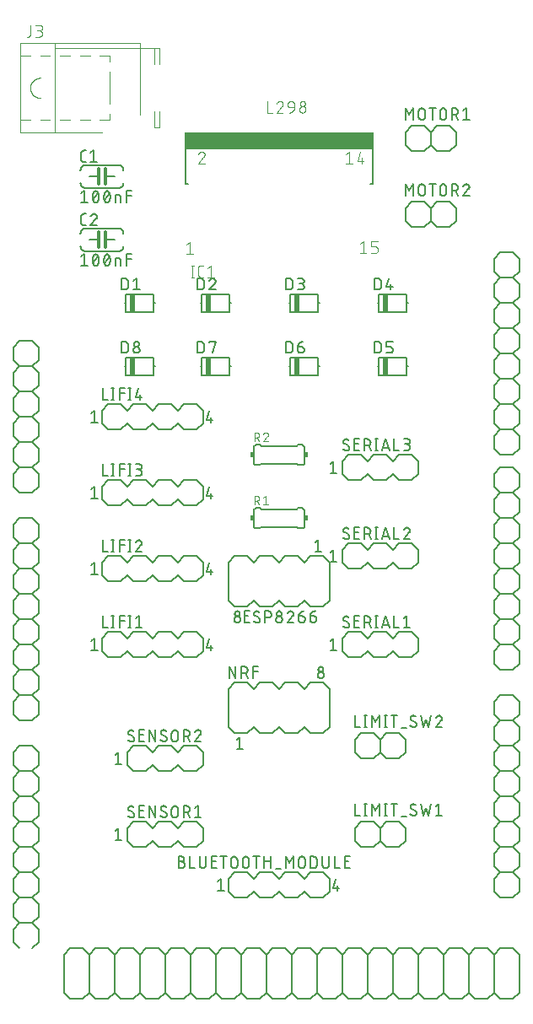
<source format=gbr>
G04 EAGLE Gerber RS-274X export*
G75*
%MOMM*%
%FSLAX34Y34*%
%LPD*%
%INSilkscreen Top*%
%IPPOS*%
%AMOC8*
5,1,8,0,0,1.08239X$1,22.5*%
G01*
%ADD10C,0.152400*%
%ADD11C,0.304800*%
%ADD12C,0.127000*%
%ADD13R,0.508000X1.778000*%
%ADD14C,0.101600*%
%ADD15R,18.950000X1.675000*%
%ADD16C,0.100000*%
%ADD17R,0.381000X0.508000*%


D10*
X326390Y862330D02*
X326250Y862328D01*
X326110Y862322D01*
X325970Y862313D01*
X325831Y862299D01*
X325692Y862282D01*
X325554Y862261D01*
X325416Y862236D01*
X325279Y862207D01*
X325143Y862175D01*
X325008Y862138D01*
X324874Y862098D01*
X324741Y862055D01*
X324609Y862007D01*
X324478Y861957D01*
X324349Y861902D01*
X324222Y861844D01*
X324096Y861783D01*
X323972Y861718D01*
X323850Y861649D01*
X323730Y861578D01*
X323612Y861503D01*
X323495Y861425D01*
X323381Y861343D01*
X323270Y861259D01*
X323161Y861171D01*
X323054Y861081D01*
X322949Y860987D01*
X322848Y860891D01*
X322749Y860792D01*
X322653Y860691D01*
X322559Y860586D01*
X322469Y860479D01*
X322381Y860370D01*
X322297Y860259D01*
X322215Y860145D01*
X322137Y860028D01*
X322062Y859910D01*
X321991Y859790D01*
X321922Y859668D01*
X321857Y859544D01*
X321796Y859418D01*
X321738Y859291D01*
X321683Y859162D01*
X321633Y859031D01*
X321585Y858899D01*
X321542Y858766D01*
X321502Y858632D01*
X321465Y858497D01*
X321433Y858361D01*
X321404Y858224D01*
X321379Y858086D01*
X321358Y857948D01*
X321341Y857809D01*
X321327Y857670D01*
X321318Y857530D01*
X321312Y857390D01*
X321310Y857250D01*
X321310Y844550D02*
X321312Y844410D01*
X321318Y844270D01*
X321327Y844130D01*
X321341Y843991D01*
X321358Y843852D01*
X321379Y843714D01*
X321404Y843576D01*
X321433Y843439D01*
X321465Y843303D01*
X321502Y843168D01*
X321542Y843034D01*
X321585Y842901D01*
X321633Y842769D01*
X321683Y842638D01*
X321738Y842509D01*
X321796Y842382D01*
X321857Y842256D01*
X321922Y842132D01*
X321991Y842010D01*
X322062Y841890D01*
X322137Y841772D01*
X322215Y841655D01*
X322297Y841541D01*
X322381Y841430D01*
X322469Y841321D01*
X322559Y841214D01*
X322653Y841109D01*
X322749Y841008D01*
X322848Y840909D01*
X322949Y840813D01*
X323054Y840719D01*
X323161Y840629D01*
X323270Y840541D01*
X323381Y840457D01*
X323495Y840375D01*
X323612Y840297D01*
X323730Y840222D01*
X323850Y840151D01*
X323972Y840082D01*
X324096Y840017D01*
X324222Y839956D01*
X324349Y839898D01*
X324478Y839843D01*
X324609Y839793D01*
X324741Y839745D01*
X324874Y839702D01*
X325008Y839662D01*
X325143Y839625D01*
X325279Y839593D01*
X325416Y839564D01*
X325554Y839539D01*
X325692Y839518D01*
X325831Y839501D01*
X325970Y839487D01*
X326110Y839478D01*
X326250Y839472D01*
X326390Y839470D01*
X326390Y862330D02*
X359410Y862330D01*
X359410Y839470D02*
X326390Y839470D01*
X359410Y862330D02*
X359550Y862328D01*
X359690Y862322D01*
X359830Y862313D01*
X359969Y862299D01*
X360108Y862282D01*
X360246Y862261D01*
X360384Y862236D01*
X360521Y862207D01*
X360657Y862175D01*
X360792Y862138D01*
X360926Y862098D01*
X361059Y862055D01*
X361191Y862007D01*
X361322Y861957D01*
X361451Y861902D01*
X361578Y861844D01*
X361704Y861783D01*
X361828Y861718D01*
X361950Y861649D01*
X362070Y861578D01*
X362188Y861503D01*
X362305Y861425D01*
X362419Y861343D01*
X362530Y861259D01*
X362639Y861171D01*
X362746Y861081D01*
X362851Y860987D01*
X362952Y860891D01*
X363051Y860792D01*
X363147Y860691D01*
X363241Y860586D01*
X363331Y860479D01*
X363419Y860370D01*
X363503Y860259D01*
X363585Y860145D01*
X363663Y860028D01*
X363738Y859910D01*
X363809Y859790D01*
X363878Y859668D01*
X363943Y859544D01*
X364004Y859418D01*
X364062Y859291D01*
X364117Y859162D01*
X364167Y859031D01*
X364215Y858899D01*
X364258Y858766D01*
X364298Y858632D01*
X364335Y858497D01*
X364367Y858361D01*
X364396Y858224D01*
X364421Y858086D01*
X364442Y857948D01*
X364459Y857809D01*
X364473Y857670D01*
X364482Y857530D01*
X364488Y857390D01*
X364490Y857250D01*
X364490Y844550D02*
X364488Y844410D01*
X364482Y844270D01*
X364473Y844130D01*
X364459Y843991D01*
X364442Y843852D01*
X364421Y843714D01*
X364396Y843576D01*
X364367Y843439D01*
X364335Y843303D01*
X364298Y843168D01*
X364258Y843034D01*
X364215Y842901D01*
X364167Y842769D01*
X364117Y842638D01*
X364062Y842509D01*
X364004Y842382D01*
X363943Y842256D01*
X363878Y842132D01*
X363809Y842010D01*
X363738Y841890D01*
X363663Y841772D01*
X363585Y841655D01*
X363503Y841541D01*
X363419Y841430D01*
X363331Y841321D01*
X363241Y841214D01*
X363147Y841109D01*
X363051Y841008D01*
X362952Y840909D01*
X362851Y840813D01*
X362746Y840719D01*
X362639Y840629D01*
X362530Y840541D01*
X362419Y840457D01*
X362305Y840375D01*
X362188Y840297D01*
X362070Y840222D01*
X361950Y840151D01*
X361828Y840082D01*
X361704Y840017D01*
X361578Y839956D01*
X361451Y839898D01*
X361322Y839843D01*
X361191Y839793D01*
X361059Y839745D01*
X360926Y839702D01*
X360792Y839662D01*
X360657Y839625D01*
X360521Y839593D01*
X360384Y839564D01*
X360246Y839539D01*
X360108Y839518D01*
X359969Y839501D01*
X359830Y839487D01*
X359690Y839478D01*
X359550Y839472D01*
X359410Y839470D01*
D11*
X339852Y850900D02*
X339852Y858520D01*
X339852Y850900D02*
X339852Y843280D01*
X346202Y850900D02*
X346202Y858520D01*
X346202Y850900D02*
X346202Y843280D01*
D10*
X346202Y850900D02*
X355600Y850900D01*
X339852Y850900D02*
X330200Y850900D01*
D12*
X327025Y865505D02*
X324485Y865505D01*
X324385Y865507D01*
X324286Y865513D01*
X324186Y865523D01*
X324088Y865536D01*
X323989Y865554D01*
X323892Y865575D01*
X323796Y865600D01*
X323700Y865629D01*
X323606Y865662D01*
X323513Y865698D01*
X323422Y865738D01*
X323332Y865782D01*
X323244Y865829D01*
X323158Y865879D01*
X323074Y865933D01*
X322992Y865990D01*
X322913Y866050D01*
X322835Y866114D01*
X322761Y866180D01*
X322689Y866249D01*
X322620Y866321D01*
X322554Y866395D01*
X322490Y866473D01*
X322430Y866552D01*
X322373Y866634D01*
X322319Y866718D01*
X322269Y866804D01*
X322222Y866892D01*
X322178Y866982D01*
X322138Y867073D01*
X322102Y867166D01*
X322069Y867260D01*
X322040Y867356D01*
X322015Y867452D01*
X321994Y867549D01*
X321976Y867648D01*
X321963Y867746D01*
X321953Y867846D01*
X321947Y867945D01*
X321945Y868045D01*
X321945Y874395D01*
X321947Y874495D01*
X321953Y874594D01*
X321963Y874694D01*
X321976Y874792D01*
X321994Y874891D01*
X322015Y874988D01*
X322040Y875084D01*
X322069Y875180D01*
X322102Y875274D01*
X322138Y875367D01*
X322178Y875458D01*
X322222Y875548D01*
X322269Y875636D01*
X322319Y875722D01*
X322373Y875806D01*
X322430Y875888D01*
X322490Y875967D01*
X322554Y876045D01*
X322620Y876119D01*
X322689Y876191D01*
X322761Y876260D01*
X322835Y876326D01*
X322913Y876390D01*
X322992Y876450D01*
X323074Y876507D01*
X323158Y876561D01*
X323244Y876611D01*
X323332Y876658D01*
X323422Y876702D01*
X323513Y876742D01*
X323606Y876778D01*
X323700Y876811D01*
X323796Y876840D01*
X323892Y876865D01*
X323989Y876886D01*
X324088Y876904D01*
X324186Y876917D01*
X324286Y876927D01*
X324385Y876933D01*
X324485Y876935D01*
X327025Y876935D01*
X331507Y874395D02*
X334682Y876935D01*
X334682Y865505D01*
X331507Y865505D02*
X337857Y865505D01*
X325120Y836295D02*
X321945Y833755D01*
X325120Y836295D02*
X325120Y824865D01*
X321945Y824865D02*
X328295Y824865D01*
X333375Y830580D02*
X333378Y830805D01*
X333386Y831030D01*
X333399Y831254D01*
X333418Y831478D01*
X333442Y831702D01*
X333471Y831925D01*
X333506Y832147D01*
X333546Y832368D01*
X333592Y832588D01*
X333642Y832807D01*
X333698Y833025D01*
X333759Y833242D01*
X333825Y833457D01*
X333896Y833670D01*
X333973Y833881D01*
X334054Y834091D01*
X334140Y834299D01*
X334231Y834504D01*
X334327Y834707D01*
X334327Y834708D02*
X334359Y834796D01*
X334395Y834883D01*
X334434Y834969D01*
X334477Y835053D01*
X334523Y835135D01*
X334572Y835215D01*
X334624Y835293D01*
X334680Y835369D01*
X334738Y835443D01*
X334800Y835514D01*
X334864Y835583D01*
X334931Y835649D01*
X335000Y835712D01*
X335072Y835773D01*
X335146Y835831D01*
X335223Y835885D01*
X335301Y835937D01*
X335382Y835985D01*
X335464Y836030D01*
X335549Y836072D01*
X335635Y836110D01*
X335722Y836145D01*
X335810Y836177D01*
X335900Y836204D01*
X335991Y836229D01*
X336083Y836249D01*
X336175Y836266D01*
X336269Y836279D01*
X336362Y836288D01*
X336456Y836294D01*
X336550Y836296D01*
X336644Y836294D01*
X336738Y836288D01*
X336831Y836279D01*
X336925Y836266D01*
X337017Y836249D01*
X337109Y836229D01*
X337200Y836204D01*
X337290Y836177D01*
X337378Y836145D01*
X337465Y836110D01*
X337551Y836072D01*
X337636Y836030D01*
X337718Y835985D01*
X337799Y835937D01*
X337877Y835885D01*
X337954Y835831D01*
X338028Y835773D01*
X338100Y835712D01*
X338169Y835649D01*
X338236Y835583D01*
X338300Y835514D01*
X338362Y835443D01*
X338420Y835369D01*
X338476Y835293D01*
X338528Y835215D01*
X338577Y835135D01*
X338623Y835053D01*
X338666Y834969D01*
X338705Y834883D01*
X338741Y834796D01*
X338773Y834708D01*
X338773Y834707D02*
X338869Y834504D01*
X338960Y834299D01*
X339046Y834091D01*
X339127Y833881D01*
X339204Y833670D01*
X339275Y833457D01*
X339341Y833242D01*
X339402Y833025D01*
X339458Y832807D01*
X339508Y832588D01*
X339554Y832368D01*
X339594Y832147D01*
X339629Y831925D01*
X339658Y831702D01*
X339682Y831478D01*
X339701Y831254D01*
X339714Y831030D01*
X339722Y830805D01*
X339725Y830580D01*
X333375Y830580D02*
X333378Y830355D01*
X333386Y830130D01*
X333399Y829906D01*
X333418Y829682D01*
X333442Y829458D01*
X333471Y829235D01*
X333506Y829013D01*
X333546Y828792D01*
X333592Y828572D01*
X333642Y828353D01*
X333698Y828135D01*
X333759Y827918D01*
X333825Y827703D01*
X333896Y827490D01*
X333973Y827279D01*
X334054Y827069D01*
X334140Y826861D01*
X334231Y826656D01*
X334327Y826453D01*
X334359Y826365D01*
X334395Y826278D01*
X334434Y826192D01*
X334477Y826108D01*
X334523Y826026D01*
X334572Y825946D01*
X334624Y825868D01*
X334680Y825792D01*
X334738Y825718D01*
X334800Y825647D01*
X334864Y825578D01*
X334931Y825512D01*
X335000Y825449D01*
X335072Y825388D01*
X335146Y825330D01*
X335223Y825276D01*
X335301Y825224D01*
X335382Y825176D01*
X335464Y825131D01*
X335549Y825089D01*
X335635Y825051D01*
X335722Y825016D01*
X335810Y824984D01*
X335900Y824957D01*
X335991Y824932D01*
X336083Y824912D01*
X336175Y824895D01*
X336269Y824882D01*
X336362Y824873D01*
X336456Y824867D01*
X336550Y824865D01*
X338773Y826453D02*
X338869Y826656D01*
X338960Y826861D01*
X339046Y827069D01*
X339127Y827279D01*
X339204Y827490D01*
X339275Y827703D01*
X339341Y827918D01*
X339402Y828135D01*
X339458Y828353D01*
X339508Y828572D01*
X339554Y828792D01*
X339594Y829013D01*
X339629Y829235D01*
X339658Y829458D01*
X339682Y829682D01*
X339701Y829906D01*
X339714Y830130D01*
X339722Y830355D01*
X339725Y830580D01*
X338773Y826453D02*
X338741Y826365D01*
X338705Y826278D01*
X338666Y826192D01*
X338623Y826108D01*
X338577Y826026D01*
X338528Y825946D01*
X338476Y825868D01*
X338420Y825792D01*
X338362Y825718D01*
X338300Y825647D01*
X338236Y825578D01*
X338169Y825512D01*
X338100Y825449D01*
X338028Y825388D01*
X337954Y825330D01*
X337877Y825276D01*
X337799Y825224D01*
X337718Y825176D01*
X337636Y825131D01*
X337551Y825089D01*
X337465Y825051D01*
X337378Y825016D01*
X337290Y824984D01*
X337200Y824957D01*
X337109Y824932D01*
X337017Y824912D01*
X336925Y824895D01*
X336831Y824882D01*
X336738Y824873D01*
X336644Y824867D01*
X336550Y824865D01*
X334010Y827405D02*
X339090Y833755D01*
X344805Y830580D02*
X344808Y830805D01*
X344816Y831030D01*
X344829Y831254D01*
X344848Y831478D01*
X344872Y831702D01*
X344901Y831925D01*
X344936Y832147D01*
X344976Y832368D01*
X345022Y832588D01*
X345072Y832807D01*
X345128Y833025D01*
X345189Y833242D01*
X345255Y833457D01*
X345326Y833670D01*
X345403Y833881D01*
X345484Y834091D01*
X345570Y834299D01*
X345661Y834504D01*
X345757Y834707D01*
X345757Y834708D02*
X345789Y834796D01*
X345825Y834883D01*
X345864Y834969D01*
X345907Y835053D01*
X345953Y835135D01*
X346002Y835215D01*
X346054Y835293D01*
X346110Y835369D01*
X346168Y835443D01*
X346230Y835514D01*
X346294Y835583D01*
X346361Y835649D01*
X346430Y835712D01*
X346502Y835773D01*
X346576Y835831D01*
X346653Y835885D01*
X346731Y835937D01*
X346812Y835985D01*
X346894Y836030D01*
X346979Y836072D01*
X347065Y836110D01*
X347152Y836145D01*
X347240Y836177D01*
X347330Y836204D01*
X347421Y836229D01*
X347513Y836249D01*
X347605Y836266D01*
X347699Y836279D01*
X347792Y836288D01*
X347886Y836294D01*
X347980Y836296D01*
X348074Y836294D01*
X348168Y836288D01*
X348261Y836279D01*
X348355Y836266D01*
X348447Y836249D01*
X348539Y836229D01*
X348630Y836204D01*
X348720Y836177D01*
X348808Y836145D01*
X348895Y836110D01*
X348981Y836072D01*
X349066Y836030D01*
X349148Y835985D01*
X349229Y835937D01*
X349307Y835885D01*
X349384Y835831D01*
X349458Y835773D01*
X349530Y835712D01*
X349599Y835649D01*
X349666Y835583D01*
X349730Y835514D01*
X349792Y835443D01*
X349850Y835369D01*
X349906Y835293D01*
X349958Y835215D01*
X350007Y835135D01*
X350053Y835053D01*
X350096Y834969D01*
X350135Y834883D01*
X350171Y834796D01*
X350203Y834708D01*
X350203Y834707D02*
X350299Y834504D01*
X350390Y834299D01*
X350476Y834091D01*
X350557Y833881D01*
X350634Y833670D01*
X350705Y833457D01*
X350771Y833242D01*
X350832Y833025D01*
X350888Y832807D01*
X350938Y832588D01*
X350984Y832368D01*
X351024Y832147D01*
X351059Y831925D01*
X351088Y831702D01*
X351112Y831478D01*
X351131Y831254D01*
X351144Y831030D01*
X351152Y830805D01*
X351155Y830580D01*
X344805Y830580D02*
X344808Y830355D01*
X344816Y830130D01*
X344829Y829906D01*
X344848Y829682D01*
X344872Y829458D01*
X344901Y829235D01*
X344936Y829013D01*
X344976Y828792D01*
X345022Y828572D01*
X345072Y828353D01*
X345128Y828135D01*
X345189Y827918D01*
X345255Y827703D01*
X345326Y827490D01*
X345403Y827279D01*
X345484Y827069D01*
X345570Y826861D01*
X345661Y826656D01*
X345757Y826453D01*
X345789Y826365D01*
X345825Y826278D01*
X345864Y826192D01*
X345907Y826108D01*
X345953Y826026D01*
X346002Y825946D01*
X346054Y825868D01*
X346110Y825792D01*
X346168Y825718D01*
X346230Y825647D01*
X346294Y825578D01*
X346361Y825512D01*
X346430Y825449D01*
X346502Y825388D01*
X346576Y825330D01*
X346653Y825276D01*
X346731Y825224D01*
X346812Y825176D01*
X346894Y825131D01*
X346979Y825089D01*
X347065Y825051D01*
X347152Y825016D01*
X347240Y824984D01*
X347330Y824957D01*
X347421Y824932D01*
X347513Y824912D01*
X347605Y824895D01*
X347699Y824882D01*
X347792Y824873D01*
X347886Y824867D01*
X347980Y824865D01*
X350203Y826453D02*
X350299Y826656D01*
X350390Y826861D01*
X350476Y827069D01*
X350557Y827279D01*
X350634Y827490D01*
X350705Y827703D01*
X350771Y827918D01*
X350832Y828135D01*
X350888Y828353D01*
X350938Y828572D01*
X350984Y828792D01*
X351024Y829013D01*
X351059Y829235D01*
X351088Y829458D01*
X351112Y829682D01*
X351131Y829906D01*
X351144Y830130D01*
X351152Y830355D01*
X351155Y830580D01*
X350203Y826453D02*
X350171Y826365D01*
X350135Y826278D01*
X350096Y826192D01*
X350053Y826108D01*
X350007Y826026D01*
X349958Y825946D01*
X349906Y825868D01*
X349850Y825792D01*
X349792Y825718D01*
X349730Y825647D01*
X349666Y825578D01*
X349599Y825512D01*
X349530Y825449D01*
X349458Y825388D01*
X349384Y825330D01*
X349307Y825276D01*
X349229Y825224D01*
X349148Y825176D01*
X349066Y825131D01*
X348981Y825089D01*
X348895Y825051D01*
X348808Y825016D01*
X348720Y824984D01*
X348630Y824957D01*
X348539Y824932D01*
X348447Y824912D01*
X348355Y824895D01*
X348261Y824882D01*
X348168Y824873D01*
X348074Y824867D01*
X347980Y824865D01*
X345440Y827405D02*
X350520Y833755D01*
X356489Y832485D02*
X356489Y824865D01*
X356489Y832485D02*
X359664Y832485D01*
X359749Y832483D01*
X359835Y832477D01*
X359920Y832468D01*
X360004Y832454D01*
X360088Y832437D01*
X360171Y832416D01*
X360253Y832392D01*
X360333Y832364D01*
X360413Y832332D01*
X360491Y832296D01*
X360567Y832258D01*
X360641Y832215D01*
X360713Y832170D01*
X360784Y832121D01*
X360852Y832069D01*
X360917Y832015D01*
X360980Y831957D01*
X361041Y831896D01*
X361099Y831833D01*
X361153Y831768D01*
X361205Y831700D01*
X361254Y831629D01*
X361299Y831557D01*
X361342Y831483D01*
X361380Y831407D01*
X361416Y831329D01*
X361448Y831249D01*
X361476Y831169D01*
X361500Y831087D01*
X361521Y831004D01*
X361538Y830920D01*
X361552Y830836D01*
X361561Y830751D01*
X361567Y830665D01*
X361569Y830580D01*
X361569Y824865D01*
X367309Y824865D02*
X367309Y836295D01*
X372389Y836295D01*
X372389Y831215D02*
X367309Y831215D01*
D10*
X326390Y798830D02*
X326250Y798828D01*
X326110Y798822D01*
X325970Y798813D01*
X325831Y798799D01*
X325692Y798782D01*
X325554Y798761D01*
X325416Y798736D01*
X325279Y798707D01*
X325143Y798675D01*
X325008Y798638D01*
X324874Y798598D01*
X324741Y798555D01*
X324609Y798507D01*
X324478Y798457D01*
X324349Y798402D01*
X324222Y798344D01*
X324096Y798283D01*
X323972Y798218D01*
X323850Y798149D01*
X323730Y798078D01*
X323612Y798003D01*
X323495Y797925D01*
X323381Y797843D01*
X323270Y797759D01*
X323161Y797671D01*
X323054Y797581D01*
X322949Y797487D01*
X322848Y797391D01*
X322749Y797292D01*
X322653Y797191D01*
X322559Y797086D01*
X322469Y796979D01*
X322381Y796870D01*
X322297Y796759D01*
X322215Y796645D01*
X322137Y796528D01*
X322062Y796410D01*
X321991Y796290D01*
X321922Y796168D01*
X321857Y796044D01*
X321796Y795918D01*
X321738Y795791D01*
X321683Y795662D01*
X321633Y795531D01*
X321585Y795399D01*
X321542Y795266D01*
X321502Y795132D01*
X321465Y794997D01*
X321433Y794861D01*
X321404Y794724D01*
X321379Y794586D01*
X321358Y794448D01*
X321341Y794309D01*
X321327Y794170D01*
X321318Y794030D01*
X321312Y793890D01*
X321310Y793750D01*
X321310Y781050D02*
X321312Y780910D01*
X321318Y780770D01*
X321327Y780630D01*
X321341Y780491D01*
X321358Y780352D01*
X321379Y780214D01*
X321404Y780076D01*
X321433Y779939D01*
X321465Y779803D01*
X321502Y779668D01*
X321542Y779534D01*
X321585Y779401D01*
X321633Y779269D01*
X321683Y779138D01*
X321738Y779009D01*
X321796Y778882D01*
X321857Y778756D01*
X321922Y778632D01*
X321991Y778510D01*
X322062Y778390D01*
X322137Y778272D01*
X322215Y778155D01*
X322297Y778041D01*
X322381Y777930D01*
X322469Y777821D01*
X322559Y777714D01*
X322653Y777609D01*
X322749Y777508D01*
X322848Y777409D01*
X322949Y777313D01*
X323054Y777219D01*
X323161Y777129D01*
X323270Y777041D01*
X323381Y776957D01*
X323495Y776875D01*
X323612Y776797D01*
X323730Y776722D01*
X323850Y776651D01*
X323972Y776582D01*
X324096Y776517D01*
X324222Y776456D01*
X324349Y776398D01*
X324478Y776343D01*
X324609Y776293D01*
X324741Y776245D01*
X324874Y776202D01*
X325008Y776162D01*
X325143Y776125D01*
X325279Y776093D01*
X325416Y776064D01*
X325554Y776039D01*
X325692Y776018D01*
X325831Y776001D01*
X325970Y775987D01*
X326110Y775978D01*
X326250Y775972D01*
X326390Y775970D01*
X326390Y798830D02*
X359410Y798830D01*
X359410Y775970D02*
X326390Y775970D01*
X359410Y798830D02*
X359550Y798828D01*
X359690Y798822D01*
X359830Y798813D01*
X359969Y798799D01*
X360108Y798782D01*
X360246Y798761D01*
X360384Y798736D01*
X360521Y798707D01*
X360657Y798675D01*
X360792Y798638D01*
X360926Y798598D01*
X361059Y798555D01*
X361191Y798507D01*
X361322Y798457D01*
X361451Y798402D01*
X361578Y798344D01*
X361704Y798283D01*
X361828Y798218D01*
X361950Y798149D01*
X362070Y798078D01*
X362188Y798003D01*
X362305Y797925D01*
X362419Y797843D01*
X362530Y797759D01*
X362639Y797671D01*
X362746Y797581D01*
X362851Y797487D01*
X362952Y797391D01*
X363051Y797292D01*
X363147Y797191D01*
X363241Y797086D01*
X363331Y796979D01*
X363419Y796870D01*
X363503Y796759D01*
X363585Y796645D01*
X363663Y796528D01*
X363738Y796410D01*
X363809Y796290D01*
X363878Y796168D01*
X363943Y796044D01*
X364004Y795918D01*
X364062Y795791D01*
X364117Y795662D01*
X364167Y795531D01*
X364215Y795399D01*
X364258Y795266D01*
X364298Y795132D01*
X364335Y794997D01*
X364367Y794861D01*
X364396Y794724D01*
X364421Y794586D01*
X364442Y794448D01*
X364459Y794309D01*
X364473Y794170D01*
X364482Y794030D01*
X364488Y793890D01*
X364490Y793750D01*
X364490Y781050D02*
X364488Y780910D01*
X364482Y780770D01*
X364473Y780630D01*
X364459Y780491D01*
X364442Y780352D01*
X364421Y780214D01*
X364396Y780076D01*
X364367Y779939D01*
X364335Y779803D01*
X364298Y779668D01*
X364258Y779534D01*
X364215Y779401D01*
X364167Y779269D01*
X364117Y779138D01*
X364062Y779009D01*
X364004Y778882D01*
X363943Y778756D01*
X363878Y778632D01*
X363809Y778510D01*
X363738Y778390D01*
X363663Y778272D01*
X363585Y778155D01*
X363503Y778041D01*
X363419Y777930D01*
X363331Y777821D01*
X363241Y777714D01*
X363147Y777609D01*
X363051Y777508D01*
X362952Y777409D01*
X362851Y777313D01*
X362746Y777219D01*
X362639Y777129D01*
X362530Y777041D01*
X362419Y776957D01*
X362305Y776875D01*
X362188Y776797D01*
X362070Y776722D01*
X361950Y776651D01*
X361828Y776582D01*
X361704Y776517D01*
X361578Y776456D01*
X361451Y776398D01*
X361322Y776343D01*
X361191Y776293D01*
X361059Y776245D01*
X360926Y776202D01*
X360792Y776162D01*
X360657Y776125D01*
X360521Y776093D01*
X360384Y776064D01*
X360246Y776039D01*
X360108Y776018D01*
X359969Y776001D01*
X359830Y775987D01*
X359690Y775978D01*
X359550Y775972D01*
X359410Y775970D01*
D11*
X339852Y787400D02*
X339852Y795020D01*
X339852Y787400D02*
X339852Y779780D01*
X346202Y787400D02*
X346202Y795020D01*
X346202Y787400D02*
X346202Y779780D01*
D10*
X346202Y787400D02*
X355600Y787400D01*
X339852Y787400D02*
X330200Y787400D01*
D12*
X327025Y802005D02*
X324485Y802005D01*
X324385Y802007D01*
X324286Y802013D01*
X324186Y802023D01*
X324088Y802036D01*
X323989Y802054D01*
X323892Y802075D01*
X323796Y802100D01*
X323700Y802129D01*
X323606Y802162D01*
X323513Y802198D01*
X323422Y802238D01*
X323332Y802282D01*
X323244Y802329D01*
X323158Y802379D01*
X323074Y802433D01*
X322992Y802490D01*
X322913Y802550D01*
X322835Y802614D01*
X322761Y802680D01*
X322689Y802749D01*
X322620Y802821D01*
X322554Y802895D01*
X322490Y802973D01*
X322430Y803052D01*
X322373Y803134D01*
X322319Y803218D01*
X322269Y803304D01*
X322222Y803392D01*
X322178Y803482D01*
X322138Y803573D01*
X322102Y803666D01*
X322069Y803760D01*
X322040Y803856D01*
X322015Y803952D01*
X321994Y804049D01*
X321976Y804148D01*
X321963Y804246D01*
X321953Y804346D01*
X321947Y804445D01*
X321945Y804545D01*
X321945Y810895D01*
X321947Y810995D01*
X321953Y811094D01*
X321963Y811194D01*
X321976Y811292D01*
X321994Y811391D01*
X322015Y811488D01*
X322040Y811584D01*
X322069Y811680D01*
X322102Y811774D01*
X322138Y811867D01*
X322178Y811958D01*
X322222Y812048D01*
X322269Y812136D01*
X322319Y812222D01*
X322373Y812306D01*
X322430Y812388D01*
X322490Y812467D01*
X322554Y812545D01*
X322620Y812619D01*
X322689Y812691D01*
X322761Y812760D01*
X322835Y812826D01*
X322913Y812890D01*
X322992Y812950D01*
X323074Y813007D01*
X323158Y813061D01*
X323244Y813111D01*
X323332Y813158D01*
X323422Y813202D01*
X323513Y813242D01*
X323606Y813278D01*
X323700Y813311D01*
X323796Y813340D01*
X323892Y813365D01*
X323989Y813386D01*
X324088Y813404D01*
X324186Y813417D01*
X324286Y813427D01*
X324385Y813433D01*
X324485Y813435D01*
X327025Y813435D01*
X335000Y813436D02*
X335104Y813434D01*
X335209Y813428D01*
X335313Y813419D01*
X335416Y813406D01*
X335519Y813388D01*
X335621Y813368D01*
X335723Y813343D01*
X335823Y813315D01*
X335923Y813283D01*
X336021Y813247D01*
X336118Y813208D01*
X336213Y813166D01*
X336307Y813120D01*
X336399Y813070D01*
X336489Y813018D01*
X336577Y812962D01*
X336663Y812902D01*
X336747Y812840D01*
X336828Y812775D01*
X336907Y812707D01*
X336984Y812635D01*
X337057Y812562D01*
X337129Y812485D01*
X337197Y812406D01*
X337262Y812325D01*
X337324Y812241D01*
X337384Y812155D01*
X337440Y812067D01*
X337492Y811977D01*
X337542Y811885D01*
X337588Y811791D01*
X337630Y811696D01*
X337669Y811599D01*
X337705Y811501D01*
X337737Y811401D01*
X337765Y811301D01*
X337790Y811199D01*
X337810Y811097D01*
X337828Y810994D01*
X337841Y810891D01*
X337850Y810787D01*
X337856Y810682D01*
X337858Y810578D01*
X335000Y813435D02*
X334882Y813433D01*
X334763Y813427D01*
X334645Y813418D01*
X334528Y813405D01*
X334411Y813387D01*
X334294Y813367D01*
X334178Y813342D01*
X334063Y813314D01*
X333950Y813281D01*
X333837Y813246D01*
X333725Y813206D01*
X333615Y813164D01*
X333506Y813117D01*
X333398Y813067D01*
X333293Y813014D01*
X333189Y812957D01*
X333087Y812897D01*
X332987Y812834D01*
X332889Y812767D01*
X332793Y812698D01*
X332700Y812625D01*
X332609Y812549D01*
X332520Y812471D01*
X332434Y812389D01*
X332351Y812305D01*
X332270Y812219D01*
X332193Y812129D01*
X332118Y812038D01*
X332046Y811944D01*
X331977Y811847D01*
X331912Y811749D01*
X331849Y811648D01*
X331790Y811545D01*
X331734Y811441D01*
X331682Y811335D01*
X331633Y811227D01*
X331588Y811118D01*
X331546Y811007D01*
X331508Y810895D01*
X336905Y808356D02*
X336981Y808431D01*
X337056Y808510D01*
X337127Y808591D01*
X337196Y808675D01*
X337261Y808761D01*
X337323Y808849D01*
X337383Y808939D01*
X337439Y809031D01*
X337492Y809126D01*
X337541Y809222D01*
X337587Y809320D01*
X337630Y809419D01*
X337669Y809520D01*
X337704Y809622D01*
X337736Y809725D01*
X337764Y809829D01*
X337789Y809934D01*
X337810Y810041D01*
X337827Y810147D01*
X337840Y810254D01*
X337849Y810362D01*
X337855Y810470D01*
X337857Y810578D01*
X336905Y808355D02*
X331507Y802005D01*
X337857Y802005D01*
X325120Y772795D02*
X321945Y770255D01*
X325120Y772795D02*
X325120Y761365D01*
X321945Y761365D02*
X328295Y761365D01*
X333375Y767080D02*
X333378Y767305D01*
X333386Y767530D01*
X333399Y767754D01*
X333418Y767978D01*
X333442Y768202D01*
X333471Y768425D01*
X333506Y768647D01*
X333546Y768868D01*
X333592Y769088D01*
X333642Y769307D01*
X333698Y769525D01*
X333759Y769742D01*
X333825Y769957D01*
X333896Y770170D01*
X333973Y770381D01*
X334054Y770591D01*
X334140Y770799D01*
X334231Y771004D01*
X334327Y771207D01*
X334327Y771208D02*
X334359Y771296D01*
X334395Y771383D01*
X334434Y771469D01*
X334477Y771553D01*
X334523Y771635D01*
X334572Y771715D01*
X334624Y771793D01*
X334680Y771869D01*
X334738Y771943D01*
X334800Y772014D01*
X334864Y772083D01*
X334931Y772149D01*
X335000Y772212D01*
X335072Y772273D01*
X335146Y772331D01*
X335223Y772385D01*
X335301Y772437D01*
X335382Y772485D01*
X335464Y772530D01*
X335549Y772572D01*
X335635Y772610D01*
X335722Y772645D01*
X335810Y772677D01*
X335900Y772704D01*
X335991Y772729D01*
X336083Y772749D01*
X336175Y772766D01*
X336269Y772779D01*
X336362Y772788D01*
X336456Y772794D01*
X336550Y772796D01*
X336644Y772794D01*
X336738Y772788D01*
X336831Y772779D01*
X336925Y772766D01*
X337017Y772749D01*
X337109Y772729D01*
X337200Y772704D01*
X337290Y772677D01*
X337378Y772645D01*
X337465Y772610D01*
X337551Y772572D01*
X337636Y772530D01*
X337718Y772485D01*
X337799Y772437D01*
X337877Y772385D01*
X337954Y772331D01*
X338028Y772273D01*
X338100Y772212D01*
X338169Y772149D01*
X338236Y772083D01*
X338300Y772014D01*
X338362Y771943D01*
X338420Y771869D01*
X338476Y771793D01*
X338528Y771715D01*
X338577Y771635D01*
X338623Y771553D01*
X338666Y771469D01*
X338705Y771383D01*
X338741Y771296D01*
X338773Y771208D01*
X338773Y771207D02*
X338869Y771004D01*
X338960Y770799D01*
X339046Y770591D01*
X339127Y770381D01*
X339204Y770170D01*
X339275Y769957D01*
X339341Y769742D01*
X339402Y769525D01*
X339458Y769307D01*
X339508Y769088D01*
X339554Y768868D01*
X339594Y768647D01*
X339629Y768425D01*
X339658Y768202D01*
X339682Y767978D01*
X339701Y767754D01*
X339714Y767530D01*
X339722Y767305D01*
X339725Y767080D01*
X333375Y767080D02*
X333378Y766855D01*
X333386Y766630D01*
X333399Y766406D01*
X333418Y766182D01*
X333442Y765958D01*
X333471Y765735D01*
X333506Y765513D01*
X333546Y765292D01*
X333592Y765072D01*
X333642Y764853D01*
X333698Y764635D01*
X333759Y764418D01*
X333825Y764203D01*
X333896Y763990D01*
X333973Y763779D01*
X334054Y763569D01*
X334140Y763361D01*
X334231Y763156D01*
X334327Y762953D01*
X334359Y762865D01*
X334395Y762778D01*
X334434Y762692D01*
X334477Y762608D01*
X334523Y762526D01*
X334572Y762446D01*
X334624Y762368D01*
X334680Y762292D01*
X334738Y762218D01*
X334800Y762147D01*
X334864Y762078D01*
X334931Y762012D01*
X335000Y761949D01*
X335072Y761888D01*
X335146Y761830D01*
X335223Y761776D01*
X335301Y761724D01*
X335382Y761676D01*
X335464Y761631D01*
X335549Y761589D01*
X335635Y761551D01*
X335722Y761516D01*
X335810Y761484D01*
X335900Y761457D01*
X335991Y761432D01*
X336083Y761412D01*
X336175Y761395D01*
X336269Y761382D01*
X336362Y761373D01*
X336456Y761367D01*
X336550Y761365D01*
X338773Y762953D02*
X338869Y763156D01*
X338960Y763361D01*
X339046Y763569D01*
X339127Y763779D01*
X339204Y763990D01*
X339275Y764203D01*
X339341Y764418D01*
X339402Y764635D01*
X339458Y764853D01*
X339508Y765072D01*
X339554Y765292D01*
X339594Y765513D01*
X339629Y765735D01*
X339658Y765958D01*
X339682Y766182D01*
X339701Y766406D01*
X339714Y766630D01*
X339722Y766855D01*
X339725Y767080D01*
X338773Y762953D02*
X338741Y762865D01*
X338705Y762778D01*
X338666Y762692D01*
X338623Y762608D01*
X338577Y762526D01*
X338528Y762446D01*
X338476Y762368D01*
X338420Y762292D01*
X338362Y762218D01*
X338300Y762147D01*
X338236Y762078D01*
X338169Y762012D01*
X338100Y761949D01*
X338028Y761888D01*
X337954Y761830D01*
X337877Y761776D01*
X337799Y761724D01*
X337718Y761676D01*
X337636Y761631D01*
X337551Y761589D01*
X337465Y761551D01*
X337378Y761516D01*
X337290Y761484D01*
X337200Y761457D01*
X337109Y761432D01*
X337017Y761412D01*
X336925Y761395D01*
X336831Y761382D01*
X336738Y761373D01*
X336644Y761367D01*
X336550Y761365D01*
X334010Y763905D02*
X339090Y770255D01*
X344805Y767080D02*
X344808Y767305D01*
X344816Y767530D01*
X344829Y767754D01*
X344848Y767978D01*
X344872Y768202D01*
X344901Y768425D01*
X344936Y768647D01*
X344976Y768868D01*
X345022Y769088D01*
X345072Y769307D01*
X345128Y769525D01*
X345189Y769742D01*
X345255Y769957D01*
X345326Y770170D01*
X345403Y770381D01*
X345484Y770591D01*
X345570Y770799D01*
X345661Y771004D01*
X345757Y771207D01*
X345757Y771208D02*
X345789Y771296D01*
X345825Y771383D01*
X345864Y771469D01*
X345907Y771553D01*
X345953Y771635D01*
X346002Y771715D01*
X346054Y771793D01*
X346110Y771869D01*
X346168Y771943D01*
X346230Y772014D01*
X346294Y772083D01*
X346361Y772149D01*
X346430Y772212D01*
X346502Y772273D01*
X346576Y772331D01*
X346653Y772385D01*
X346731Y772437D01*
X346812Y772485D01*
X346894Y772530D01*
X346979Y772572D01*
X347065Y772610D01*
X347152Y772645D01*
X347240Y772677D01*
X347330Y772704D01*
X347421Y772729D01*
X347513Y772749D01*
X347605Y772766D01*
X347699Y772779D01*
X347792Y772788D01*
X347886Y772794D01*
X347980Y772796D01*
X348074Y772794D01*
X348168Y772788D01*
X348261Y772779D01*
X348355Y772766D01*
X348447Y772749D01*
X348539Y772729D01*
X348630Y772704D01*
X348720Y772677D01*
X348808Y772645D01*
X348895Y772610D01*
X348981Y772572D01*
X349066Y772530D01*
X349148Y772485D01*
X349229Y772437D01*
X349307Y772385D01*
X349384Y772331D01*
X349458Y772273D01*
X349530Y772212D01*
X349599Y772149D01*
X349666Y772083D01*
X349730Y772014D01*
X349792Y771943D01*
X349850Y771869D01*
X349906Y771793D01*
X349958Y771715D01*
X350007Y771635D01*
X350053Y771553D01*
X350096Y771469D01*
X350135Y771383D01*
X350171Y771296D01*
X350203Y771208D01*
X350203Y771207D02*
X350299Y771004D01*
X350390Y770799D01*
X350476Y770591D01*
X350557Y770381D01*
X350634Y770170D01*
X350705Y769957D01*
X350771Y769742D01*
X350832Y769525D01*
X350888Y769307D01*
X350938Y769088D01*
X350984Y768868D01*
X351024Y768647D01*
X351059Y768425D01*
X351088Y768202D01*
X351112Y767978D01*
X351131Y767754D01*
X351144Y767530D01*
X351152Y767305D01*
X351155Y767080D01*
X344805Y767080D02*
X344808Y766855D01*
X344816Y766630D01*
X344829Y766406D01*
X344848Y766182D01*
X344872Y765958D01*
X344901Y765735D01*
X344936Y765513D01*
X344976Y765292D01*
X345022Y765072D01*
X345072Y764853D01*
X345128Y764635D01*
X345189Y764418D01*
X345255Y764203D01*
X345326Y763990D01*
X345403Y763779D01*
X345484Y763569D01*
X345570Y763361D01*
X345661Y763156D01*
X345757Y762953D01*
X345789Y762865D01*
X345825Y762778D01*
X345864Y762692D01*
X345907Y762608D01*
X345953Y762526D01*
X346002Y762446D01*
X346054Y762368D01*
X346110Y762292D01*
X346168Y762218D01*
X346230Y762147D01*
X346294Y762078D01*
X346361Y762012D01*
X346430Y761949D01*
X346502Y761888D01*
X346576Y761830D01*
X346653Y761776D01*
X346731Y761724D01*
X346812Y761676D01*
X346894Y761631D01*
X346979Y761589D01*
X347065Y761551D01*
X347152Y761516D01*
X347240Y761484D01*
X347330Y761457D01*
X347421Y761432D01*
X347513Y761412D01*
X347605Y761395D01*
X347699Y761382D01*
X347792Y761373D01*
X347886Y761367D01*
X347980Y761365D01*
X350203Y762953D02*
X350299Y763156D01*
X350390Y763361D01*
X350476Y763569D01*
X350557Y763779D01*
X350634Y763990D01*
X350705Y764203D01*
X350771Y764418D01*
X350832Y764635D01*
X350888Y764853D01*
X350938Y765072D01*
X350984Y765292D01*
X351024Y765513D01*
X351059Y765735D01*
X351088Y765958D01*
X351112Y766182D01*
X351131Y766406D01*
X351144Y766630D01*
X351152Y766855D01*
X351155Y767080D01*
X350203Y762953D02*
X350171Y762865D01*
X350135Y762778D01*
X350096Y762692D01*
X350053Y762608D01*
X350007Y762526D01*
X349958Y762446D01*
X349906Y762368D01*
X349850Y762292D01*
X349792Y762218D01*
X349730Y762147D01*
X349666Y762078D01*
X349599Y762012D01*
X349530Y761949D01*
X349458Y761888D01*
X349384Y761830D01*
X349307Y761776D01*
X349229Y761724D01*
X349148Y761676D01*
X349066Y761631D01*
X348981Y761589D01*
X348895Y761551D01*
X348808Y761516D01*
X348720Y761484D01*
X348630Y761457D01*
X348539Y761432D01*
X348447Y761412D01*
X348355Y761395D01*
X348261Y761382D01*
X348168Y761373D01*
X348074Y761367D01*
X347980Y761365D01*
X345440Y763905D02*
X350520Y770255D01*
X356489Y768985D02*
X356489Y761365D01*
X356489Y768985D02*
X359664Y768985D01*
X359749Y768983D01*
X359835Y768977D01*
X359920Y768968D01*
X360004Y768954D01*
X360088Y768937D01*
X360171Y768916D01*
X360253Y768892D01*
X360333Y768864D01*
X360413Y768832D01*
X360491Y768796D01*
X360567Y768758D01*
X360641Y768715D01*
X360713Y768670D01*
X360784Y768621D01*
X360852Y768569D01*
X360917Y768515D01*
X360980Y768457D01*
X361041Y768396D01*
X361099Y768333D01*
X361153Y768268D01*
X361205Y768200D01*
X361254Y768129D01*
X361299Y768057D01*
X361342Y767983D01*
X361380Y767907D01*
X361416Y767829D01*
X361448Y767749D01*
X361476Y767669D01*
X361500Y767587D01*
X361521Y767504D01*
X361538Y767420D01*
X361552Y767336D01*
X361561Y767251D01*
X361567Y767165D01*
X361569Y767080D01*
X361569Y761365D01*
X367309Y761365D02*
X367309Y772795D01*
X372389Y772795D01*
X372389Y767715D02*
X367309Y767715D01*
D10*
X367030Y732790D02*
X394970Y732790D01*
X394970Y715010D02*
X367030Y715010D01*
X367030Y723900D02*
X365760Y723900D01*
X367030Y723900D02*
X367030Y732790D01*
X394970Y723900D02*
X396240Y723900D01*
X394970Y723900D02*
X394970Y715010D01*
X367030Y715010D02*
X367030Y723900D01*
X394970Y723900D02*
X394970Y732790D01*
D13*
X373380Y723900D03*
D12*
X362585Y737235D02*
X362585Y748665D01*
X365760Y748665D01*
X365871Y748663D01*
X365981Y748657D01*
X366092Y748648D01*
X366202Y748634D01*
X366311Y748617D01*
X366420Y748596D01*
X366528Y748571D01*
X366635Y748542D01*
X366741Y748510D01*
X366846Y748474D01*
X366949Y748434D01*
X367051Y748391D01*
X367152Y748344D01*
X367251Y748293D01*
X367348Y748240D01*
X367442Y748183D01*
X367535Y748122D01*
X367626Y748059D01*
X367715Y747992D01*
X367801Y747922D01*
X367884Y747849D01*
X367966Y747774D01*
X368044Y747696D01*
X368119Y747614D01*
X368192Y747531D01*
X368262Y747445D01*
X368329Y747356D01*
X368392Y747265D01*
X368453Y747172D01*
X368510Y747078D01*
X368563Y746981D01*
X368614Y746882D01*
X368661Y746781D01*
X368704Y746679D01*
X368744Y746576D01*
X368780Y746471D01*
X368812Y746365D01*
X368841Y746258D01*
X368866Y746150D01*
X368887Y746041D01*
X368904Y745932D01*
X368918Y745822D01*
X368927Y745711D01*
X368933Y745601D01*
X368935Y745490D01*
X368935Y740410D01*
X368933Y740299D01*
X368927Y740189D01*
X368918Y740078D01*
X368904Y739968D01*
X368887Y739859D01*
X368866Y739750D01*
X368841Y739642D01*
X368812Y739535D01*
X368780Y739429D01*
X368744Y739324D01*
X368704Y739221D01*
X368661Y739119D01*
X368614Y739018D01*
X368563Y738919D01*
X368510Y738823D01*
X368453Y738728D01*
X368392Y738635D01*
X368329Y738544D01*
X368262Y738455D01*
X368192Y738369D01*
X368119Y738286D01*
X368044Y738204D01*
X367966Y738126D01*
X367884Y738051D01*
X367801Y737978D01*
X367715Y737908D01*
X367626Y737841D01*
X367535Y737778D01*
X367442Y737717D01*
X367348Y737660D01*
X367251Y737607D01*
X367152Y737556D01*
X367051Y737509D01*
X366949Y737466D01*
X366846Y737426D01*
X366741Y737390D01*
X366635Y737358D01*
X366528Y737329D01*
X366420Y737304D01*
X366311Y737283D01*
X366202Y737266D01*
X366092Y737252D01*
X365981Y737243D01*
X365871Y737237D01*
X365760Y737235D01*
X362585Y737235D01*
X374396Y746125D02*
X377571Y748665D01*
X377571Y737235D01*
X374396Y737235D02*
X380746Y737235D01*
D10*
X443230Y732790D02*
X471170Y732790D01*
X471170Y715010D02*
X443230Y715010D01*
X443230Y723900D02*
X441960Y723900D01*
X443230Y723900D02*
X443230Y732790D01*
X471170Y723900D02*
X472440Y723900D01*
X471170Y723900D02*
X471170Y715010D01*
X443230Y715010D02*
X443230Y723900D01*
X471170Y723900D02*
X471170Y732790D01*
D13*
X449580Y723900D03*
D12*
X438785Y737235D02*
X438785Y748665D01*
X441960Y748665D01*
X442071Y748663D01*
X442181Y748657D01*
X442292Y748648D01*
X442402Y748634D01*
X442511Y748617D01*
X442620Y748596D01*
X442728Y748571D01*
X442835Y748542D01*
X442941Y748510D01*
X443046Y748474D01*
X443149Y748434D01*
X443251Y748391D01*
X443352Y748344D01*
X443451Y748293D01*
X443548Y748240D01*
X443642Y748183D01*
X443735Y748122D01*
X443826Y748059D01*
X443915Y747992D01*
X444001Y747922D01*
X444084Y747849D01*
X444166Y747774D01*
X444244Y747696D01*
X444319Y747614D01*
X444392Y747531D01*
X444462Y747445D01*
X444529Y747356D01*
X444592Y747265D01*
X444653Y747172D01*
X444710Y747078D01*
X444763Y746981D01*
X444814Y746882D01*
X444861Y746781D01*
X444904Y746679D01*
X444944Y746576D01*
X444980Y746471D01*
X445012Y746365D01*
X445041Y746258D01*
X445066Y746150D01*
X445087Y746041D01*
X445104Y745932D01*
X445118Y745822D01*
X445127Y745711D01*
X445133Y745601D01*
X445135Y745490D01*
X445135Y740410D01*
X445133Y740299D01*
X445127Y740189D01*
X445118Y740078D01*
X445104Y739968D01*
X445087Y739859D01*
X445066Y739750D01*
X445041Y739642D01*
X445012Y739535D01*
X444980Y739429D01*
X444944Y739324D01*
X444904Y739221D01*
X444861Y739119D01*
X444814Y739018D01*
X444763Y738919D01*
X444710Y738823D01*
X444653Y738728D01*
X444592Y738635D01*
X444529Y738544D01*
X444462Y738455D01*
X444392Y738369D01*
X444319Y738286D01*
X444244Y738204D01*
X444166Y738126D01*
X444084Y738051D01*
X444001Y737978D01*
X443915Y737908D01*
X443826Y737841D01*
X443735Y737778D01*
X443642Y737717D01*
X443548Y737660D01*
X443451Y737607D01*
X443352Y737556D01*
X443251Y737509D01*
X443149Y737466D01*
X443046Y737426D01*
X442941Y737390D01*
X442835Y737358D01*
X442728Y737329D01*
X442620Y737304D01*
X442511Y737283D01*
X442402Y737266D01*
X442292Y737252D01*
X442181Y737243D01*
X442071Y737237D01*
X441960Y737235D01*
X438785Y737235D01*
X454089Y748666D02*
X454193Y748664D01*
X454298Y748658D01*
X454402Y748649D01*
X454505Y748636D01*
X454608Y748618D01*
X454710Y748598D01*
X454812Y748573D01*
X454912Y748545D01*
X455012Y748513D01*
X455110Y748477D01*
X455207Y748438D01*
X455302Y748396D01*
X455396Y748350D01*
X455488Y748300D01*
X455578Y748248D01*
X455666Y748192D01*
X455752Y748132D01*
X455836Y748070D01*
X455917Y748005D01*
X455996Y747937D01*
X456073Y747865D01*
X456146Y747792D01*
X456218Y747715D01*
X456286Y747636D01*
X456351Y747555D01*
X456413Y747471D01*
X456473Y747385D01*
X456529Y747297D01*
X456581Y747207D01*
X456631Y747115D01*
X456677Y747021D01*
X456719Y746926D01*
X456758Y746829D01*
X456794Y746731D01*
X456826Y746631D01*
X456854Y746531D01*
X456879Y746429D01*
X456899Y746327D01*
X456917Y746224D01*
X456930Y746121D01*
X456939Y746017D01*
X456945Y745912D01*
X456947Y745808D01*
X454089Y748665D02*
X453971Y748663D01*
X453852Y748657D01*
X453734Y748648D01*
X453617Y748635D01*
X453500Y748617D01*
X453383Y748597D01*
X453267Y748572D01*
X453152Y748544D01*
X453039Y748511D01*
X452926Y748476D01*
X452814Y748436D01*
X452704Y748394D01*
X452595Y748347D01*
X452487Y748297D01*
X452382Y748244D01*
X452278Y748187D01*
X452176Y748127D01*
X452076Y748064D01*
X451978Y747997D01*
X451882Y747928D01*
X451789Y747855D01*
X451698Y747779D01*
X451609Y747701D01*
X451523Y747619D01*
X451440Y747535D01*
X451359Y747449D01*
X451282Y747359D01*
X451207Y747268D01*
X451135Y747174D01*
X451066Y747077D01*
X451001Y746979D01*
X450938Y746878D01*
X450879Y746775D01*
X450823Y746671D01*
X450771Y746565D01*
X450722Y746457D01*
X450677Y746348D01*
X450635Y746237D01*
X450597Y746125D01*
X455994Y743586D02*
X456070Y743661D01*
X456145Y743740D01*
X456216Y743821D01*
X456285Y743905D01*
X456350Y743991D01*
X456412Y744079D01*
X456472Y744169D01*
X456528Y744261D01*
X456581Y744356D01*
X456630Y744452D01*
X456676Y744550D01*
X456719Y744649D01*
X456758Y744750D01*
X456793Y744852D01*
X456825Y744955D01*
X456853Y745059D01*
X456878Y745164D01*
X456899Y745271D01*
X456916Y745377D01*
X456929Y745484D01*
X456938Y745592D01*
X456944Y745700D01*
X456946Y745808D01*
X455994Y743585D02*
X450596Y737235D01*
X456946Y737235D01*
D10*
X532130Y732790D02*
X560070Y732790D01*
X560070Y715010D02*
X532130Y715010D01*
X532130Y723900D02*
X530860Y723900D01*
X532130Y723900D02*
X532130Y732790D01*
X560070Y723900D02*
X561340Y723900D01*
X560070Y723900D02*
X560070Y715010D01*
X532130Y715010D02*
X532130Y723900D01*
X560070Y723900D02*
X560070Y732790D01*
D13*
X538480Y723900D03*
D12*
X527685Y737235D02*
X527685Y748665D01*
X530860Y748665D01*
X530971Y748663D01*
X531081Y748657D01*
X531192Y748648D01*
X531302Y748634D01*
X531411Y748617D01*
X531520Y748596D01*
X531628Y748571D01*
X531735Y748542D01*
X531841Y748510D01*
X531946Y748474D01*
X532049Y748434D01*
X532151Y748391D01*
X532252Y748344D01*
X532351Y748293D01*
X532448Y748240D01*
X532542Y748183D01*
X532635Y748122D01*
X532726Y748059D01*
X532815Y747992D01*
X532901Y747922D01*
X532984Y747849D01*
X533066Y747774D01*
X533144Y747696D01*
X533219Y747614D01*
X533292Y747531D01*
X533362Y747445D01*
X533429Y747356D01*
X533492Y747265D01*
X533553Y747172D01*
X533610Y747078D01*
X533663Y746981D01*
X533714Y746882D01*
X533761Y746781D01*
X533804Y746679D01*
X533844Y746576D01*
X533880Y746471D01*
X533912Y746365D01*
X533941Y746258D01*
X533966Y746150D01*
X533987Y746041D01*
X534004Y745932D01*
X534018Y745822D01*
X534027Y745711D01*
X534033Y745601D01*
X534035Y745490D01*
X534035Y740410D01*
X534033Y740299D01*
X534027Y740189D01*
X534018Y740078D01*
X534004Y739968D01*
X533987Y739859D01*
X533966Y739750D01*
X533941Y739642D01*
X533912Y739535D01*
X533880Y739429D01*
X533844Y739324D01*
X533804Y739221D01*
X533761Y739119D01*
X533714Y739018D01*
X533663Y738919D01*
X533610Y738823D01*
X533553Y738728D01*
X533492Y738635D01*
X533429Y738544D01*
X533362Y738455D01*
X533292Y738369D01*
X533219Y738286D01*
X533144Y738204D01*
X533066Y738126D01*
X532984Y738051D01*
X532901Y737978D01*
X532815Y737908D01*
X532726Y737841D01*
X532635Y737778D01*
X532542Y737717D01*
X532448Y737660D01*
X532351Y737607D01*
X532252Y737556D01*
X532151Y737509D01*
X532049Y737466D01*
X531946Y737426D01*
X531841Y737390D01*
X531735Y737358D01*
X531628Y737329D01*
X531520Y737304D01*
X531411Y737283D01*
X531302Y737266D01*
X531192Y737252D01*
X531081Y737243D01*
X530971Y737237D01*
X530860Y737235D01*
X527685Y737235D01*
X539496Y737235D02*
X542671Y737235D01*
X542782Y737237D01*
X542892Y737243D01*
X543003Y737252D01*
X543113Y737266D01*
X543222Y737283D01*
X543331Y737304D01*
X543439Y737329D01*
X543546Y737358D01*
X543652Y737390D01*
X543757Y737426D01*
X543860Y737466D01*
X543962Y737509D01*
X544063Y737556D01*
X544162Y737607D01*
X544259Y737660D01*
X544353Y737717D01*
X544446Y737778D01*
X544537Y737841D01*
X544626Y737908D01*
X544712Y737978D01*
X544795Y738051D01*
X544877Y738126D01*
X544955Y738204D01*
X545030Y738286D01*
X545103Y738369D01*
X545173Y738455D01*
X545240Y738544D01*
X545303Y738635D01*
X545364Y738728D01*
X545421Y738823D01*
X545474Y738919D01*
X545525Y739018D01*
X545572Y739119D01*
X545615Y739221D01*
X545655Y739324D01*
X545691Y739429D01*
X545723Y739535D01*
X545752Y739642D01*
X545777Y739750D01*
X545798Y739859D01*
X545815Y739968D01*
X545829Y740078D01*
X545838Y740189D01*
X545844Y740299D01*
X545846Y740410D01*
X545844Y740521D01*
X545838Y740631D01*
X545829Y740742D01*
X545815Y740852D01*
X545798Y740961D01*
X545777Y741070D01*
X545752Y741178D01*
X545723Y741285D01*
X545691Y741391D01*
X545655Y741496D01*
X545615Y741599D01*
X545572Y741701D01*
X545525Y741802D01*
X545474Y741901D01*
X545421Y741997D01*
X545364Y742092D01*
X545303Y742185D01*
X545240Y742276D01*
X545173Y742365D01*
X545103Y742451D01*
X545030Y742534D01*
X544955Y742616D01*
X544877Y742694D01*
X544795Y742769D01*
X544712Y742842D01*
X544626Y742912D01*
X544537Y742979D01*
X544446Y743042D01*
X544353Y743103D01*
X544259Y743160D01*
X544162Y743213D01*
X544063Y743264D01*
X543962Y743311D01*
X543860Y743354D01*
X543757Y743394D01*
X543652Y743430D01*
X543546Y743462D01*
X543439Y743491D01*
X543331Y743516D01*
X543222Y743537D01*
X543113Y743554D01*
X543003Y743568D01*
X542892Y743577D01*
X542782Y743583D01*
X542671Y743585D01*
X543306Y748665D02*
X539496Y748665D01*
X543306Y748665D02*
X543406Y748663D01*
X543505Y748657D01*
X543605Y748647D01*
X543703Y748634D01*
X543802Y748616D01*
X543899Y748595D01*
X543995Y748570D01*
X544091Y748541D01*
X544185Y748508D01*
X544278Y748472D01*
X544369Y748432D01*
X544459Y748388D01*
X544547Y748341D01*
X544633Y748291D01*
X544717Y748237D01*
X544799Y748180D01*
X544878Y748120D01*
X544956Y748056D01*
X545030Y747990D01*
X545102Y747921D01*
X545171Y747849D01*
X545237Y747775D01*
X545301Y747697D01*
X545361Y747618D01*
X545418Y747536D01*
X545472Y747452D01*
X545522Y747366D01*
X545569Y747278D01*
X545613Y747188D01*
X545653Y747097D01*
X545689Y747004D01*
X545722Y746910D01*
X545751Y746814D01*
X545776Y746718D01*
X545797Y746621D01*
X545815Y746522D01*
X545828Y746424D01*
X545838Y746324D01*
X545844Y746225D01*
X545846Y746125D01*
X545844Y746025D01*
X545838Y745926D01*
X545828Y745826D01*
X545815Y745728D01*
X545797Y745629D01*
X545776Y745532D01*
X545751Y745436D01*
X545722Y745340D01*
X545689Y745246D01*
X545653Y745153D01*
X545613Y745062D01*
X545569Y744972D01*
X545522Y744884D01*
X545472Y744798D01*
X545418Y744714D01*
X545361Y744632D01*
X545301Y744553D01*
X545237Y744475D01*
X545171Y744401D01*
X545102Y744329D01*
X545030Y744260D01*
X544956Y744194D01*
X544878Y744130D01*
X544799Y744070D01*
X544717Y744013D01*
X544633Y743959D01*
X544547Y743909D01*
X544459Y743862D01*
X544369Y743818D01*
X544278Y743778D01*
X544185Y743742D01*
X544091Y743709D01*
X543995Y743680D01*
X543899Y743655D01*
X543802Y743634D01*
X543703Y743616D01*
X543605Y743603D01*
X543505Y743593D01*
X543406Y743587D01*
X543306Y743585D01*
X540766Y743585D01*
D10*
X621030Y732790D02*
X648970Y732790D01*
X648970Y715010D02*
X621030Y715010D01*
X621030Y723900D02*
X619760Y723900D01*
X621030Y723900D02*
X621030Y732790D01*
X648970Y723900D02*
X650240Y723900D01*
X648970Y723900D02*
X648970Y715010D01*
X621030Y715010D02*
X621030Y723900D01*
X648970Y723900D02*
X648970Y732790D01*
D13*
X627380Y723900D03*
D12*
X616585Y737235D02*
X616585Y748665D01*
X619760Y748665D01*
X619871Y748663D01*
X619981Y748657D01*
X620092Y748648D01*
X620202Y748634D01*
X620311Y748617D01*
X620420Y748596D01*
X620528Y748571D01*
X620635Y748542D01*
X620741Y748510D01*
X620846Y748474D01*
X620949Y748434D01*
X621051Y748391D01*
X621152Y748344D01*
X621251Y748293D01*
X621348Y748240D01*
X621442Y748183D01*
X621535Y748122D01*
X621626Y748059D01*
X621715Y747992D01*
X621801Y747922D01*
X621884Y747849D01*
X621966Y747774D01*
X622044Y747696D01*
X622119Y747614D01*
X622192Y747531D01*
X622262Y747445D01*
X622329Y747356D01*
X622392Y747265D01*
X622453Y747172D01*
X622510Y747078D01*
X622563Y746981D01*
X622614Y746882D01*
X622661Y746781D01*
X622704Y746679D01*
X622744Y746576D01*
X622780Y746471D01*
X622812Y746365D01*
X622841Y746258D01*
X622866Y746150D01*
X622887Y746041D01*
X622904Y745932D01*
X622918Y745822D01*
X622927Y745711D01*
X622933Y745601D01*
X622935Y745490D01*
X622935Y740410D01*
X622933Y740299D01*
X622927Y740189D01*
X622918Y740078D01*
X622904Y739968D01*
X622887Y739859D01*
X622866Y739750D01*
X622841Y739642D01*
X622812Y739535D01*
X622780Y739429D01*
X622744Y739324D01*
X622704Y739221D01*
X622661Y739119D01*
X622614Y739018D01*
X622563Y738919D01*
X622510Y738823D01*
X622453Y738728D01*
X622392Y738635D01*
X622329Y738544D01*
X622262Y738455D01*
X622192Y738369D01*
X622119Y738286D01*
X622044Y738204D01*
X621966Y738126D01*
X621884Y738051D01*
X621801Y737978D01*
X621715Y737908D01*
X621626Y737841D01*
X621535Y737778D01*
X621442Y737717D01*
X621348Y737660D01*
X621251Y737607D01*
X621152Y737556D01*
X621051Y737509D01*
X620949Y737466D01*
X620846Y737426D01*
X620741Y737390D01*
X620635Y737358D01*
X620528Y737329D01*
X620420Y737304D01*
X620311Y737283D01*
X620202Y737266D01*
X620092Y737252D01*
X619981Y737243D01*
X619871Y737237D01*
X619760Y737235D01*
X616585Y737235D01*
X628396Y739775D02*
X630936Y748665D01*
X628396Y739775D02*
X634746Y739775D01*
X632841Y742315D02*
X632841Y737235D01*
D10*
X621030Y669290D02*
X648970Y669290D01*
X648970Y651510D02*
X621030Y651510D01*
X621030Y660400D02*
X619760Y660400D01*
X621030Y660400D02*
X621030Y669290D01*
X648970Y660400D02*
X650240Y660400D01*
X648970Y660400D02*
X648970Y651510D01*
X621030Y651510D02*
X621030Y660400D01*
X648970Y660400D02*
X648970Y669290D01*
D13*
X627380Y660400D03*
D12*
X616585Y673735D02*
X616585Y685165D01*
X619760Y685165D01*
X619871Y685163D01*
X619981Y685157D01*
X620092Y685148D01*
X620202Y685134D01*
X620311Y685117D01*
X620420Y685096D01*
X620528Y685071D01*
X620635Y685042D01*
X620741Y685010D01*
X620846Y684974D01*
X620949Y684934D01*
X621051Y684891D01*
X621152Y684844D01*
X621251Y684793D01*
X621348Y684740D01*
X621442Y684683D01*
X621535Y684622D01*
X621626Y684559D01*
X621715Y684492D01*
X621801Y684422D01*
X621884Y684349D01*
X621966Y684274D01*
X622044Y684196D01*
X622119Y684114D01*
X622192Y684031D01*
X622262Y683945D01*
X622329Y683856D01*
X622392Y683765D01*
X622453Y683672D01*
X622510Y683578D01*
X622563Y683481D01*
X622614Y683382D01*
X622661Y683281D01*
X622704Y683179D01*
X622744Y683076D01*
X622780Y682971D01*
X622812Y682865D01*
X622841Y682758D01*
X622866Y682650D01*
X622887Y682541D01*
X622904Y682432D01*
X622918Y682322D01*
X622927Y682211D01*
X622933Y682101D01*
X622935Y681990D01*
X622935Y676910D01*
X622933Y676799D01*
X622927Y676689D01*
X622918Y676578D01*
X622904Y676468D01*
X622887Y676359D01*
X622866Y676250D01*
X622841Y676142D01*
X622812Y676035D01*
X622780Y675929D01*
X622744Y675824D01*
X622704Y675721D01*
X622661Y675619D01*
X622614Y675518D01*
X622563Y675419D01*
X622510Y675323D01*
X622453Y675228D01*
X622392Y675135D01*
X622329Y675044D01*
X622262Y674955D01*
X622192Y674869D01*
X622119Y674786D01*
X622044Y674704D01*
X621966Y674626D01*
X621884Y674551D01*
X621801Y674478D01*
X621715Y674408D01*
X621626Y674341D01*
X621535Y674278D01*
X621442Y674217D01*
X621348Y674160D01*
X621251Y674107D01*
X621152Y674056D01*
X621051Y674009D01*
X620949Y673966D01*
X620846Y673926D01*
X620741Y673890D01*
X620635Y673858D01*
X620528Y673829D01*
X620420Y673804D01*
X620311Y673783D01*
X620202Y673766D01*
X620092Y673752D01*
X619981Y673743D01*
X619871Y673737D01*
X619760Y673735D01*
X616585Y673735D01*
X628396Y673735D02*
X632206Y673735D01*
X632306Y673737D01*
X632405Y673743D01*
X632505Y673753D01*
X632603Y673766D01*
X632702Y673784D01*
X632799Y673805D01*
X632895Y673830D01*
X632991Y673859D01*
X633085Y673892D01*
X633178Y673928D01*
X633269Y673968D01*
X633359Y674012D01*
X633447Y674059D01*
X633533Y674109D01*
X633617Y674163D01*
X633699Y674220D01*
X633778Y674280D01*
X633856Y674344D01*
X633930Y674410D01*
X634002Y674479D01*
X634071Y674551D01*
X634137Y674625D01*
X634201Y674703D01*
X634261Y674782D01*
X634318Y674864D01*
X634372Y674948D01*
X634422Y675034D01*
X634469Y675122D01*
X634513Y675212D01*
X634553Y675303D01*
X634589Y675396D01*
X634622Y675490D01*
X634651Y675586D01*
X634676Y675682D01*
X634697Y675779D01*
X634715Y675878D01*
X634728Y675976D01*
X634738Y676076D01*
X634744Y676175D01*
X634746Y676275D01*
X634746Y677545D01*
X634744Y677645D01*
X634738Y677744D01*
X634728Y677844D01*
X634715Y677942D01*
X634697Y678041D01*
X634676Y678138D01*
X634651Y678234D01*
X634622Y678330D01*
X634589Y678424D01*
X634553Y678517D01*
X634513Y678608D01*
X634469Y678698D01*
X634422Y678786D01*
X634372Y678872D01*
X634318Y678956D01*
X634261Y679038D01*
X634201Y679117D01*
X634137Y679195D01*
X634071Y679269D01*
X634002Y679341D01*
X633930Y679410D01*
X633856Y679476D01*
X633778Y679540D01*
X633699Y679600D01*
X633617Y679657D01*
X633533Y679711D01*
X633447Y679761D01*
X633359Y679808D01*
X633269Y679852D01*
X633178Y679892D01*
X633085Y679928D01*
X632991Y679961D01*
X632895Y679990D01*
X632799Y680015D01*
X632702Y680036D01*
X632603Y680054D01*
X632505Y680067D01*
X632405Y680077D01*
X632306Y680083D01*
X632206Y680085D01*
X628396Y680085D01*
X628396Y685165D01*
X634746Y685165D01*
D10*
X560070Y669290D02*
X532130Y669290D01*
X532130Y651510D02*
X560070Y651510D01*
X532130Y660400D02*
X530860Y660400D01*
X532130Y660400D02*
X532130Y669290D01*
X560070Y660400D02*
X561340Y660400D01*
X560070Y660400D02*
X560070Y651510D01*
X532130Y651510D02*
X532130Y660400D01*
X560070Y660400D02*
X560070Y669290D01*
D13*
X538480Y660400D03*
D12*
X527685Y673735D02*
X527685Y685165D01*
X530860Y685165D01*
X530971Y685163D01*
X531081Y685157D01*
X531192Y685148D01*
X531302Y685134D01*
X531411Y685117D01*
X531520Y685096D01*
X531628Y685071D01*
X531735Y685042D01*
X531841Y685010D01*
X531946Y684974D01*
X532049Y684934D01*
X532151Y684891D01*
X532252Y684844D01*
X532351Y684793D01*
X532448Y684740D01*
X532542Y684683D01*
X532635Y684622D01*
X532726Y684559D01*
X532815Y684492D01*
X532901Y684422D01*
X532984Y684349D01*
X533066Y684274D01*
X533144Y684196D01*
X533219Y684114D01*
X533292Y684031D01*
X533362Y683945D01*
X533429Y683856D01*
X533492Y683765D01*
X533553Y683672D01*
X533610Y683578D01*
X533663Y683481D01*
X533714Y683382D01*
X533761Y683281D01*
X533804Y683179D01*
X533844Y683076D01*
X533880Y682971D01*
X533912Y682865D01*
X533941Y682758D01*
X533966Y682650D01*
X533987Y682541D01*
X534004Y682432D01*
X534018Y682322D01*
X534027Y682211D01*
X534033Y682101D01*
X534035Y681990D01*
X534035Y676910D01*
X534033Y676799D01*
X534027Y676689D01*
X534018Y676578D01*
X534004Y676468D01*
X533987Y676359D01*
X533966Y676250D01*
X533941Y676142D01*
X533912Y676035D01*
X533880Y675929D01*
X533844Y675824D01*
X533804Y675721D01*
X533761Y675619D01*
X533714Y675518D01*
X533663Y675419D01*
X533610Y675323D01*
X533553Y675228D01*
X533492Y675135D01*
X533429Y675044D01*
X533362Y674955D01*
X533292Y674869D01*
X533219Y674786D01*
X533144Y674704D01*
X533066Y674626D01*
X532984Y674551D01*
X532901Y674478D01*
X532815Y674408D01*
X532726Y674341D01*
X532635Y674278D01*
X532542Y674217D01*
X532448Y674160D01*
X532351Y674107D01*
X532252Y674056D01*
X532151Y674009D01*
X532049Y673966D01*
X531946Y673926D01*
X531841Y673890D01*
X531735Y673858D01*
X531628Y673829D01*
X531520Y673804D01*
X531411Y673783D01*
X531302Y673766D01*
X531192Y673752D01*
X531081Y673743D01*
X530971Y673737D01*
X530860Y673735D01*
X527685Y673735D01*
X539496Y680085D02*
X543306Y680085D01*
X543406Y680083D01*
X543505Y680077D01*
X543605Y680067D01*
X543703Y680054D01*
X543802Y680036D01*
X543899Y680015D01*
X543995Y679990D01*
X544091Y679961D01*
X544185Y679928D01*
X544278Y679892D01*
X544369Y679852D01*
X544459Y679808D01*
X544547Y679761D01*
X544633Y679711D01*
X544717Y679657D01*
X544799Y679600D01*
X544878Y679540D01*
X544956Y679476D01*
X545030Y679410D01*
X545102Y679341D01*
X545171Y679269D01*
X545237Y679195D01*
X545301Y679117D01*
X545361Y679038D01*
X545418Y678956D01*
X545472Y678872D01*
X545522Y678786D01*
X545569Y678698D01*
X545613Y678608D01*
X545653Y678517D01*
X545689Y678424D01*
X545722Y678330D01*
X545751Y678234D01*
X545776Y678138D01*
X545797Y678041D01*
X545815Y677942D01*
X545828Y677844D01*
X545838Y677744D01*
X545844Y677645D01*
X545846Y677545D01*
X545846Y676910D01*
X545844Y676799D01*
X545838Y676689D01*
X545829Y676578D01*
X545815Y676468D01*
X545798Y676359D01*
X545777Y676250D01*
X545752Y676142D01*
X545723Y676035D01*
X545691Y675929D01*
X545655Y675824D01*
X545615Y675721D01*
X545572Y675619D01*
X545525Y675518D01*
X545474Y675419D01*
X545421Y675323D01*
X545364Y675228D01*
X545303Y675135D01*
X545240Y675044D01*
X545173Y674955D01*
X545103Y674869D01*
X545030Y674786D01*
X544955Y674704D01*
X544877Y674626D01*
X544795Y674551D01*
X544712Y674478D01*
X544626Y674408D01*
X544537Y674341D01*
X544446Y674278D01*
X544353Y674217D01*
X544259Y674160D01*
X544162Y674107D01*
X544063Y674056D01*
X543962Y674009D01*
X543860Y673966D01*
X543757Y673926D01*
X543652Y673890D01*
X543546Y673858D01*
X543439Y673829D01*
X543331Y673804D01*
X543222Y673783D01*
X543113Y673766D01*
X543003Y673752D01*
X542892Y673743D01*
X542782Y673737D01*
X542671Y673735D01*
X542560Y673737D01*
X542450Y673743D01*
X542339Y673752D01*
X542229Y673766D01*
X542120Y673783D01*
X542011Y673804D01*
X541903Y673829D01*
X541796Y673858D01*
X541690Y673890D01*
X541585Y673926D01*
X541482Y673966D01*
X541380Y674009D01*
X541279Y674056D01*
X541180Y674107D01*
X541084Y674160D01*
X540989Y674217D01*
X540896Y674278D01*
X540805Y674341D01*
X540716Y674408D01*
X540630Y674478D01*
X540547Y674551D01*
X540465Y674626D01*
X540387Y674704D01*
X540312Y674786D01*
X540239Y674869D01*
X540169Y674955D01*
X540102Y675044D01*
X540039Y675135D01*
X539978Y675228D01*
X539921Y675323D01*
X539868Y675419D01*
X539817Y675518D01*
X539770Y675619D01*
X539727Y675721D01*
X539687Y675824D01*
X539651Y675929D01*
X539619Y676035D01*
X539590Y676142D01*
X539565Y676250D01*
X539544Y676359D01*
X539527Y676468D01*
X539513Y676578D01*
X539504Y676689D01*
X539498Y676799D01*
X539496Y676910D01*
X539496Y680085D01*
X539498Y680225D01*
X539504Y680365D01*
X539513Y680505D01*
X539527Y680644D01*
X539544Y680783D01*
X539565Y680921D01*
X539590Y681059D01*
X539619Y681196D01*
X539651Y681332D01*
X539688Y681467D01*
X539728Y681601D01*
X539771Y681734D01*
X539819Y681866D01*
X539869Y681997D01*
X539924Y682126D01*
X539982Y682253D01*
X540043Y682379D01*
X540108Y682503D01*
X540177Y682625D01*
X540248Y682745D01*
X540323Y682863D01*
X540401Y682980D01*
X540483Y683094D01*
X540567Y683205D01*
X540655Y683314D01*
X540745Y683421D01*
X540839Y683526D01*
X540935Y683627D01*
X541034Y683726D01*
X541135Y683822D01*
X541240Y683916D01*
X541347Y684006D01*
X541456Y684094D01*
X541567Y684178D01*
X541681Y684260D01*
X541798Y684338D01*
X541916Y684413D01*
X542036Y684484D01*
X542158Y684553D01*
X542282Y684618D01*
X542408Y684679D01*
X542535Y684737D01*
X542664Y684792D01*
X542795Y684842D01*
X542927Y684890D01*
X543060Y684933D01*
X543194Y684973D01*
X543329Y685010D01*
X543465Y685042D01*
X543602Y685071D01*
X543740Y685096D01*
X543878Y685117D01*
X544017Y685134D01*
X544156Y685148D01*
X544296Y685157D01*
X544436Y685163D01*
X544576Y685165D01*
D10*
X471170Y669290D02*
X443230Y669290D01*
X443230Y651510D02*
X471170Y651510D01*
X443230Y660400D02*
X441960Y660400D01*
X443230Y660400D02*
X443230Y669290D01*
X471170Y660400D02*
X472440Y660400D01*
X471170Y660400D02*
X471170Y651510D01*
X443230Y651510D02*
X443230Y660400D01*
X471170Y660400D02*
X471170Y669290D01*
D13*
X449580Y660400D03*
D12*
X438785Y673735D02*
X438785Y685165D01*
X441960Y685165D01*
X442071Y685163D01*
X442181Y685157D01*
X442292Y685148D01*
X442402Y685134D01*
X442511Y685117D01*
X442620Y685096D01*
X442728Y685071D01*
X442835Y685042D01*
X442941Y685010D01*
X443046Y684974D01*
X443149Y684934D01*
X443251Y684891D01*
X443352Y684844D01*
X443451Y684793D01*
X443548Y684740D01*
X443642Y684683D01*
X443735Y684622D01*
X443826Y684559D01*
X443915Y684492D01*
X444001Y684422D01*
X444084Y684349D01*
X444166Y684274D01*
X444244Y684196D01*
X444319Y684114D01*
X444392Y684031D01*
X444462Y683945D01*
X444529Y683856D01*
X444592Y683765D01*
X444653Y683672D01*
X444710Y683578D01*
X444763Y683481D01*
X444814Y683382D01*
X444861Y683281D01*
X444904Y683179D01*
X444944Y683076D01*
X444980Y682971D01*
X445012Y682865D01*
X445041Y682758D01*
X445066Y682650D01*
X445087Y682541D01*
X445104Y682432D01*
X445118Y682322D01*
X445127Y682211D01*
X445133Y682101D01*
X445135Y681990D01*
X445135Y676910D01*
X445133Y676799D01*
X445127Y676689D01*
X445118Y676578D01*
X445104Y676468D01*
X445087Y676359D01*
X445066Y676250D01*
X445041Y676142D01*
X445012Y676035D01*
X444980Y675929D01*
X444944Y675824D01*
X444904Y675721D01*
X444861Y675619D01*
X444814Y675518D01*
X444763Y675419D01*
X444710Y675323D01*
X444653Y675228D01*
X444592Y675135D01*
X444529Y675044D01*
X444462Y674955D01*
X444392Y674869D01*
X444319Y674786D01*
X444244Y674704D01*
X444166Y674626D01*
X444084Y674551D01*
X444001Y674478D01*
X443915Y674408D01*
X443826Y674341D01*
X443735Y674278D01*
X443642Y674217D01*
X443548Y674160D01*
X443451Y674107D01*
X443352Y674056D01*
X443251Y674009D01*
X443149Y673966D01*
X443046Y673926D01*
X442941Y673890D01*
X442835Y673858D01*
X442728Y673829D01*
X442620Y673804D01*
X442511Y673783D01*
X442402Y673766D01*
X442292Y673752D01*
X442181Y673743D01*
X442071Y673737D01*
X441960Y673735D01*
X438785Y673735D01*
X450596Y683895D02*
X450596Y685165D01*
X456946Y685165D01*
X453771Y673735D01*
D10*
X394970Y669290D02*
X367030Y669290D01*
X367030Y651510D02*
X394970Y651510D01*
X367030Y660400D02*
X365760Y660400D01*
X367030Y660400D02*
X367030Y669290D01*
X394970Y660400D02*
X396240Y660400D01*
X394970Y660400D02*
X394970Y651510D01*
X367030Y651510D02*
X367030Y660400D01*
X394970Y660400D02*
X394970Y669290D01*
D13*
X373380Y660400D03*
D12*
X362585Y673735D02*
X362585Y685165D01*
X365760Y685165D01*
X365871Y685163D01*
X365981Y685157D01*
X366092Y685148D01*
X366202Y685134D01*
X366311Y685117D01*
X366420Y685096D01*
X366528Y685071D01*
X366635Y685042D01*
X366741Y685010D01*
X366846Y684974D01*
X366949Y684934D01*
X367051Y684891D01*
X367152Y684844D01*
X367251Y684793D01*
X367348Y684740D01*
X367442Y684683D01*
X367535Y684622D01*
X367626Y684559D01*
X367715Y684492D01*
X367801Y684422D01*
X367884Y684349D01*
X367966Y684274D01*
X368044Y684196D01*
X368119Y684114D01*
X368192Y684031D01*
X368262Y683945D01*
X368329Y683856D01*
X368392Y683765D01*
X368453Y683672D01*
X368510Y683578D01*
X368563Y683481D01*
X368614Y683382D01*
X368661Y683281D01*
X368704Y683179D01*
X368744Y683076D01*
X368780Y682971D01*
X368812Y682865D01*
X368841Y682758D01*
X368866Y682650D01*
X368887Y682541D01*
X368904Y682432D01*
X368918Y682322D01*
X368927Y682211D01*
X368933Y682101D01*
X368935Y681990D01*
X368935Y676910D01*
X368933Y676799D01*
X368927Y676689D01*
X368918Y676578D01*
X368904Y676468D01*
X368887Y676359D01*
X368866Y676250D01*
X368841Y676142D01*
X368812Y676035D01*
X368780Y675929D01*
X368744Y675824D01*
X368704Y675721D01*
X368661Y675619D01*
X368614Y675518D01*
X368563Y675419D01*
X368510Y675323D01*
X368453Y675228D01*
X368392Y675135D01*
X368329Y675044D01*
X368262Y674955D01*
X368192Y674869D01*
X368119Y674786D01*
X368044Y674704D01*
X367966Y674626D01*
X367884Y674551D01*
X367801Y674478D01*
X367715Y674408D01*
X367626Y674341D01*
X367535Y674278D01*
X367442Y674217D01*
X367348Y674160D01*
X367251Y674107D01*
X367152Y674056D01*
X367051Y674009D01*
X366949Y673966D01*
X366846Y673926D01*
X366741Y673890D01*
X366635Y673858D01*
X366528Y673829D01*
X366420Y673804D01*
X366311Y673783D01*
X366202Y673766D01*
X366092Y673752D01*
X365981Y673743D01*
X365871Y673737D01*
X365760Y673735D01*
X362585Y673735D01*
X374396Y676910D02*
X374398Y677021D01*
X374404Y677131D01*
X374413Y677242D01*
X374427Y677352D01*
X374444Y677461D01*
X374465Y677570D01*
X374490Y677678D01*
X374519Y677785D01*
X374551Y677891D01*
X374587Y677996D01*
X374627Y678099D01*
X374670Y678201D01*
X374717Y678302D01*
X374768Y678401D01*
X374821Y678498D01*
X374878Y678592D01*
X374939Y678685D01*
X375002Y678776D01*
X375069Y678865D01*
X375139Y678951D01*
X375212Y679034D01*
X375287Y679116D01*
X375365Y679194D01*
X375447Y679269D01*
X375530Y679342D01*
X375616Y679412D01*
X375705Y679479D01*
X375796Y679542D01*
X375889Y679603D01*
X375984Y679660D01*
X376080Y679713D01*
X376179Y679764D01*
X376280Y679811D01*
X376382Y679854D01*
X376485Y679894D01*
X376590Y679930D01*
X376696Y679962D01*
X376803Y679991D01*
X376911Y680016D01*
X377020Y680037D01*
X377129Y680054D01*
X377239Y680068D01*
X377350Y680077D01*
X377460Y680083D01*
X377571Y680085D01*
X377682Y680083D01*
X377792Y680077D01*
X377903Y680068D01*
X378013Y680054D01*
X378122Y680037D01*
X378231Y680016D01*
X378339Y679991D01*
X378446Y679962D01*
X378552Y679930D01*
X378657Y679894D01*
X378760Y679854D01*
X378862Y679811D01*
X378963Y679764D01*
X379062Y679713D01*
X379159Y679660D01*
X379253Y679603D01*
X379346Y679542D01*
X379437Y679479D01*
X379526Y679412D01*
X379612Y679342D01*
X379695Y679269D01*
X379777Y679194D01*
X379855Y679116D01*
X379930Y679034D01*
X380003Y678951D01*
X380073Y678865D01*
X380140Y678776D01*
X380203Y678685D01*
X380264Y678592D01*
X380321Y678498D01*
X380374Y678401D01*
X380425Y678302D01*
X380472Y678201D01*
X380515Y678099D01*
X380555Y677996D01*
X380591Y677891D01*
X380623Y677785D01*
X380652Y677678D01*
X380677Y677570D01*
X380698Y677461D01*
X380715Y677352D01*
X380729Y677242D01*
X380738Y677131D01*
X380744Y677021D01*
X380746Y676910D01*
X380744Y676799D01*
X380738Y676689D01*
X380729Y676578D01*
X380715Y676468D01*
X380698Y676359D01*
X380677Y676250D01*
X380652Y676142D01*
X380623Y676035D01*
X380591Y675929D01*
X380555Y675824D01*
X380515Y675721D01*
X380472Y675619D01*
X380425Y675518D01*
X380374Y675419D01*
X380321Y675323D01*
X380264Y675228D01*
X380203Y675135D01*
X380140Y675044D01*
X380073Y674955D01*
X380003Y674869D01*
X379930Y674786D01*
X379855Y674704D01*
X379777Y674626D01*
X379695Y674551D01*
X379612Y674478D01*
X379526Y674408D01*
X379437Y674341D01*
X379346Y674278D01*
X379253Y674217D01*
X379158Y674160D01*
X379062Y674107D01*
X378963Y674056D01*
X378862Y674009D01*
X378760Y673966D01*
X378657Y673926D01*
X378552Y673890D01*
X378446Y673858D01*
X378339Y673829D01*
X378231Y673804D01*
X378122Y673783D01*
X378013Y673766D01*
X377903Y673752D01*
X377792Y673743D01*
X377682Y673737D01*
X377571Y673735D01*
X377460Y673737D01*
X377350Y673743D01*
X377239Y673752D01*
X377129Y673766D01*
X377020Y673783D01*
X376911Y673804D01*
X376803Y673829D01*
X376696Y673858D01*
X376590Y673890D01*
X376485Y673926D01*
X376382Y673966D01*
X376280Y674009D01*
X376179Y674056D01*
X376080Y674107D01*
X375984Y674160D01*
X375889Y674217D01*
X375796Y674278D01*
X375705Y674341D01*
X375616Y674408D01*
X375530Y674478D01*
X375447Y674551D01*
X375365Y674626D01*
X375287Y674704D01*
X375212Y674786D01*
X375139Y674869D01*
X375069Y674955D01*
X375002Y675044D01*
X374939Y675135D01*
X374878Y675228D01*
X374821Y675323D01*
X374768Y675419D01*
X374717Y675518D01*
X374670Y675619D01*
X374627Y675721D01*
X374587Y675824D01*
X374551Y675929D01*
X374519Y676035D01*
X374490Y676142D01*
X374465Y676250D01*
X374444Y676359D01*
X374427Y676468D01*
X374413Y676578D01*
X374404Y676689D01*
X374398Y676799D01*
X374396Y676910D01*
X375031Y682625D02*
X375033Y682725D01*
X375039Y682824D01*
X375049Y682924D01*
X375062Y683022D01*
X375080Y683121D01*
X375101Y683218D01*
X375126Y683314D01*
X375155Y683410D01*
X375188Y683504D01*
X375224Y683597D01*
X375264Y683688D01*
X375308Y683778D01*
X375355Y683866D01*
X375405Y683952D01*
X375459Y684036D01*
X375516Y684118D01*
X375576Y684197D01*
X375640Y684275D01*
X375706Y684349D01*
X375775Y684421D01*
X375847Y684490D01*
X375921Y684556D01*
X375999Y684620D01*
X376078Y684680D01*
X376160Y684737D01*
X376244Y684791D01*
X376330Y684841D01*
X376418Y684888D01*
X376508Y684932D01*
X376599Y684972D01*
X376692Y685008D01*
X376786Y685041D01*
X376882Y685070D01*
X376978Y685095D01*
X377075Y685116D01*
X377174Y685134D01*
X377272Y685147D01*
X377372Y685157D01*
X377471Y685163D01*
X377571Y685165D01*
X377671Y685163D01*
X377770Y685157D01*
X377870Y685147D01*
X377968Y685134D01*
X378067Y685116D01*
X378164Y685095D01*
X378260Y685070D01*
X378356Y685041D01*
X378450Y685008D01*
X378543Y684972D01*
X378634Y684932D01*
X378724Y684888D01*
X378812Y684841D01*
X378898Y684791D01*
X378982Y684737D01*
X379064Y684680D01*
X379143Y684620D01*
X379221Y684556D01*
X379295Y684490D01*
X379367Y684421D01*
X379436Y684349D01*
X379502Y684275D01*
X379566Y684197D01*
X379626Y684118D01*
X379683Y684036D01*
X379737Y683952D01*
X379787Y683866D01*
X379834Y683778D01*
X379878Y683688D01*
X379918Y683597D01*
X379954Y683504D01*
X379987Y683410D01*
X380016Y683314D01*
X380041Y683218D01*
X380062Y683121D01*
X380080Y683022D01*
X380093Y682924D01*
X380103Y682824D01*
X380109Y682725D01*
X380111Y682625D01*
X380109Y682525D01*
X380103Y682426D01*
X380093Y682326D01*
X380080Y682228D01*
X380062Y682129D01*
X380041Y682032D01*
X380016Y681936D01*
X379987Y681840D01*
X379954Y681746D01*
X379918Y681653D01*
X379878Y681562D01*
X379834Y681472D01*
X379787Y681384D01*
X379737Y681298D01*
X379683Y681214D01*
X379626Y681132D01*
X379566Y681053D01*
X379502Y680975D01*
X379436Y680901D01*
X379367Y680829D01*
X379295Y680760D01*
X379221Y680694D01*
X379143Y680630D01*
X379064Y680570D01*
X378982Y680513D01*
X378898Y680459D01*
X378812Y680409D01*
X378724Y680362D01*
X378634Y680318D01*
X378543Y680278D01*
X378450Y680242D01*
X378356Y680209D01*
X378260Y680180D01*
X378164Y680155D01*
X378067Y680134D01*
X377968Y680116D01*
X377870Y680103D01*
X377770Y680093D01*
X377671Y680087D01*
X377571Y680085D01*
X377471Y680087D01*
X377372Y680093D01*
X377272Y680103D01*
X377174Y680116D01*
X377075Y680134D01*
X376978Y680155D01*
X376882Y680180D01*
X376786Y680209D01*
X376692Y680242D01*
X376599Y680278D01*
X376508Y680318D01*
X376418Y680362D01*
X376330Y680409D01*
X376244Y680459D01*
X376160Y680513D01*
X376078Y680570D01*
X375999Y680630D01*
X375921Y680694D01*
X375847Y680760D01*
X375775Y680829D01*
X375706Y680901D01*
X375640Y680975D01*
X375576Y681053D01*
X375516Y681132D01*
X375459Y681214D01*
X375405Y681298D01*
X375355Y681384D01*
X375308Y681472D01*
X375264Y681562D01*
X375224Y681653D01*
X375188Y681746D01*
X375155Y681840D01*
X375126Y681936D01*
X375101Y682032D01*
X375080Y682129D01*
X375062Y682228D01*
X375049Y682326D01*
X375039Y682426D01*
X375033Y682525D01*
X375031Y682625D01*
D10*
X426720Y843280D02*
X429260Y843280D01*
X612140Y843280D02*
X614680Y843280D01*
X426720Y843280D02*
X426720Y878840D01*
X614680Y878840D02*
X614680Y843280D01*
D14*
X431180Y785109D02*
X427934Y782513D01*
X431180Y785109D02*
X431180Y773425D01*
X434425Y773425D02*
X427934Y773425D01*
X601784Y783105D02*
X605030Y785701D01*
X605030Y774017D01*
X608275Y774017D02*
X601784Y774017D01*
X613214Y774017D02*
X617109Y774017D01*
X617208Y774019D01*
X617308Y774025D01*
X617407Y774034D01*
X617505Y774047D01*
X617603Y774064D01*
X617701Y774085D01*
X617797Y774110D01*
X617892Y774138D01*
X617986Y774170D01*
X618079Y774205D01*
X618171Y774244D01*
X618261Y774287D01*
X618349Y774332D01*
X618436Y774382D01*
X618520Y774434D01*
X618603Y774490D01*
X618683Y774548D01*
X618761Y774610D01*
X618836Y774675D01*
X618909Y774743D01*
X618979Y774813D01*
X619047Y774886D01*
X619112Y774961D01*
X619174Y775039D01*
X619232Y775119D01*
X619288Y775202D01*
X619340Y775286D01*
X619390Y775373D01*
X619435Y775461D01*
X619478Y775551D01*
X619517Y775643D01*
X619552Y775736D01*
X619584Y775830D01*
X619612Y775925D01*
X619637Y776021D01*
X619658Y776119D01*
X619675Y776217D01*
X619688Y776315D01*
X619697Y776414D01*
X619703Y776514D01*
X619705Y776613D01*
X619705Y777912D01*
X619703Y778011D01*
X619697Y778111D01*
X619688Y778210D01*
X619675Y778308D01*
X619658Y778406D01*
X619637Y778504D01*
X619612Y778600D01*
X619584Y778695D01*
X619552Y778789D01*
X619517Y778882D01*
X619478Y778974D01*
X619435Y779064D01*
X619390Y779152D01*
X619340Y779239D01*
X619288Y779323D01*
X619232Y779406D01*
X619174Y779486D01*
X619112Y779564D01*
X619047Y779639D01*
X618979Y779712D01*
X618909Y779782D01*
X618836Y779850D01*
X618761Y779915D01*
X618683Y779977D01*
X618603Y780035D01*
X618520Y780091D01*
X618436Y780143D01*
X618349Y780193D01*
X618261Y780238D01*
X618171Y780281D01*
X618079Y780320D01*
X617986Y780355D01*
X617892Y780387D01*
X617797Y780415D01*
X617701Y780440D01*
X617603Y780461D01*
X617505Y780478D01*
X617407Y780491D01*
X617308Y780500D01*
X617208Y780506D01*
X617109Y780508D01*
X613214Y780508D01*
X613214Y785701D01*
X619705Y785701D01*
X445934Y872871D02*
X445932Y872978D01*
X445926Y873084D01*
X445916Y873190D01*
X445903Y873296D01*
X445885Y873402D01*
X445864Y873506D01*
X445839Y873610D01*
X445810Y873713D01*
X445778Y873814D01*
X445741Y873914D01*
X445701Y874013D01*
X445658Y874111D01*
X445611Y874207D01*
X445560Y874301D01*
X445506Y874393D01*
X445449Y874483D01*
X445389Y874571D01*
X445325Y874656D01*
X445258Y874739D01*
X445188Y874820D01*
X445116Y874898D01*
X445040Y874974D01*
X444962Y875046D01*
X444881Y875116D01*
X444798Y875183D01*
X444713Y875247D01*
X444625Y875307D01*
X444535Y875364D01*
X444443Y875418D01*
X444349Y875469D01*
X444253Y875516D01*
X444155Y875559D01*
X444056Y875599D01*
X443956Y875636D01*
X443855Y875668D01*
X443752Y875697D01*
X443648Y875722D01*
X443544Y875743D01*
X443438Y875761D01*
X443332Y875774D01*
X443226Y875784D01*
X443120Y875790D01*
X443013Y875792D01*
X442892Y875790D01*
X442771Y875784D01*
X442651Y875774D01*
X442530Y875761D01*
X442411Y875743D01*
X442291Y875722D01*
X442173Y875697D01*
X442056Y875668D01*
X441939Y875635D01*
X441824Y875599D01*
X441710Y875558D01*
X441597Y875515D01*
X441485Y875467D01*
X441376Y875416D01*
X441268Y875361D01*
X441161Y875303D01*
X441057Y875242D01*
X440955Y875177D01*
X440855Y875109D01*
X440757Y875038D01*
X440661Y874964D01*
X440568Y874887D01*
X440478Y874806D01*
X440390Y874723D01*
X440305Y874637D01*
X440222Y874548D01*
X440143Y874457D01*
X440066Y874363D01*
X439993Y874267D01*
X439923Y874169D01*
X439856Y874068D01*
X439792Y873965D01*
X439732Y873860D01*
X439675Y873753D01*
X439621Y873645D01*
X439571Y873535D01*
X439525Y873423D01*
X439482Y873310D01*
X439443Y873195D01*
X444961Y870599D02*
X445040Y870676D01*
X445116Y870757D01*
X445189Y870840D01*
X445259Y870925D01*
X445326Y871013D01*
X445390Y871103D01*
X445450Y871195D01*
X445507Y871290D01*
X445561Y871386D01*
X445612Y871484D01*
X445659Y871584D01*
X445703Y871686D01*
X445743Y871789D01*
X445779Y871893D01*
X445811Y871999D01*
X445840Y872105D01*
X445865Y872213D01*
X445887Y872321D01*
X445904Y872431D01*
X445918Y872540D01*
X445927Y872650D01*
X445933Y872761D01*
X445935Y872871D01*
X444960Y870599D02*
X439443Y864108D01*
X445934Y864108D01*
X587893Y873196D02*
X591139Y875792D01*
X591139Y864108D01*
X594384Y864108D02*
X587893Y864108D01*
X599323Y866704D02*
X601919Y875792D01*
X599323Y866704D02*
X605814Y866704D01*
X603867Y869301D02*
X603867Y864108D01*
D15*
X520700Y886425D03*
D14*
X433606Y761492D02*
X433606Y749808D01*
X432308Y749808D02*
X434904Y749808D01*
X434904Y761492D02*
X432308Y761492D01*
X442068Y749808D02*
X444664Y749808D01*
X442068Y749808D02*
X441969Y749810D01*
X441869Y749816D01*
X441770Y749825D01*
X441672Y749838D01*
X441574Y749855D01*
X441476Y749876D01*
X441380Y749901D01*
X441285Y749929D01*
X441191Y749961D01*
X441098Y749996D01*
X441006Y750035D01*
X440916Y750078D01*
X440828Y750123D01*
X440741Y750173D01*
X440657Y750225D01*
X440574Y750281D01*
X440494Y750339D01*
X440416Y750401D01*
X440341Y750466D01*
X440268Y750534D01*
X440198Y750604D01*
X440130Y750677D01*
X440065Y750752D01*
X440003Y750830D01*
X439945Y750910D01*
X439889Y750993D01*
X439837Y751077D01*
X439787Y751164D01*
X439742Y751252D01*
X439699Y751342D01*
X439660Y751434D01*
X439625Y751527D01*
X439593Y751621D01*
X439565Y751716D01*
X439540Y751812D01*
X439519Y751910D01*
X439502Y752008D01*
X439489Y752106D01*
X439480Y752205D01*
X439474Y752305D01*
X439472Y752404D01*
X439471Y752404D02*
X439471Y758896D01*
X439472Y758896D02*
X439474Y758995D01*
X439480Y759095D01*
X439489Y759194D01*
X439502Y759292D01*
X439519Y759390D01*
X439540Y759488D01*
X439565Y759584D01*
X439593Y759679D01*
X439625Y759773D01*
X439660Y759866D01*
X439699Y759958D01*
X439742Y760048D01*
X439787Y760136D01*
X439837Y760223D01*
X439889Y760307D01*
X439945Y760390D01*
X440003Y760470D01*
X440065Y760548D01*
X440130Y760623D01*
X440198Y760696D01*
X440268Y760766D01*
X440341Y760834D01*
X440416Y760899D01*
X440494Y760961D01*
X440574Y761019D01*
X440657Y761075D01*
X440741Y761127D01*
X440828Y761177D01*
X440916Y761222D01*
X441006Y761265D01*
X441098Y761304D01*
X441190Y761339D01*
X441285Y761371D01*
X441380Y761399D01*
X441476Y761424D01*
X441574Y761445D01*
X441672Y761462D01*
X441770Y761475D01*
X441869Y761484D01*
X441969Y761490D01*
X442068Y761492D01*
X444664Y761492D01*
X449030Y758896D02*
X452275Y761492D01*
X452275Y749808D01*
X449030Y749808D02*
X455521Y749808D01*
X508508Y914908D02*
X508508Y926592D01*
X508508Y914908D02*
X513701Y914908D01*
X524502Y923671D02*
X524500Y923778D01*
X524494Y923884D01*
X524484Y923990D01*
X524471Y924096D01*
X524453Y924202D01*
X524432Y924306D01*
X524407Y924410D01*
X524378Y924513D01*
X524346Y924614D01*
X524309Y924714D01*
X524269Y924813D01*
X524226Y924911D01*
X524179Y925007D01*
X524128Y925101D01*
X524074Y925193D01*
X524017Y925283D01*
X523957Y925371D01*
X523893Y925456D01*
X523826Y925539D01*
X523756Y925620D01*
X523684Y925698D01*
X523608Y925774D01*
X523530Y925846D01*
X523449Y925916D01*
X523366Y925983D01*
X523281Y926047D01*
X523193Y926107D01*
X523103Y926164D01*
X523011Y926218D01*
X522917Y926269D01*
X522821Y926316D01*
X522723Y926359D01*
X522624Y926399D01*
X522524Y926436D01*
X522423Y926468D01*
X522320Y926497D01*
X522216Y926522D01*
X522112Y926543D01*
X522006Y926561D01*
X521900Y926574D01*
X521794Y926584D01*
X521688Y926590D01*
X521581Y926592D01*
X521460Y926590D01*
X521339Y926584D01*
X521219Y926574D01*
X521098Y926561D01*
X520979Y926543D01*
X520859Y926522D01*
X520741Y926497D01*
X520624Y926468D01*
X520507Y926435D01*
X520392Y926399D01*
X520278Y926358D01*
X520165Y926315D01*
X520053Y926267D01*
X519944Y926216D01*
X519836Y926161D01*
X519729Y926103D01*
X519625Y926042D01*
X519523Y925977D01*
X519423Y925909D01*
X519325Y925838D01*
X519229Y925764D01*
X519136Y925687D01*
X519046Y925606D01*
X518958Y925523D01*
X518873Y925437D01*
X518790Y925348D01*
X518711Y925257D01*
X518634Y925163D01*
X518561Y925067D01*
X518491Y924969D01*
X518424Y924868D01*
X518360Y924765D01*
X518300Y924660D01*
X518243Y924553D01*
X518189Y924445D01*
X518139Y924335D01*
X518093Y924223D01*
X518050Y924110D01*
X518011Y923995D01*
X523528Y921399D02*
X523607Y921476D01*
X523683Y921557D01*
X523756Y921640D01*
X523826Y921725D01*
X523893Y921813D01*
X523957Y921903D01*
X524017Y921995D01*
X524074Y922090D01*
X524128Y922186D01*
X524179Y922284D01*
X524226Y922384D01*
X524270Y922486D01*
X524310Y922589D01*
X524346Y922693D01*
X524378Y922799D01*
X524407Y922905D01*
X524432Y923013D01*
X524454Y923121D01*
X524471Y923231D01*
X524485Y923340D01*
X524494Y923450D01*
X524500Y923561D01*
X524502Y923671D01*
X523528Y921399D02*
X518010Y914908D01*
X524502Y914908D01*
X532037Y920101D02*
X535931Y920101D01*
X532037Y920101D02*
X531938Y920103D01*
X531838Y920109D01*
X531739Y920118D01*
X531641Y920131D01*
X531543Y920148D01*
X531445Y920169D01*
X531349Y920194D01*
X531254Y920222D01*
X531160Y920254D01*
X531067Y920289D01*
X530975Y920328D01*
X530885Y920371D01*
X530797Y920416D01*
X530710Y920466D01*
X530626Y920518D01*
X530543Y920574D01*
X530463Y920632D01*
X530385Y920694D01*
X530310Y920759D01*
X530237Y920827D01*
X530167Y920897D01*
X530099Y920970D01*
X530034Y921045D01*
X529972Y921123D01*
X529914Y921203D01*
X529858Y921286D01*
X529806Y921370D01*
X529756Y921457D01*
X529711Y921545D01*
X529668Y921635D01*
X529629Y921727D01*
X529594Y921820D01*
X529562Y921914D01*
X529534Y922009D01*
X529509Y922105D01*
X529488Y922203D01*
X529471Y922301D01*
X529458Y922399D01*
X529449Y922498D01*
X529443Y922598D01*
X529441Y922697D01*
X529440Y922697D02*
X529440Y923346D01*
X529442Y923459D01*
X529448Y923572D01*
X529458Y923685D01*
X529472Y923798D01*
X529489Y923910D01*
X529511Y924021D01*
X529536Y924131D01*
X529566Y924241D01*
X529599Y924349D01*
X529636Y924456D01*
X529676Y924562D01*
X529721Y924666D01*
X529769Y924769D01*
X529820Y924870D01*
X529875Y924969D01*
X529933Y925066D01*
X529995Y925161D01*
X530060Y925254D01*
X530128Y925344D01*
X530199Y925432D01*
X530274Y925518D01*
X530351Y925601D01*
X530431Y925681D01*
X530514Y925758D01*
X530600Y925833D01*
X530688Y925904D01*
X530778Y925972D01*
X530871Y926037D01*
X530966Y926099D01*
X531063Y926157D01*
X531162Y926212D01*
X531263Y926263D01*
X531366Y926311D01*
X531470Y926356D01*
X531576Y926396D01*
X531683Y926433D01*
X531791Y926466D01*
X531901Y926496D01*
X532011Y926521D01*
X532122Y926543D01*
X532234Y926560D01*
X532347Y926574D01*
X532460Y926584D01*
X532573Y926590D01*
X532686Y926592D01*
X532799Y926590D01*
X532912Y926584D01*
X533025Y926574D01*
X533138Y926560D01*
X533250Y926543D01*
X533361Y926521D01*
X533471Y926496D01*
X533581Y926466D01*
X533689Y926433D01*
X533796Y926396D01*
X533902Y926356D01*
X534006Y926311D01*
X534109Y926263D01*
X534210Y926212D01*
X534309Y926157D01*
X534406Y926099D01*
X534501Y926037D01*
X534594Y925972D01*
X534684Y925904D01*
X534772Y925833D01*
X534858Y925758D01*
X534941Y925681D01*
X535021Y925601D01*
X535098Y925518D01*
X535173Y925432D01*
X535244Y925344D01*
X535312Y925254D01*
X535377Y925161D01*
X535439Y925066D01*
X535497Y924969D01*
X535552Y924870D01*
X535603Y924769D01*
X535651Y924666D01*
X535696Y924562D01*
X535736Y924456D01*
X535773Y924349D01*
X535806Y924241D01*
X535836Y924131D01*
X535861Y924021D01*
X535883Y923910D01*
X535900Y923798D01*
X535914Y923685D01*
X535924Y923572D01*
X535930Y923459D01*
X535932Y923346D01*
X535931Y923346D02*
X535931Y920101D01*
X535932Y920101D02*
X535930Y919958D01*
X535924Y919815D01*
X535914Y919672D01*
X535900Y919530D01*
X535883Y919388D01*
X535861Y919246D01*
X535836Y919105D01*
X535806Y918965D01*
X535773Y918826D01*
X535736Y918688D01*
X535695Y918551D01*
X535651Y918415D01*
X535602Y918280D01*
X535550Y918147D01*
X535495Y918015D01*
X535435Y917885D01*
X535372Y917756D01*
X535306Y917629D01*
X535236Y917505D01*
X535163Y917382D01*
X535086Y917261D01*
X535006Y917142D01*
X534923Y917026D01*
X534837Y916911D01*
X534748Y916800D01*
X534655Y916690D01*
X534560Y916584D01*
X534461Y916480D01*
X534360Y916379D01*
X534256Y916280D01*
X534150Y916185D01*
X534040Y916092D01*
X533929Y916003D01*
X533814Y915917D01*
X533698Y915834D01*
X533579Y915754D01*
X533458Y915677D01*
X533336Y915604D01*
X533211Y915534D01*
X533084Y915468D01*
X532955Y915405D01*
X532825Y915345D01*
X532693Y915290D01*
X532560Y915238D01*
X532425Y915189D01*
X532289Y915145D01*
X532152Y915104D01*
X532014Y915067D01*
X531875Y915034D01*
X531735Y915004D01*
X531594Y914979D01*
X531452Y914957D01*
X531310Y914940D01*
X531168Y914926D01*
X531025Y914916D01*
X530882Y914910D01*
X530739Y914908D01*
X540870Y918154D02*
X540872Y918267D01*
X540878Y918380D01*
X540888Y918493D01*
X540902Y918606D01*
X540919Y918718D01*
X540941Y918829D01*
X540966Y918939D01*
X540996Y919049D01*
X541029Y919157D01*
X541066Y919264D01*
X541106Y919370D01*
X541151Y919474D01*
X541199Y919577D01*
X541250Y919678D01*
X541305Y919777D01*
X541363Y919874D01*
X541425Y919969D01*
X541490Y920062D01*
X541558Y920152D01*
X541629Y920240D01*
X541704Y920326D01*
X541781Y920409D01*
X541861Y920489D01*
X541944Y920566D01*
X542030Y920641D01*
X542118Y920712D01*
X542208Y920780D01*
X542301Y920845D01*
X542396Y920907D01*
X542493Y920965D01*
X542592Y921020D01*
X542693Y921071D01*
X542796Y921119D01*
X542900Y921164D01*
X543006Y921204D01*
X543113Y921241D01*
X543221Y921274D01*
X543331Y921304D01*
X543441Y921329D01*
X543552Y921351D01*
X543664Y921368D01*
X543777Y921382D01*
X543890Y921392D01*
X544003Y921398D01*
X544116Y921400D01*
X544229Y921398D01*
X544342Y921392D01*
X544455Y921382D01*
X544568Y921368D01*
X544680Y921351D01*
X544791Y921329D01*
X544901Y921304D01*
X545011Y921274D01*
X545119Y921241D01*
X545226Y921204D01*
X545332Y921164D01*
X545436Y921119D01*
X545539Y921071D01*
X545640Y921020D01*
X545739Y920965D01*
X545836Y920907D01*
X545931Y920845D01*
X546024Y920780D01*
X546114Y920712D01*
X546202Y920641D01*
X546288Y920566D01*
X546371Y920489D01*
X546451Y920409D01*
X546528Y920326D01*
X546603Y920240D01*
X546674Y920152D01*
X546742Y920062D01*
X546807Y919969D01*
X546869Y919874D01*
X546927Y919777D01*
X546982Y919678D01*
X547033Y919577D01*
X547081Y919474D01*
X547126Y919370D01*
X547166Y919264D01*
X547203Y919157D01*
X547236Y919049D01*
X547266Y918939D01*
X547291Y918829D01*
X547313Y918718D01*
X547330Y918606D01*
X547344Y918493D01*
X547354Y918380D01*
X547360Y918267D01*
X547362Y918154D01*
X547360Y918041D01*
X547354Y917928D01*
X547344Y917815D01*
X547330Y917702D01*
X547313Y917590D01*
X547291Y917479D01*
X547266Y917369D01*
X547236Y917259D01*
X547203Y917151D01*
X547166Y917044D01*
X547126Y916938D01*
X547081Y916834D01*
X547033Y916731D01*
X546982Y916630D01*
X546927Y916531D01*
X546869Y916434D01*
X546807Y916339D01*
X546742Y916246D01*
X546674Y916156D01*
X546603Y916068D01*
X546528Y915982D01*
X546451Y915899D01*
X546371Y915819D01*
X546288Y915742D01*
X546202Y915667D01*
X546114Y915596D01*
X546024Y915528D01*
X545931Y915463D01*
X545836Y915401D01*
X545739Y915343D01*
X545640Y915288D01*
X545539Y915237D01*
X545436Y915189D01*
X545332Y915144D01*
X545226Y915104D01*
X545119Y915067D01*
X545011Y915034D01*
X544901Y915004D01*
X544791Y914979D01*
X544680Y914957D01*
X544568Y914940D01*
X544455Y914926D01*
X544342Y914916D01*
X544229Y914910D01*
X544116Y914908D01*
X544003Y914910D01*
X543890Y914916D01*
X543777Y914926D01*
X543664Y914940D01*
X543552Y914957D01*
X543441Y914979D01*
X543331Y915004D01*
X543221Y915034D01*
X543113Y915067D01*
X543006Y915104D01*
X542900Y915144D01*
X542796Y915189D01*
X542693Y915237D01*
X542592Y915288D01*
X542493Y915343D01*
X542396Y915401D01*
X542301Y915463D01*
X542208Y915528D01*
X542118Y915596D01*
X542030Y915667D01*
X541944Y915742D01*
X541861Y915819D01*
X541781Y915899D01*
X541704Y915982D01*
X541629Y916068D01*
X541558Y916156D01*
X541490Y916246D01*
X541425Y916339D01*
X541363Y916434D01*
X541305Y916531D01*
X541250Y916630D01*
X541199Y916731D01*
X541151Y916834D01*
X541106Y916938D01*
X541066Y917044D01*
X541029Y917151D01*
X540996Y917259D01*
X540966Y917369D01*
X540941Y917479D01*
X540919Y917590D01*
X540902Y917702D01*
X540888Y917815D01*
X540878Y917928D01*
X540872Y918041D01*
X540870Y918154D01*
X541520Y923996D02*
X541522Y924097D01*
X541528Y924197D01*
X541538Y924297D01*
X541551Y924397D01*
X541569Y924496D01*
X541590Y924595D01*
X541615Y924692D01*
X541644Y924789D01*
X541677Y924884D01*
X541713Y924978D01*
X541753Y925070D01*
X541796Y925161D01*
X541843Y925250D01*
X541893Y925337D01*
X541947Y925423D01*
X542004Y925506D01*
X542064Y925586D01*
X542127Y925665D01*
X542194Y925741D01*
X542263Y925814D01*
X542335Y925884D01*
X542409Y925952D01*
X542486Y926017D01*
X542566Y926078D01*
X542648Y926137D01*
X542732Y926192D01*
X542818Y926244D01*
X542906Y926293D01*
X542996Y926338D01*
X543088Y926380D01*
X543181Y926418D01*
X543276Y926452D01*
X543371Y926483D01*
X543468Y926510D01*
X543566Y926533D01*
X543665Y926553D01*
X543765Y926568D01*
X543865Y926580D01*
X543965Y926588D01*
X544066Y926592D01*
X544166Y926592D01*
X544267Y926588D01*
X544367Y926580D01*
X544467Y926568D01*
X544567Y926553D01*
X544666Y926533D01*
X544764Y926510D01*
X544861Y926483D01*
X544956Y926452D01*
X545051Y926418D01*
X545144Y926380D01*
X545236Y926338D01*
X545326Y926293D01*
X545414Y926244D01*
X545500Y926192D01*
X545584Y926137D01*
X545666Y926078D01*
X545746Y926017D01*
X545823Y925952D01*
X545897Y925884D01*
X545969Y925814D01*
X546038Y925741D01*
X546105Y925665D01*
X546168Y925586D01*
X546228Y925506D01*
X546285Y925423D01*
X546339Y925337D01*
X546389Y925250D01*
X546436Y925161D01*
X546479Y925070D01*
X546519Y924978D01*
X546555Y924884D01*
X546588Y924789D01*
X546617Y924692D01*
X546642Y924595D01*
X546663Y924496D01*
X546681Y924397D01*
X546694Y924297D01*
X546704Y924197D01*
X546710Y924097D01*
X546712Y923996D01*
X546710Y923895D01*
X546704Y923795D01*
X546694Y923695D01*
X546681Y923595D01*
X546663Y923496D01*
X546642Y923397D01*
X546617Y923300D01*
X546588Y923203D01*
X546555Y923108D01*
X546519Y923014D01*
X546479Y922922D01*
X546436Y922831D01*
X546389Y922742D01*
X546339Y922655D01*
X546285Y922569D01*
X546228Y922486D01*
X546168Y922406D01*
X546105Y922327D01*
X546038Y922251D01*
X545969Y922178D01*
X545897Y922108D01*
X545823Y922040D01*
X545746Y921975D01*
X545666Y921914D01*
X545584Y921855D01*
X545500Y921800D01*
X545414Y921748D01*
X545326Y921699D01*
X545236Y921654D01*
X545144Y921612D01*
X545051Y921574D01*
X544956Y921540D01*
X544861Y921509D01*
X544764Y921482D01*
X544666Y921459D01*
X544567Y921439D01*
X544467Y921424D01*
X544367Y921412D01*
X544267Y921404D01*
X544166Y921400D01*
X544066Y921400D01*
X543965Y921404D01*
X543865Y921412D01*
X543765Y921424D01*
X543665Y921439D01*
X543566Y921459D01*
X543468Y921482D01*
X543371Y921509D01*
X543276Y921540D01*
X543181Y921574D01*
X543088Y921612D01*
X542996Y921654D01*
X542906Y921699D01*
X542818Y921748D01*
X542732Y921800D01*
X542648Y921855D01*
X542566Y921914D01*
X542486Y921975D01*
X542409Y922040D01*
X542335Y922108D01*
X542263Y922178D01*
X542194Y922251D01*
X542127Y922327D01*
X542064Y922406D01*
X542004Y922486D01*
X541947Y922569D01*
X541893Y922655D01*
X541843Y922742D01*
X541796Y922831D01*
X541753Y922922D01*
X541713Y923014D01*
X541677Y923108D01*
X541644Y923203D01*
X541615Y923300D01*
X541590Y923397D01*
X541569Y923496D01*
X541551Y923595D01*
X541538Y923695D01*
X541528Y923795D01*
X541522Y923895D01*
X541520Y923996D01*
D10*
X279400Y552450D02*
X279400Y539750D01*
X273050Y533400D01*
X260350Y533400D02*
X254000Y539750D01*
X279400Y577850D02*
X273050Y584200D01*
X279400Y577850D02*
X279400Y565150D01*
X273050Y558800D01*
X260350Y558800D01*
X254000Y565150D01*
X254000Y577850D01*
X260350Y584200D01*
X273050Y558800D02*
X279400Y552450D01*
X260350Y558800D02*
X254000Y552450D01*
X254000Y539750D01*
X279400Y615950D02*
X279400Y628650D01*
X279400Y615950D02*
X273050Y609600D01*
X260350Y609600D01*
X254000Y615950D01*
X273050Y609600D02*
X279400Y603250D01*
X279400Y590550D01*
X273050Y584200D01*
X260350Y584200D01*
X254000Y590550D01*
X254000Y603250D01*
X260350Y609600D01*
X279400Y654050D02*
X273050Y660400D01*
X279400Y654050D02*
X279400Y641350D01*
X273050Y635000D01*
X260350Y635000D01*
X254000Y641350D01*
X254000Y654050D01*
X260350Y660400D01*
X273050Y635000D02*
X279400Y628650D01*
X260350Y635000D02*
X254000Y628650D01*
X254000Y615950D01*
X260350Y685800D02*
X273050Y685800D01*
X279400Y679450D01*
X279400Y666750D01*
X273050Y660400D01*
X260350Y660400D01*
X254000Y666750D01*
X254000Y679450D01*
X260350Y685800D01*
X279400Y374650D02*
X279400Y361950D01*
X273050Y355600D01*
X260350Y355600D01*
X254000Y361950D01*
X279400Y400050D02*
X273050Y406400D01*
X279400Y400050D02*
X279400Y387350D01*
X273050Y381000D01*
X260350Y381000D01*
X254000Y387350D01*
X254000Y400050D01*
X260350Y406400D01*
X273050Y381000D02*
X279400Y374650D01*
X260350Y381000D02*
X254000Y374650D01*
X254000Y361950D01*
X279400Y438150D02*
X279400Y450850D01*
X279400Y438150D02*
X273050Y431800D01*
X260350Y431800D01*
X254000Y438150D01*
X273050Y431800D02*
X279400Y425450D01*
X279400Y412750D01*
X273050Y406400D01*
X260350Y406400D01*
X254000Y412750D01*
X254000Y425450D01*
X260350Y431800D01*
X279400Y476250D02*
X273050Y482600D01*
X279400Y476250D02*
X279400Y463550D01*
X273050Y457200D01*
X260350Y457200D01*
X254000Y463550D01*
X254000Y476250D01*
X260350Y482600D01*
X273050Y457200D02*
X279400Y450850D01*
X260350Y457200D02*
X254000Y450850D01*
X254000Y438150D01*
X260350Y508000D02*
X273050Y508000D01*
X279400Y501650D01*
X279400Y488950D01*
X273050Y482600D01*
X260350Y482600D01*
X254000Y488950D01*
X254000Y501650D01*
X260350Y508000D01*
X260350Y533400D02*
X273050Y533400D01*
X279400Y323850D02*
X279400Y311150D01*
X273050Y304800D01*
X260350Y304800D01*
X254000Y311150D01*
X279400Y349250D02*
X273050Y355600D01*
X279400Y349250D02*
X279400Y336550D01*
X273050Y330200D01*
X260350Y330200D01*
X254000Y336550D01*
X254000Y349250D01*
X260350Y355600D01*
X273050Y330200D02*
X279400Y323850D01*
X260350Y330200D02*
X254000Y323850D01*
X254000Y311150D01*
X279400Y146050D02*
X279400Y133350D01*
X273050Y127000D01*
X260350Y127000D01*
X254000Y133350D01*
X279400Y171450D02*
X273050Y177800D01*
X279400Y171450D02*
X279400Y158750D01*
X273050Y152400D01*
X260350Y152400D01*
X254000Y158750D01*
X254000Y171450D01*
X260350Y177800D01*
X273050Y152400D02*
X279400Y146050D01*
X260350Y152400D02*
X254000Y146050D01*
X254000Y133350D01*
X279400Y209550D02*
X279400Y222250D01*
X279400Y209550D02*
X273050Y203200D01*
X260350Y203200D01*
X254000Y209550D01*
X273050Y203200D02*
X279400Y196850D01*
X279400Y184150D01*
X273050Y177800D01*
X260350Y177800D01*
X254000Y184150D01*
X254000Y196850D01*
X260350Y203200D01*
X279400Y247650D02*
X273050Y254000D01*
X279400Y247650D02*
X279400Y234950D01*
X273050Y228600D01*
X260350Y228600D01*
X254000Y234950D01*
X254000Y247650D01*
X260350Y254000D01*
X273050Y228600D02*
X279400Y222250D01*
X260350Y228600D02*
X254000Y222250D01*
X254000Y209550D01*
X260350Y279400D02*
X273050Y279400D01*
X279400Y273050D01*
X279400Y260350D01*
X273050Y254000D01*
X260350Y254000D01*
X254000Y260350D01*
X254000Y273050D01*
X260350Y279400D01*
X279400Y95250D02*
X279400Y82550D01*
X273050Y76200D01*
X260350Y76200D02*
X254000Y82550D01*
X279400Y120650D02*
X273050Y127000D01*
X279400Y120650D02*
X279400Y107950D01*
X273050Y101600D01*
X260350Y101600D01*
X254000Y107950D01*
X254000Y120650D01*
X260350Y127000D01*
X273050Y101600D02*
X279400Y95250D01*
X260350Y101600D02*
X254000Y95250D01*
X254000Y82550D01*
X736600Y260350D02*
X736600Y273050D01*
X742950Y279400D01*
X755650Y279400D01*
X762000Y273050D01*
X736600Y234950D02*
X742950Y228600D01*
X736600Y234950D02*
X736600Y247650D01*
X742950Y254000D01*
X755650Y254000D01*
X762000Y247650D01*
X762000Y234950D01*
X755650Y228600D01*
X742950Y254000D02*
X736600Y260350D01*
X755650Y254000D02*
X762000Y260350D01*
X762000Y273050D01*
X736600Y196850D02*
X736600Y184150D01*
X736600Y196850D02*
X742950Y203200D01*
X755650Y203200D01*
X762000Y196850D01*
X742950Y203200D02*
X736600Y209550D01*
X736600Y222250D01*
X742950Y228600D01*
X755650Y228600D01*
X762000Y222250D01*
X762000Y209550D01*
X755650Y203200D01*
X736600Y158750D02*
X742950Y152400D01*
X736600Y158750D02*
X736600Y171450D01*
X742950Y177800D01*
X755650Y177800D01*
X762000Y171450D01*
X762000Y158750D01*
X755650Y152400D01*
X742950Y177800D02*
X736600Y184150D01*
X755650Y177800D02*
X762000Y184150D01*
X762000Y196850D01*
X755650Y127000D02*
X742950Y127000D01*
X736600Y133350D01*
X736600Y146050D01*
X742950Y152400D01*
X755650Y152400D01*
X762000Y146050D01*
X762000Y133350D01*
X755650Y127000D01*
X736600Y311150D02*
X736600Y323850D01*
X742950Y330200D01*
X755650Y330200D01*
X762000Y323850D01*
X736600Y285750D02*
X742950Y279400D01*
X736600Y285750D02*
X736600Y298450D01*
X742950Y304800D01*
X755650Y304800D01*
X762000Y298450D01*
X762000Y285750D01*
X755650Y279400D01*
X742950Y304800D02*
X736600Y311150D01*
X755650Y304800D02*
X762000Y311150D01*
X762000Y323850D01*
X736600Y488950D02*
X736600Y501650D01*
X742950Y508000D01*
X755650Y508000D01*
X762000Y501650D01*
X736600Y463550D02*
X742950Y457200D01*
X736600Y463550D02*
X736600Y476250D01*
X742950Y482600D01*
X755650Y482600D01*
X762000Y476250D01*
X762000Y463550D01*
X755650Y457200D01*
X742950Y482600D02*
X736600Y488950D01*
X755650Y482600D02*
X762000Y488950D01*
X762000Y501650D01*
X736600Y425450D02*
X736600Y412750D01*
X736600Y425450D02*
X742950Y431800D01*
X755650Y431800D01*
X762000Y425450D01*
X742950Y431800D02*
X736600Y438150D01*
X736600Y450850D01*
X742950Y457200D01*
X755650Y457200D01*
X762000Y450850D01*
X762000Y438150D01*
X755650Y431800D01*
X736600Y387350D02*
X742950Y381000D01*
X736600Y387350D02*
X736600Y400050D01*
X742950Y406400D01*
X755650Y406400D01*
X762000Y400050D01*
X762000Y387350D01*
X755650Y381000D01*
X742950Y406400D02*
X736600Y412750D01*
X755650Y406400D02*
X762000Y412750D01*
X762000Y425450D01*
X755650Y355600D02*
X742950Y355600D01*
X736600Y361950D01*
X736600Y374650D01*
X742950Y381000D01*
X755650Y381000D01*
X762000Y374650D01*
X762000Y361950D01*
X755650Y355600D01*
X736600Y539750D02*
X736600Y552450D01*
X742950Y558800D01*
X755650Y558800D01*
X762000Y552450D01*
X736600Y514350D02*
X742950Y508000D01*
X736600Y514350D02*
X736600Y527050D01*
X742950Y533400D01*
X755650Y533400D01*
X762000Y527050D01*
X762000Y514350D01*
X755650Y508000D01*
X742950Y533400D02*
X736600Y539750D01*
X755650Y533400D02*
X762000Y539750D01*
X762000Y552450D01*
X736600Y704850D02*
X736600Y717550D01*
X742950Y723900D01*
X755650Y723900D01*
X762000Y717550D01*
X736600Y679450D02*
X742950Y673100D01*
X736600Y679450D02*
X736600Y692150D01*
X742950Y698500D01*
X755650Y698500D01*
X762000Y692150D01*
X762000Y679450D01*
X755650Y673100D01*
X742950Y698500D02*
X736600Y704850D01*
X755650Y698500D02*
X762000Y704850D01*
X762000Y717550D01*
X736600Y641350D02*
X736600Y628650D01*
X736600Y641350D02*
X742950Y647700D01*
X755650Y647700D01*
X762000Y641350D01*
X742950Y647700D02*
X736600Y654050D01*
X736600Y666750D01*
X742950Y673100D01*
X755650Y673100D01*
X762000Y666750D01*
X762000Y654050D01*
X755650Y647700D01*
X736600Y603250D02*
X742950Y596900D01*
X736600Y603250D02*
X736600Y615950D01*
X742950Y622300D01*
X755650Y622300D01*
X762000Y615950D01*
X762000Y603250D01*
X755650Y596900D01*
X742950Y622300D02*
X736600Y628650D01*
X755650Y622300D02*
X762000Y628650D01*
X762000Y641350D01*
X755650Y571500D02*
X742950Y571500D01*
X736600Y577850D01*
X736600Y590550D01*
X742950Y596900D01*
X755650Y596900D01*
X762000Y590550D01*
X762000Y577850D01*
X755650Y571500D01*
X736600Y755650D02*
X736600Y768350D01*
X742950Y774700D01*
X755650Y774700D01*
X762000Y768350D01*
X736600Y730250D02*
X742950Y723900D01*
X736600Y730250D02*
X736600Y742950D01*
X742950Y749300D01*
X755650Y749300D01*
X762000Y742950D01*
X762000Y730250D01*
X755650Y723900D01*
X742950Y749300D02*
X736600Y755650D01*
X755650Y749300D02*
X762000Y755650D01*
X762000Y768350D01*
X755650Y76200D02*
X762000Y69850D01*
X755650Y76200D02*
X742950Y76200D01*
X736600Y69850D01*
X730250Y76200D01*
X717550Y76200D01*
X711200Y69850D01*
X704850Y76200D01*
X692150Y76200D01*
X685800Y69850D01*
X679450Y76200D01*
X666750Y76200D01*
X660400Y69850D01*
X654050Y76200D01*
X641350Y76200D01*
X635000Y69850D01*
X628650Y76200D01*
X615950Y76200D01*
X609600Y69850D01*
X762000Y69850D02*
X762000Y31750D01*
X755650Y25400D01*
X742950Y25400D01*
X736600Y31750D01*
X730250Y25400D01*
X717550Y25400D01*
X711200Y31750D01*
X704850Y25400D01*
X692150Y25400D01*
X685800Y31750D01*
X679450Y25400D01*
X666750Y25400D01*
X660400Y31750D01*
X654050Y25400D01*
X641350Y25400D01*
X635000Y31750D01*
X628650Y25400D01*
X615950Y25400D01*
X609600Y31750D01*
X603250Y25400D01*
X590550Y25400D01*
X584200Y31750D01*
X577850Y25400D01*
X565150Y25400D01*
X558800Y31750D01*
X552450Y25400D01*
X539750Y25400D01*
X533400Y31750D01*
X527050Y25400D01*
X514350Y25400D01*
X508000Y31750D01*
X501650Y25400D01*
X488950Y25400D01*
X482600Y31750D01*
X476250Y25400D01*
X463550Y25400D01*
X457200Y31750D01*
X450850Y25400D01*
X438150Y25400D01*
X431800Y31750D01*
X425450Y25400D01*
X412750Y25400D01*
X406400Y31750D01*
X400050Y25400D01*
X387350Y25400D01*
X381000Y31750D01*
X374650Y25400D01*
X361950Y25400D01*
X355600Y31750D01*
X349250Y25400D01*
X336550Y25400D01*
X330200Y31750D01*
X323850Y25400D01*
X311150Y25400D01*
X304800Y31750D01*
X304800Y69850D02*
X311150Y76200D01*
X323850Y76200D01*
X330200Y69850D01*
X336550Y76200D01*
X349250Y76200D01*
X355600Y69850D01*
X361950Y76200D01*
X374650Y76200D01*
X381000Y69850D01*
X387350Y76200D01*
X400050Y76200D01*
X406400Y69850D01*
X412750Y76200D01*
X425450Y76200D01*
X431800Y69850D01*
X438150Y76200D01*
X450850Y76200D01*
X457200Y69850D01*
X463550Y76200D01*
X476250Y76200D01*
X482600Y69850D01*
X488950Y76200D01*
X501650Y76200D01*
X508000Y69850D01*
X514350Y76200D01*
X527050Y76200D01*
X533400Y69850D01*
X539750Y76200D01*
X552450Y76200D01*
X558800Y69850D01*
X565150Y76200D01*
X577850Y76200D01*
X584200Y69850D01*
X590550Y76200D01*
X603250Y76200D01*
X609600Y69850D01*
X736600Y69850D02*
X736600Y31750D01*
X711200Y31750D02*
X711200Y69850D01*
X685800Y69850D02*
X685800Y31750D01*
X660400Y31750D02*
X660400Y69850D01*
X635000Y69850D02*
X635000Y31750D01*
X609600Y31750D02*
X609600Y69850D01*
X584200Y69850D02*
X584200Y31750D01*
X558800Y31750D02*
X558800Y69850D01*
X533400Y69850D02*
X533400Y31750D01*
X508000Y31750D02*
X508000Y69850D01*
X482600Y69850D02*
X482600Y31750D01*
X457200Y31750D02*
X457200Y69850D01*
X431800Y69850D02*
X431800Y31750D01*
X406400Y31750D02*
X406400Y69850D01*
X381000Y69850D02*
X381000Y31750D01*
X355600Y31750D02*
X355600Y69850D01*
X330200Y69850D02*
X330200Y31750D01*
X304800Y31750D02*
X304800Y69850D01*
D16*
X260800Y894800D02*
X260800Y907800D01*
X260800Y971800D01*
X260800Y984800D01*
X295800Y979800D02*
X295800Y894800D01*
X295800Y979800D02*
X295800Y984800D01*
X295800Y979800D02*
X380800Y979800D01*
X380800Y984800D01*
X260800Y984800D01*
X380800Y979800D02*
X395800Y979800D01*
X400800Y979800D01*
X270800Y971800D02*
X260800Y971800D01*
X280800Y971800D02*
X290800Y971800D01*
X300800Y971800D02*
X310800Y971800D01*
X320800Y971800D02*
X330800Y971800D01*
X340800Y971800D02*
X350800Y971800D01*
X270800Y907800D02*
X260800Y907800D01*
X280800Y907800D02*
X290800Y907800D01*
X300800Y907800D02*
X310800Y907800D01*
X320800Y907800D02*
X330800Y907800D01*
X340800Y907800D02*
X350800Y907800D01*
X350800Y913800D01*
X350800Y923800D02*
X350800Y929800D01*
X350800Y949800D01*
X350800Y955800D01*
X350800Y965800D02*
X350800Y971800D01*
X280800Y949800D02*
X280556Y949797D01*
X280313Y949788D01*
X280070Y949773D01*
X279827Y949753D01*
X279585Y949726D01*
X279344Y949693D01*
X279104Y949655D01*
X278864Y949611D01*
X278626Y949561D01*
X278389Y949505D01*
X278153Y949443D01*
X277919Y949376D01*
X277687Y949303D01*
X277456Y949224D01*
X277228Y949140D01*
X277001Y949050D01*
X276777Y948955D01*
X276555Y948854D01*
X276336Y948748D01*
X276120Y948637D01*
X275906Y948520D01*
X275695Y948399D01*
X275487Y948272D01*
X275282Y948140D01*
X275081Y948003D01*
X274883Y947861D01*
X274688Y947715D01*
X274497Y947564D01*
X274310Y947408D01*
X274127Y947248D01*
X273947Y947083D01*
X273772Y946914D01*
X273601Y946741D01*
X273434Y946563D01*
X273272Y946382D01*
X273114Y946197D01*
X272960Y946008D01*
X272811Y945815D01*
X272667Y945619D01*
X272528Y945419D01*
X272393Y945216D01*
X272264Y945009D01*
X272140Y944800D01*
X272021Y944588D01*
X271907Y944372D01*
X271798Y944155D01*
X271695Y943934D01*
X271597Y943711D01*
X271504Y943486D01*
X271417Y943258D01*
X271336Y943029D01*
X271260Y942797D01*
X271190Y942564D01*
X271125Y942329D01*
X271066Y942093D01*
X271013Y941855D01*
X270966Y941616D01*
X270925Y941376D01*
X270890Y941135D01*
X270860Y940894D01*
X270836Y940651D01*
X270819Y940408D01*
X270807Y940165D01*
X270801Y939922D01*
X270801Y939678D01*
X270807Y939435D01*
X270819Y939192D01*
X270836Y938949D01*
X270860Y938706D01*
X270890Y938465D01*
X270925Y938224D01*
X270966Y937984D01*
X271013Y937745D01*
X271066Y937507D01*
X271125Y937271D01*
X271190Y937036D01*
X271260Y936803D01*
X271336Y936571D01*
X271417Y936342D01*
X271504Y936114D01*
X271597Y935889D01*
X271695Y935666D01*
X271798Y935445D01*
X271907Y935228D01*
X272021Y935012D01*
X272140Y934800D01*
X272264Y934591D01*
X272393Y934384D01*
X272528Y934181D01*
X272667Y933981D01*
X272811Y933785D01*
X272960Y933592D01*
X273114Y933403D01*
X273272Y933218D01*
X273434Y933037D01*
X273601Y932859D01*
X273772Y932686D01*
X273947Y932517D01*
X274127Y932352D01*
X274310Y932192D01*
X274497Y932036D01*
X274688Y931885D01*
X274883Y931739D01*
X275081Y931597D01*
X275282Y931460D01*
X275487Y931328D01*
X275695Y931201D01*
X275906Y931080D01*
X276120Y930963D01*
X276336Y930852D01*
X276555Y930746D01*
X276777Y930645D01*
X277001Y930550D01*
X277228Y930460D01*
X277456Y930376D01*
X277687Y930297D01*
X277919Y930224D01*
X278153Y930157D01*
X278389Y930095D01*
X278626Y930039D01*
X278864Y929989D01*
X279104Y929945D01*
X279344Y929907D01*
X279585Y929874D01*
X279827Y929847D01*
X280070Y929827D01*
X280313Y929812D01*
X280556Y929803D01*
X280800Y929800D01*
X260800Y894800D02*
X342700Y894800D01*
X395800Y899800D02*
X400800Y899800D01*
X400800Y916300D01*
X400800Y963300D02*
X400800Y979800D01*
X380800Y979800D02*
X380800Y912500D01*
X395800Y963300D02*
X395800Y979800D01*
X395800Y916300D02*
X395800Y899800D01*
D14*
X271103Y993704D02*
X271103Y1002792D01*
X271102Y993704D02*
X271100Y993605D01*
X271094Y993505D01*
X271085Y993406D01*
X271072Y993308D01*
X271055Y993210D01*
X271034Y993112D01*
X271009Y993016D01*
X270981Y992921D01*
X270949Y992827D01*
X270914Y992734D01*
X270875Y992642D01*
X270832Y992552D01*
X270787Y992464D01*
X270737Y992377D01*
X270685Y992293D01*
X270629Y992210D01*
X270571Y992130D01*
X270509Y992052D01*
X270444Y991977D01*
X270376Y991904D01*
X270306Y991834D01*
X270233Y991766D01*
X270158Y991701D01*
X270080Y991639D01*
X270000Y991581D01*
X269917Y991525D01*
X269833Y991473D01*
X269746Y991423D01*
X269658Y991378D01*
X269568Y991335D01*
X269476Y991296D01*
X269383Y991261D01*
X269289Y991229D01*
X269194Y991201D01*
X269098Y991176D01*
X269000Y991155D01*
X268902Y991138D01*
X268804Y991125D01*
X268705Y991116D01*
X268605Y991110D01*
X268506Y991108D01*
X267208Y991108D01*
X276376Y991108D02*
X279622Y991108D01*
X279735Y991110D01*
X279848Y991116D01*
X279961Y991126D01*
X280074Y991140D01*
X280186Y991157D01*
X280297Y991179D01*
X280407Y991204D01*
X280517Y991234D01*
X280625Y991267D01*
X280732Y991304D01*
X280838Y991344D01*
X280942Y991389D01*
X281045Y991437D01*
X281146Y991488D01*
X281245Y991543D01*
X281342Y991601D01*
X281437Y991663D01*
X281530Y991728D01*
X281620Y991796D01*
X281708Y991867D01*
X281794Y991942D01*
X281877Y992019D01*
X281957Y992099D01*
X282034Y992182D01*
X282109Y992268D01*
X282180Y992356D01*
X282248Y992446D01*
X282313Y992539D01*
X282375Y992634D01*
X282433Y992731D01*
X282488Y992830D01*
X282539Y992931D01*
X282587Y993034D01*
X282632Y993138D01*
X282672Y993244D01*
X282709Y993351D01*
X282742Y993459D01*
X282772Y993569D01*
X282797Y993679D01*
X282819Y993790D01*
X282836Y993902D01*
X282850Y994015D01*
X282860Y994128D01*
X282866Y994241D01*
X282868Y994354D01*
X282866Y994467D01*
X282860Y994580D01*
X282850Y994693D01*
X282836Y994806D01*
X282819Y994918D01*
X282797Y995029D01*
X282772Y995139D01*
X282742Y995249D01*
X282709Y995357D01*
X282672Y995464D01*
X282632Y995570D01*
X282587Y995674D01*
X282539Y995777D01*
X282488Y995878D01*
X282433Y995977D01*
X282375Y996074D01*
X282313Y996169D01*
X282248Y996262D01*
X282180Y996352D01*
X282109Y996440D01*
X282034Y996526D01*
X281957Y996609D01*
X281877Y996689D01*
X281794Y996766D01*
X281708Y996841D01*
X281620Y996912D01*
X281530Y996980D01*
X281437Y997045D01*
X281342Y997107D01*
X281245Y997165D01*
X281146Y997220D01*
X281045Y997271D01*
X280942Y997319D01*
X280838Y997364D01*
X280732Y997404D01*
X280625Y997441D01*
X280517Y997474D01*
X280407Y997504D01*
X280297Y997529D01*
X280186Y997551D01*
X280074Y997568D01*
X279961Y997582D01*
X279848Y997592D01*
X279735Y997598D01*
X279622Y997600D01*
X280271Y1002792D02*
X276376Y1002792D01*
X280271Y1002792D02*
X280372Y1002790D01*
X280472Y1002784D01*
X280572Y1002774D01*
X280672Y1002761D01*
X280771Y1002743D01*
X280870Y1002722D01*
X280967Y1002697D01*
X281064Y1002668D01*
X281159Y1002635D01*
X281253Y1002599D01*
X281345Y1002559D01*
X281436Y1002516D01*
X281525Y1002469D01*
X281612Y1002419D01*
X281698Y1002365D01*
X281781Y1002308D01*
X281861Y1002248D01*
X281940Y1002185D01*
X282016Y1002118D01*
X282089Y1002049D01*
X282159Y1001977D01*
X282227Y1001903D01*
X282292Y1001826D01*
X282353Y1001746D01*
X282412Y1001664D01*
X282467Y1001580D01*
X282519Y1001494D01*
X282568Y1001406D01*
X282613Y1001316D01*
X282655Y1001224D01*
X282693Y1001131D01*
X282727Y1001036D01*
X282758Y1000941D01*
X282785Y1000844D01*
X282808Y1000746D01*
X282828Y1000647D01*
X282843Y1000547D01*
X282855Y1000447D01*
X282863Y1000347D01*
X282867Y1000246D01*
X282867Y1000146D01*
X282863Y1000045D01*
X282855Y999945D01*
X282843Y999845D01*
X282828Y999745D01*
X282808Y999646D01*
X282785Y999548D01*
X282758Y999451D01*
X282727Y999356D01*
X282693Y999261D01*
X282655Y999168D01*
X282613Y999076D01*
X282568Y998986D01*
X282519Y998898D01*
X282467Y998812D01*
X282412Y998728D01*
X282353Y998646D01*
X282292Y998566D01*
X282227Y998489D01*
X282159Y998415D01*
X282089Y998343D01*
X282016Y998274D01*
X281940Y998207D01*
X281861Y998144D01*
X281781Y998084D01*
X281698Y998027D01*
X281612Y997973D01*
X281525Y997923D01*
X281436Y997876D01*
X281345Y997833D01*
X281253Y997793D01*
X281159Y997757D01*
X281064Y997724D01*
X280967Y997695D01*
X280870Y997670D01*
X280771Y997649D01*
X280672Y997631D01*
X280572Y997618D01*
X280472Y997608D01*
X280372Y997602D01*
X280271Y997600D01*
X280271Y997599D02*
X277674Y997599D01*
D10*
X349250Y393700D02*
X361950Y393700D01*
X368300Y387350D01*
X368300Y374650D02*
X361950Y368300D01*
X368300Y387350D02*
X374650Y393700D01*
X387350Y393700D01*
X393700Y387350D01*
X393700Y374650D02*
X387350Y368300D01*
X374650Y368300D01*
X368300Y374650D01*
X342900Y374650D02*
X342900Y387350D01*
X349250Y393700D01*
X342900Y374650D02*
X349250Y368300D01*
X361950Y368300D01*
X393700Y387350D02*
X400050Y393700D01*
X412750Y393700D01*
X419100Y387350D01*
X419100Y374650D02*
X412750Y368300D01*
X400050Y368300D01*
X393700Y374650D01*
X425450Y393700D02*
X438150Y393700D01*
X444500Y387350D01*
X444500Y374650D01*
X438150Y368300D01*
X419100Y387350D02*
X425450Y393700D01*
X419100Y374650D02*
X425450Y368300D01*
X438150Y368300D01*
D12*
X335280Y386715D02*
X332105Y384175D01*
X335280Y386715D02*
X335280Y375285D01*
X332105Y375285D02*
X338455Y375285D01*
X447675Y377825D02*
X450215Y386715D01*
X447675Y377825D02*
X454025Y377825D01*
X452120Y380365D02*
X452120Y375285D01*
X343535Y398145D02*
X343535Y409575D01*
X343535Y398145D02*
X348615Y398145D01*
X353924Y398145D02*
X353924Y409575D01*
X352654Y398145D02*
X355194Y398145D01*
X355194Y409575D02*
X352654Y409575D01*
X360299Y409575D02*
X360299Y398145D01*
X360299Y409575D02*
X365379Y409575D01*
X365379Y404495D02*
X360299Y404495D01*
X370688Y409575D02*
X370688Y398145D01*
X369418Y398145D02*
X371958Y398145D01*
X371958Y409575D02*
X369418Y409575D01*
X376657Y407035D02*
X379832Y409575D01*
X379832Y398145D01*
X376657Y398145D02*
X383007Y398145D01*
D10*
X361950Y469900D02*
X349250Y469900D01*
X361950Y469900D02*
X368300Y463550D01*
X368300Y450850D02*
X361950Y444500D01*
X368300Y463550D02*
X374650Y469900D01*
X387350Y469900D01*
X393700Y463550D01*
X393700Y450850D02*
X387350Y444500D01*
X374650Y444500D01*
X368300Y450850D01*
X342900Y450850D02*
X342900Y463550D01*
X349250Y469900D01*
X342900Y450850D02*
X349250Y444500D01*
X361950Y444500D01*
X393700Y463550D02*
X400050Y469900D01*
X412750Y469900D01*
X419100Y463550D01*
X419100Y450850D02*
X412750Y444500D01*
X400050Y444500D01*
X393700Y450850D01*
X425450Y469900D02*
X438150Y469900D01*
X444500Y463550D01*
X444500Y450850D01*
X438150Y444500D01*
X419100Y463550D02*
X425450Y469900D01*
X419100Y450850D02*
X425450Y444500D01*
X438150Y444500D01*
D12*
X335280Y462915D02*
X332105Y460375D01*
X335280Y462915D02*
X335280Y451485D01*
X332105Y451485D02*
X338455Y451485D01*
X447675Y454025D02*
X450215Y462915D01*
X447675Y454025D02*
X454025Y454025D01*
X452120Y456565D02*
X452120Y451485D01*
X343535Y474345D02*
X343535Y485775D01*
X343535Y474345D02*
X348615Y474345D01*
X353924Y474345D02*
X353924Y485775D01*
X352654Y474345D02*
X355194Y474345D01*
X355194Y485775D02*
X352654Y485775D01*
X360299Y485775D02*
X360299Y474345D01*
X360299Y485775D02*
X365379Y485775D01*
X365379Y480695D02*
X360299Y480695D01*
X370688Y485775D02*
X370688Y474345D01*
X369418Y474345D02*
X371958Y474345D01*
X371958Y485775D02*
X369418Y485775D01*
X380149Y485776D02*
X380253Y485774D01*
X380358Y485768D01*
X380462Y485759D01*
X380565Y485746D01*
X380668Y485728D01*
X380770Y485708D01*
X380872Y485683D01*
X380972Y485655D01*
X381072Y485623D01*
X381170Y485587D01*
X381267Y485548D01*
X381362Y485506D01*
X381456Y485460D01*
X381548Y485410D01*
X381638Y485358D01*
X381726Y485302D01*
X381812Y485242D01*
X381896Y485180D01*
X381977Y485115D01*
X382056Y485047D01*
X382133Y484975D01*
X382206Y484902D01*
X382278Y484825D01*
X382346Y484746D01*
X382411Y484665D01*
X382473Y484581D01*
X382533Y484495D01*
X382589Y484407D01*
X382641Y484317D01*
X382691Y484225D01*
X382737Y484131D01*
X382779Y484036D01*
X382818Y483939D01*
X382854Y483841D01*
X382886Y483741D01*
X382914Y483641D01*
X382939Y483539D01*
X382959Y483437D01*
X382977Y483334D01*
X382990Y483231D01*
X382999Y483127D01*
X383005Y483022D01*
X383007Y482918D01*
X380149Y485775D02*
X380031Y485773D01*
X379912Y485767D01*
X379794Y485758D01*
X379677Y485745D01*
X379560Y485727D01*
X379443Y485707D01*
X379327Y485682D01*
X379212Y485654D01*
X379099Y485621D01*
X378986Y485586D01*
X378874Y485546D01*
X378764Y485504D01*
X378655Y485457D01*
X378547Y485407D01*
X378442Y485354D01*
X378338Y485297D01*
X378236Y485237D01*
X378136Y485174D01*
X378038Y485107D01*
X377942Y485038D01*
X377849Y484965D01*
X377758Y484889D01*
X377669Y484811D01*
X377583Y484729D01*
X377500Y484645D01*
X377419Y484559D01*
X377342Y484469D01*
X377267Y484378D01*
X377195Y484284D01*
X377126Y484187D01*
X377061Y484089D01*
X376998Y483988D01*
X376939Y483885D01*
X376883Y483781D01*
X376831Y483675D01*
X376782Y483567D01*
X376737Y483458D01*
X376695Y483347D01*
X376657Y483235D01*
X382054Y480696D02*
X382130Y480771D01*
X382205Y480850D01*
X382276Y480931D01*
X382345Y481015D01*
X382410Y481101D01*
X382472Y481189D01*
X382532Y481279D01*
X382588Y481371D01*
X382641Y481466D01*
X382690Y481562D01*
X382736Y481660D01*
X382779Y481759D01*
X382818Y481860D01*
X382853Y481962D01*
X382885Y482065D01*
X382913Y482169D01*
X382938Y482274D01*
X382959Y482381D01*
X382976Y482487D01*
X382989Y482594D01*
X382998Y482702D01*
X383004Y482810D01*
X383006Y482918D01*
X382054Y480695D02*
X376657Y474345D01*
X383007Y474345D01*
D10*
X361950Y546100D02*
X349250Y546100D01*
X361950Y546100D02*
X368300Y539750D01*
X368300Y527050D02*
X361950Y520700D01*
X368300Y539750D02*
X374650Y546100D01*
X387350Y546100D01*
X393700Y539750D01*
X393700Y527050D02*
X387350Y520700D01*
X374650Y520700D01*
X368300Y527050D01*
X342900Y527050D02*
X342900Y539750D01*
X349250Y546100D01*
X342900Y527050D02*
X349250Y520700D01*
X361950Y520700D01*
X393700Y539750D02*
X400050Y546100D01*
X412750Y546100D01*
X419100Y539750D01*
X419100Y527050D02*
X412750Y520700D01*
X400050Y520700D01*
X393700Y527050D01*
X425450Y546100D02*
X438150Y546100D01*
X444500Y539750D01*
X444500Y527050D01*
X438150Y520700D01*
X419100Y539750D02*
X425450Y546100D01*
X419100Y527050D02*
X425450Y520700D01*
X438150Y520700D01*
D12*
X335280Y539115D02*
X332105Y536575D01*
X335280Y539115D02*
X335280Y527685D01*
X332105Y527685D02*
X338455Y527685D01*
X447675Y530225D02*
X450215Y539115D01*
X447675Y530225D02*
X454025Y530225D01*
X452120Y532765D02*
X452120Y527685D01*
X343535Y550545D02*
X343535Y561975D01*
X343535Y550545D02*
X348615Y550545D01*
X353924Y550545D02*
X353924Y561975D01*
X352654Y550545D02*
X355194Y550545D01*
X355194Y561975D02*
X352654Y561975D01*
X360299Y561975D02*
X360299Y550545D01*
X360299Y561975D02*
X365379Y561975D01*
X365379Y556895D02*
X360299Y556895D01*
X370688Y561975D02*
X370688Y550545D01*
X369418Y550545D02*
X371958Y550545D01*
X371958Y561975D02*
X369418Y561975D01*
X376657Y550545D02*
X379832Y550545D01*
X379943Y550547D01*
X380053Y550553D01*
X380164Y550562D01*
X380274Y550576D01*
X380383Y550593D01*
X380492Y550614D01*
X380600Y550639D01*
X380707Y550668D01*
X380813Y550700D01*
X380918Y550736D01*
X381021Y550776D01*
X381123Y550819D01*
X381224Y550866D01*
X381323Y550917D01*
X381420Y550970D01*
X381514Y551027D01*
X381607Y551088D01*
X381698Y551151D01*
X381787Y551218D01*
X381873Y551288D01*
X381956Y551361D01*
X382038Y551436D01*
X382116Y551514D01*
X382191Y551596D01*
X382264Y551679D01*
X382334Y551765D01*
X382401Y551854D01*
X382464Y551945D01*
X382525Y552038D01*
X382582Y552133D01*
X382635Y552229D01*
X382686Y552328D01*
X382733Y552429D01*
X382776Y552531D01*
X382816Y552634D01*
X382852Y552739D01*
X382884Y552845D01*
X382913Y552952D01*
X382938Y553060D01*
X382959Y553169D01*
X382976Y553278D01*
X382990Y553388D01*
X382999Y553499D01*
X383005Y553609D01*
X383007Y553720D01*
X383005Y553831D01*
X382999Y553941D01*
X382990Y554052D01*
X382976Y554162D01*
X382959Y554271D01*
X382938Y554380D01*
X382913Y554488D01*
X382884Y554595D01*
X382852Y554701D01*
X382816Y554806D01*
X382776Y554909D01*
X382733Y555011D01*
X382686Y555112D01*
X382635Y555211D01*
X382582Y555307D01*
X382525Y555402D01*
X382464Y555495D01*
X382401Y555586D01*
X382334Y555675D01*
X382264Y555761D01*
X382191Y555844D01*
X382116Y555926D01*
X382038Y556004D01*
X381956Y556079D01*
X381873Y556152D01*
X381787Y556222D01*
X381698Y556289D01*
X381607Y556352D01*
X381514Y556413D01*
X381420Y556470D01*
X381323Y556523D01*
X381224Y556574D01*
X381123Y556621D01*
X381021Y556664D01*
X380918Y556704D01*
X380813Y556740D01*
X380707Y556772D01*
X380600Y556801D01*
X380492Y556826D01*
X380383Y556847D01*
X380274Y556864D01*
X380164Y556878D01*
X380053Y556887D01*
X379943Y556893D01*
X379832Y556895D01*
X380467Y561975D02*
X376657Y561975D01*
X380467Y561975D02*
X380567Y561973D01*
X380666Y561967D01*
X380766Y561957D01*
X380864Y561944D01*
X380963Y561926D01*
X381060Y561905D01*
X381156Y561880D01*
X381252Y561851D01*
X381346Y561818D01*
X381439Y561782D01*
X381530Y561742D01*
X381620Y561698D01*
X381708Y561651D01*
X381794Y561601D01*
X381878Y561547D01*
X381960Y561490D01*
X382039Y561430D01*
X382117Y561366D01*
X382191Y561300D01*
X382263Y561231D01*
X382332Y561159D01*
X382398Y561085D01*
X382462Y561007D01*
X382522Y560928D01*
X382579Y560846D01*
X382633Y560762D01*
X382683Y560676D01*
X382730Y560588D01*
X382774Y560498D01*
X382814Y560407D01*
X382850Y560314D01*
X382883Y560220D01*
X382912Y560124D01*
X382937Y560028D01*
X382958Y559931D01*
X382976Y559832D01*
X382989Y559734D01*
X382999Y559634D01*
X383005Y559535D01*
X383007Y559435D01*
X383005Y559335D01*
X382999Y559236D01*
X382989Y559136D01*
X382976Y559038D01*
X382958Y558939D01*
X382937Y558842D01*
X382912Y558746D01*
X382883Y558650D01*
X382850Y558556D01*
X382814Y558463D01*
X382774Y558372D01*
X382730Y558282D01*
X382683Y558194D01*
X382633Y558108D01*
X382579Y558024D01*
X382522Y557942D01*
X382462Y557863D01*
X382398Y557785D01*
X382332Y557711D01*
X382263Y557639D01*
X382191Y557570D01*
X382117Y557504D01*
X382039Y557440D01*
X381960Y557380D01*
X381878Y557323D01*
X381794Y557269D01*
X381708Y557219D01*
X381620Y557172D01*
X381530Y557128D01*
X381439Y557088D01*
X381346Y557052D01*
X381252Y557019D01*
X381156Y556990D01*
X381060Y556965D01*
X380963Y556944D01*
X380864Y556926D01*
X380766Y556913D01*
X380666Y556903D01*
X380567Y556897D01*
X380467Y556895D01*
X377927Y556895D01*
D10*
X361950Y622300D02*
X349250Y622300D01*
X361950Y622300D02*
X368300Y615950D01*
X368300Y603250D02*
X361950Y596900D01*
X368300Y615950D02*
X374650Y622300D01*
X387350Y622300D01*
X393700Y615950D01*
X393700Y603250D02*
X387350Y596900D01*
X374650Y596900D01*
X368300Y603250D01*
X342900Y603250D02*
X342900Y615950D01*
X349250Y622300D01*
X342900Y603250D02*
X349250Y596900D01*
X361950Y596900D01*
X393700Y615950D02*
X400050Y622300D01*
X412750Y622300D01*
X419100Y615950D01*
X419100Y603250D02*
X412750Y596900D01*
X400050Y596900D01*
X393700Y603250D01*
X425450Y622300D02*
X438150Y622300D01*
X444500Y615950D01*
X444500Y603250D01*
X438150Y596900D01*
X419100Y615950D02*
X425450Y622300D01*
X419100Y603250D02*
X425450Y596900D01*
X438150Y596900D01*
D12*
X335280Y615315D02*
X332105Y612775D01*
X335280Y615315D02*
X335280Y603885D01*
X332105Y603885D02*
X338455Y603885D01*
X447675Y606425D02*
X450215Y615315D01*
X447675Y606425D02*
X454025Y606425D01*
X452120Y608965D02*
X452120Y603885D01*
X343535Y626745D02*
X343535Y638175D01*
X343535Y626745D02*
X348615Y626745D01*
X353924Y626745D02*
X353924Y638175D01*
X352654Y626745D02*
X355194Y626745D01*
X355194Y638175D02*
X352654Y638175D01*
X360299Y638175D02*
X360299Y626745D01*
X360299Y638175D02*
X365379Y638175D01*
X365379Y633095D02*
X360299Y633095D01*
X370688Y638175D02*
X370688Y626745D01*
X369418Y626745D02*
X371958Y626745D01*
X371958Y638175D02*
X369418Y638175D01*
X379197Y638175D02*
X376657Y629285D01*
X383007Y629285D01*
X381102Y631825D02*
X381102Y626745D01*
D10*
X603250Y203200D02*
X615950Y203200D01*
X622300Y196850D01*
X622300Y184150D01*
X615950Y177800D01*
X596900Y184150D02*
X596900Y196850D01*
X603250Y203200D01*
X596900Y184150D02*
X603250Y177800D01*
X615950Y177800D01*
X622300Y196850D02*
X628650Y203200D01*
X641350Y203200D01*
X647700Y196850D01*
X647700Y184150D01*
X641350Y177800D01*
X628650Y177800D01*
X622300Y184150D01*
D12*
X596773Y209423D02*
X596773Y220853D01*
X596773Y209423D02*
X601853Y209423D01*
X607162Y209423D02*
X607162Y220853D01*
X605892Y209423D02*
X608432Y209423D01*
X608432Y220853D02*
X605892Y220853D01*
X613639Y220853D02*
X613639Y209423D01*
X617449Y214503D02*
X613639Y220853D01*
X617449Y214503D02*
X621259Y220853D01*
X621259Y209423D01*
X627736Y209423D02*
X627736Y220853D01*
X626466Y209423D02*
X629006Y209423D01*
X629006Y220853D02*
X626466Y220853D01*
X636118Y220853D02*
X636118Y209423D01*
X632943Y220853D02*
X639293Y220853D01*
X643103Y208153D02*
X648183Y208153D01*
X656184Y209423D02*
X656284Y209425D01*
X656383Y209431D01*
X656483Y209441D01*
X656581Y209454D01*
X656680Y209472D01*
X656777Y209493D01*
X656873Y209518D01*
X656969Y209547D01*
X657063Y209580D01*
X657156Y209616D01*
X657247Y209656D01*
X657337Y209700D01*
X657425Y209747D01*
X657511Y209797D01*
X657595Y209851D01*
X657677Y209908D01*
X657756Y209968D01*
X657834Y210032D01*
X657908Y210098D01*
X657980Y210167D01*
X658049Y210239D01*
X658115Y210313D01*
X658179Y210391D01*
X658239Y210470D01*
X658296Y210552D01*
X658350Y210636D01*
X658400Y210722D01*
X658447Y210810D01*
X658491Y210900D01*
X658531Y210991D01*
X658567Y211084D01*
X658600Y211178D01*
X658629Y211274D01*
X658654Y211370D01*
X658675Y211467D01*
X658693Y211566D01*
X658706Y211664D01*
X658716Y211764D01*
X658722Y211863D01*
X658724Y211963D01*
X656184Y209423D02*
X656043Y209425D01*
X655902Y209430D01*
X655761Y209440D01*
X655620Y209453D01*
X655480Y209469D01*
X655340Y209490D01*
X655201Y209514D01*
X655062Y209542D01*
X654925Y209573D01*
X654788Y209608D01*
X654652Y209646D01*
X654517Y209688D01*
X654384Y209734D01*
X654251Y209783D01*
X654120Y209836D01*
X653991Y209892D01*
X653862Y209951D01*
X653736Y210014D01*
X653611Y210080D01*
X653488Y210149D01*
X653367Y210222D01*
X653248Y210298D01*
X653130Y210377D01*
X653015Y210458D01*
X652903Y210543D01*
X652792Y210631D01*
X652684Y210722D01*
X652578Y210815D01*
X652475Y210912D01*
X652374Y211011D01*
X652691Y218313D02*
X652693Y218413D01*
X652699Y218512D01*
X652709Y218612D01*
X652722Y218710D01*
X652740Y218809D01*
X652761Y218906D01*
X652786Y219002D01*
X652815Y219098D01*
X652848Y219192D01*
X652884Y219285D01*
X652924Y219376D01*
X652968Y219466D01*
X653015Y219554D01*
X653065Y219640D01*
X653119Y219724D01*
X653176Y219806D01*
X653236Y219885D01*
X653300Y219963D01*
X653366Y220037D01*
X653435Y220109D01*
X653507Y220178D01*
X653581Y220244D01*
X653659Y220308D01*
X653738Y220368D01*
X653820Y220425D01*
X653904Y220479D01*
X653990Y220529D01*
X654078Y220576D01*
X654168Y220620D01*
X654259Y220660D01*
X654352Y220696D01*
X654446Y220729D01*
X654542Y220758D01*
X654638Y220783D01*
X654735Y220804D01*
X654834Y220822D01*
X654932Y220835D01*
X655032Y220845D01*
X655131Y220851D01*
X655231Y220853D01*
X655231Y220854D02*
X655364Y220852D01*
X655497Y220847D01*
X655630Y220837D01*
X655763Y220824D01*
X655895Y220807D01*
X656027Y220787D01*
X656158Y220763D01*
X656288Y220735D01*
X656418Y220704D01*
X656546Y220669D01*
X656674Y220630D01*
X656800Y220588D01*
X656925Y220542D01*
X657049Y220493D01*
X657172Y220441D01*
X657293Y220385D01*
X657412Y220325D01*
X657530Y220263D01*
X657645Y220197D01*
X657759Y220128D01*
X657871Y220055D01*
X657981Y219980D01*
X658089Y219901D01*
X653961Y216090D02*
X653877Y216142D01*
X653794Y216197D01*
X653714Y216256D01*
X653636Y216317D01*
X653561Y216381D01*
X653488Y216449D01*
X653417Y216519D01*
X653350Y216591D01*
X653285Y216666D01*
X653223Y216744D01*
X653164Y216824D01*
X653108Y216906D01*
X653056Y216990D01*
X653007Y217076D01*
X652961Y217164D01*
X652918Y217254D01*
X652879Y217345D01*
X652844Y217438D01*
X652812Y217532D01*
X652784Y217627D01*
X652759Y217723D01*
X652739Y217820D01*
X652721Y217918D01*
X652708Y218016D01*
X652699Y218115D01*
X652693Y218214D01*
X652691Y218313D01*
X657454Y214186D02*
X657538Y214134D01*
X657621Y214079D01*
X657701Y214020D01*
X657779Y213959D01*
X657854Y213895D01*
X657927Y213827D01*
X657998Y213757D01*
X658065Y213685D01*
X658130Y213610D01*
X658192Y213532D01*
X658251Y213452D01*
X658307Y213370D01*
X658359Y213286D01*
X658408Y213200D01*
X658454Y213112D01*
X658497Y213022D01*
X658536Y212931D01*
X658571Y212838D01*
X658603Y212744D01*
X658631Y212649D01*
X658656Y212553D01*
X658676Y212456D01*
X658694Y212358D01*
X658707Y212260D01*
X658716Y212161D01*
X658722Y212062D01*
X658724Y211963D01*
X657454Y214186D02*
X653961Y216091D01*
X663042Y220853D02*
X665582Y209423D01*
X668122Y217043D01*
X670662Y209423D01*
X673202Y220853D01*
X677901Y218313D02*
X681076Y220853D01*
X681076Y209423D01*
X677901Y209423D02*
X684251Y209423D01*
D10*
X615950Y292100D02*
X603250Y292100D01*
X615950Y292100D02*
X622300Y285750D01*
X622300Y273050D01*
X615950Y266700D01*
X596900Y273050D02*
X596900Y285750D01*
X603250Y292100D01*
X596900Y273050D02*
X603250Y266700D01*
X615950Y266700D01*
X622300Y285750D02*
X628650Y292100D01*
X641350Y292100D01*
X647700Y285750D01*
X647700Y273050D01*
X641350Y266700D01*
X628650Y266700D01*
X622300Y273050D01*
D12*
X596773Y298323D02*
X596773Y309753D01*
X596773Y298323D02*
X601853Y298323D01*
X607162Y298323D02*
X607162Y309753D01*
X605892Y298323D02*
X608432Y298323D01*
X608432Y309753D02*
X605892Y309753D01*
X613639Y309753D02*
X613639Y298323D01*
X617449Y303403D02*
X613639Y309753D01*
X617449Y303403D02*
X621259Y309753D01*
X621259Y298323D01*
X627736Y298323D02*
X627736Y309753D01*
X626466Y298323D02*
X629006Y298323D01*
X629006Y309753D02*
X626466Y309753D01*
X636118Y309753D02*
X636118Y298323D01*
X632943Y309753D02*
X639293Y309753D01*
X643103Y297053D02*
X648183Y297053D01*
X656184Y298323D02*
X656284Y298325D01*
X656383Y298331D01*
X656483Y298341D01*
X656581Y298354D01*
X656680Y298372D01*
X656777Y298393D01*
X656873Y298418D01*
X656969Y298447D01*
X657063Y298480D01*
X657156Y298516D01*
X657247Y298556D01*
X657337Y298600D01*
X657425Y298647D01*
X657511Y298697D01*
X657595Y298751D01*
X657677Y298808D01*
X657756Y298868D01*
X657834Y298932D01*
X657908Y298998D01*
X657980Y299067D01*
X658049Y299139D01*
X658115Y299213D01*
X658179Y299291D01*
X658239Y299370D01*
X658296Y299452D01*
X658350Y299536D01*
X658400Y299622D01*
X658447Y299710D01*
X658491Y299800D01*
X658531Y299891D01*
X658567Y299984D01*
X658600Y300078D01*
X658629Y300174D01*
X658654Y300270D01*
X658675Y300367D01*
X658693Y300466D01*
X658706Y300564D01*
X658716Y300664D01*
X658722Y300763D01*
X658724Y300863D01*
X656184Y298323D02*
X656043Y298325D01*
X655902Y298330D01*
X655761Y298340D01*
X655620Y298353D01*
X655480Y298369D01*
X655340Y298390D01*
X655201Y298414D01*
X655062Y298442D01*
X654925Y298473D01*
X654788Y298508D01*
X654652Y298546D01*
X654517Y298588D01*
X654384Y298634D01*
X654251Y298683D01*
X654120Y298736D01*
X653991Y298792D01*
X653862Y298851D01*
X653736Y298914D01*
X653611Y298980D01*
X653488Y299049D01*
X653367Y299122D01*
X653248Y299198D01*
X653130Y299277D01*
X653015Y299358D01*
X652903Y299443D01*
X652792Y299531D01*
X652684Y299622D01*
X652578Y299715D01*
X652475Y299812D01*
X652374Y299911D01*
X652691Y307213D02*
X652693Y307313D01*
X652699Y307412D01*
X652709Y307512D01*
X652722Y307610D01*
X652740Y307709D01*
X652761Y307806D01*
X652786Y307902D01*
X652815Y307998D01*
X652848Y308092D01*
X652884Y308185D01*
X652924Y308276D01*
X652968Y308366D01*
X653015Y308454D01*
X653065Y308540D01*
X653119Y308624D01*
X653176Y308706D01*
X653236Y308785D01*
X653300Y308863D01*
X653366Y308937D01*
X653435Y309009D01*
X653507Y309078D01*
X653581Y309144D01*
X653659Y309208D01*
X653738Y309268D01*
X653820Y309325D01*
X653904Y309379D01*
X653990Y309429D01*
X654078Y309476D01*
X654168Y309520D01*
X654259Y309560D01*
X654352Y309596D01*
X654446Y309629D01*
X654542Y309658D01*
X654638Y309683D01*
X654735Y309704D01*
X654834Y309722D01*
X654932Y309735D01*
X655032Y309745D01*
X655131Y309751D01*
X655231Y309753D01*
X655231Y309754D02*
X655364Y309752D01*
X655497Y309747D01*
X655630Y309737D01*
X655763Y309724D01*
X655895Y309707D01*
X656027Y309687D01*
X656158Y309663D01*
X656288Y309635D01*
X656418Y309604D01*
X656546Y309569D01*
X656674Y309530D01*
X656800Y309488D01*
X656925Y309442D01*
X657049Y309393D01*
X657172Y309341D01*
X657293Y309285D01*
X657412Y309225D01*
X657530Y309163D01*
X657645Y309097D01*
X657759Y309028D01*
X657871Y308955D01*
X657981Y308880D01*
X658089Y308801D01*
X653961Y304990D02*
X653877Y305042D01*
X653794Y305097D01*
X653714Y305156D01*
X653636Y305217D01*
X653561Y305281D01*
X653488Y305349D01*
X653417Y305419D01*
X653350Y305491D01*
X653285Y305566D01*
X653223Y305644D01*
X653164Y305724D01*
X653108Y305806D01*
X653056Y305890D01*
X653007Y305976D01*
X652961Y306064D01*
X652918Y306154D01*
X652879Y306245D01*
X652844Y306338D01*
X652812Y306432D01*
X652784Y306527D01*
X652759Y306623D01*
X652739Y306720D01*
X652721Y306818D01*
X652708Y306916D01*
X652699Y307015D01*
X652693Y307114D01*
X652691Y307213D01*
X657454Y303086D02*
X657538Y303034D01*
X657621Y302979D01*
X657701Y302920D01*
X657779Y302859D01*
X657854Y302795D01*
X657927Y302727D01*
X657998Y302657D01*
X658065Y302585D01*
X658130Y302510D01*
X658192Y302432D01*
X658251Y302352D01*
X658307Y302270D01*
X658359Y302186D01*
X658408Y302100D01*
X658454Y302012D01*
X658497Y301922D01*
X658536Y301831D01*
X658571Y301738D01*
X658603Y301644D01*
X658631Y301549D01*
X658656Y301453D01*
X658676Y301356D01*
X658694Y301258D01*
X658707Y301160D01*
X658716Y301061D01*
X658722Y300962D01*
X658724Y300863D01*
X657454Y303086D02*
X653961Y304991D01*
X663042Y309753D02*
X665582Y298323D01*
X668122Y305943D01*
X670662Y298323D01*
X673202Y309753D01*
X681393Y309754D02*
X681497Y309752D01*
X681602Y309746D01*
X681706Y309737D01*
X681809Y309724D01*
X681912Y309706D01*
X682014Y309686D01*
X682116Y309661D01*
X682216Y309633D01*
X682316Y309601D01*
X682414Y309565D01*
X682511Y309526D01*
X682606Y309484D01*
X682700Y309438D01*
X682792Y309388D01*
X682882Y309336D01*
X682970Y309280D01*
X683056Y309220D01*
X683140Y309158D01*
X683221Y309093D01*
X683300Y309025D01*
X683377Y308953D01*
X683450Y308880D01*
X683522Y308803D01*
X683590Y308724D01*
X683655Y308643D01*
X683717Y308559D01*
X683777Y308473D01*
X683833Y308385D01*
X683885Y308295D01*
X683935Y308203D01*
X683981Y308109D01*
X684023Y308014D01*
X684062Y307917D01*
X684098Y307819D01*
X684130Y307719D01*
X684158Y307619D01*
X684183Y307517D01*
X684203Y307415D01*
X684221Y307312D01*
X684234Y307209D01*
X684243Y307105D01*
X684249Y307000D01*
X684251Y306896D01*
X681393Y309753D02*
X681275Y309751D01*
X681156Y309745D01*
X681038Y309736D01*
X680921Y309723D01*
X680804Y309705D01*
X680687Y309685D01*
X680571Y309660D01*
X680456Y309632D01*
X680343Y309599D01*
X680230Y309564D01*
X680118Y309524D01*
X680008Y309482D01*
X679899Y309435D01*
X679791Y309385D01*
X679686Y309332D01*
X679582Y309275D01*
X679480Y309215D01*
X679380Y309152D01*
X679282Y309085D01*
X679186Y309016D01*
X679093Y308943D01*
X679002Y308867D01*
X678913Y308789D01*
X678827Y308707D01*
X678744Y308623D01*
X678663Y308537D01*
X678586Y308447D01*
X678511Y308356D01*
X678439Y308262D01*
X678370Y308165D01*
X678305Y308067D01*
X678242Y307966D01*
X678183Y307863D01*
X678127Y307759D01*
X678075Y307653D01*
X678026Y307545D01*
X677981Y307436D01*
X677939Y307325D01*
X677901Y307213D01*
X683298Y304674D02*
X683374Y304749D01*
X683449Y304828D01*
X683520Y304909D01*
X683589Y304993D01*
X683654Y305079D01*
X683716Y305167D01*
X683776Y305257D01*
X683832Y305349D01*
X683885Y305444D01*
X683934Y305540D01*
X683980Y305638D01*
X684023Y305737D01*
X684062Y305838D01*
X684097Y305940D01*
X684129Y306043D01*
X684157Y306147D01*
X684182Y306252D01*
X684203Y306359D01*
X684220Y306465D01*
X684233Y306572D01*
X684242Y306680D01*
X684248Y306788D01*
X684250Y306896D01*
X683298Y304673D02*
X677901Y298323D01*
X684251Y298323D01*
D10*
X666750Y901700D02*
X654050Y901700D01*
X666750Y901700D02*
X673100Y895350D01*
X673100Y882650D01*
X666750Y876300D01*
X647700Y882650D02*
X647700Y895350D01*
X654050Y901700D01*
X647700Y882650D02*
X654050Y876300D01*
X666750Y876300D01*
X673100Y895350D02*
X679450Y901700D01*
X692150Y901700D01*
X698500Y895350D01*
X698500Y882650D01*
X692150Y876300D01*
X679450Y876300D01*
X673100Y882650D01*
D12*
X647573Y907923D02*
X647573Y919353D01*
X651383Y913003D01*
X655193Y919353D01*
X655193Y907923D01*
X660781Y911098D02*
X660781Y916178D01*
X660783Y916289D01*
X660789Y916399D01*
X660798Y916510D01*
X660812Y916620D01*
X660829Y916729D01*
X660850Y916838D01*
X660875Y916946D01*
X660904Y917053D01*
X660936Y917159D01*
X660972Y917264D01*
X661012Y917367D01*
X661055Y917469D01*
X661102Y917570D01*
X661153Y917669D01*
X661206Y917766D01*
X661263Y917860D01*
X661324Y917953D01*
X661387Y918044D01*
X661454Y918133D01*
X661524Y918219D01*
X661597Y918302D01*
X661672Y918384D01*
X661750Y918462D01*
X661832Y918537D01*
X661915Y918610D01*
X662001Y918680D01*
X662090Y918747D01*
X662181Y918810D01*
X662274Y918871D01*
X662369Y918928D01*
X662465Y918981D01*
X662564Y919032D01*
X662665Y919079D01*
X662767Y919122D01*
X662870Y919162D01*
X662975Y919198D01*
X663081Y919230D01*
X663188Y919259D01*
X663296Y919284D01*
X663405Y919305D01*
X663514Y919322D01*
X663624Y919336D01*
X663735Y919345D01*
X663845Y919351D01*
X663956Y919353D01*
X664067Y919351D01*
X664177Y919345D01*
X664288Y919336D01*
X664398Y919322D01*
X664507Y919305D01*
X664616Y919284D01*
X664724Y919259D01*
X664831Y919230D01*
X664937Y919198D01*
X665042Y919162D01*
X665145Y919122D01*
X665247Y919079D01*
X665348Y919032D01*
X665447Y918981D01*
X665544Y918928D01*
X665638Y918871D01*
X665731Y918810D01*
X665822Y918747D01*
X665911Y918680D01*
X665997Y918610D01*
X666080Y918537D01*
X666162Y918462D01*
X666240Y918384D01*
X666315Y918302D01*
X666388Y918219D01*
X666458Y918133D01*
X666525Y918044D01*
X666588Y917953D01*
X666649Y917860D01*
X666706Y917766D01*
X666759Y917669D01*
X666810Y917570D01*
X666857Y917469D01*
X666900Y917367D01*
X666940Y917264D01*
X666976Y917159D01*
X667008Y917053D01*
X667037Y916946D01*
X667062Y916838D01*
X667083Y916729D01*
X667100Y916620D01*
X667114Y916510D01*
X667123Y916399D01*
X667129Y916289D01*
X667131Y916178D01*
X667131Y911098D01*
X667129Y910987D01*
X667123Y910877D01*
X667114Y910766D01*
X667100Y910656D01*
X667083Y910547D01*
X667062Y910438D01*
X667037Y910330D01*
X667008Y910223D01*
X666976Y910117D01*
X666940Y910012D01*
X666900Y909909D01*
X666857Y909807D01*
X666810Y909706D01*
X666759Y909607D01*
X666706Y909511D01*
X666649Y909416D01*
X666588Y909323D01*
X666525Y909232D01*
X666458Y909143D01*
X666388Y909057D01*
X666315Y908974D01*
X666240Y908892D01*
X666162Y908814D01*
X666080Y908739D01*
X665997Y908666D01*
X665911Y908596D01*
X665822Y908529D01*
X665731Y908466D01*
X665638Y908405D01*
X665544Y908348D01*
X665447Y908295D01*
X665348Y908244D01*
X665247Y908197D01*
X665145Y908154D01*
X665042Y908114D01*
X664937Y908078D01*
X664831Y908046D01*
X664724Y908017D01*
X664616Y907992D01*
X664507Y907971D01*
X664398Y907954D01*
X664288Y907940D01*
X664177Y907931D01*
X664067Y907925D01*
X663956Y907923D01*
X663845Y907925D01*
X663735Y907931D01*
X663624Y907940D01*
X663514Y907954D01*
X663405Y907971D01*
X663296Y907992D01*
X663188Y908017D01*
X663081Y908046D01*
X662975Y908078D01*
X662870Y908114D01*
X662767Y908154D01*
X662665Y908197D01*
X662564Y908244D01*
X662465Y908295D01*
X662369Y908348D01*
X662274Y908405D01*
X662181Y908466D01*
X662090Y908529D01*
X662001Y908596D01*
X661915Y908666D01*
X661832Y908739D01*
X661750Y908814D01*
X661672Y908892D01*
X661597Y908974D01*
X661524Y909057D01*
X661454Y909143D01*
X661387Y909232D01*
X661324Y909323D01*
X661263Y909416D01*
X661206Y909511D01*
X661153Y909607D01*
X661102Y909706D01*
X661055Y909807D01*
X661012Y909909D01*
X660972Y910012D01*
X660936Y910117D01*
X660904Y910223D01*
X660875Y910330D01*
X660850Y910438D01*
X660829Y910547D01*
X660812Y910656D01*
X660798Y910766D01*
X660789Y910877D01*
X660783Y910987D01*
X660781Y911098D01*
X674624Y907923D02*
X674624Y919353D01*
X671449Y919353D02*
X677799Y919353D01*
X682117Y916178D02*
X682117Y911098D01*
X682117Y916178D02*
X682119Y916289D01*
X682125Y916399D01*
X682134Y916510D01*
X682148Y916620D01*
X682165Y916729D01*
X682186Y916838D01*
X682211Y916946D01*
X682240Y917053D01*
X682272Y917159D01*
X682308Y917264D01*
X682348Y917367D01*
X682391Y917469D01*
X682438Y917570D01*
X682489Y917669D01*
X682542Y917766D01*
X682599Y917860D01*
X682660Y917953D01*
X682723Y918044D01*
X682790Y918133D01*
X682860Y918219D01*
X682933Y918302D01*
X683008Y918384D01*
X683086Y918462D01*
X683168Y918537D01*
X683251Y918610D01*
X683337Y918680D01*
X683426Y918747D01*
X683517Y918810D01*
X683610Y918871D01*
X683705Y918928D01*
X683801Y918981D01*
X683900Y919032D01*
X684001Y919079D01*
X684103Y919122D01*
X684206Y919162D01*
X684311Y919198D01*
X684417Y919230D01*
X684524Y919259D01*
X684632Y919284D01*
X684741Y919305D01*
X684850Y919322D01*
X684960Y919336D01*
X685071Y919345D01*
X685181Y919351D01*
X685292Y919353D01*
X685403Y919351D01*
X685513Y919345D01*
X685624Y919336D01*
X685734Y919322D01*
X685843Y919305D01*
X685952Y919284D01*
X686060Y919259D01*
X686167Y919230D01*
X686273Y919198D01*
X686378Y919162D01*
X686481Y919122D01*
X686583Y919079D01*
X686684Y919032D01*
X686783Y918981D01*
X686880Y918928D01*
X686974Y918871D01*
X687067Y918810D01*
X687158Y918747D01*
X687247Y918680D01*
X687333Y918610D01*
X687416Y918537D01*
X687498Y918462D01*
X687576Y918384D01*
X687651Y918302D01*
X687724Y918219D01*
X687794Y918133D01*
X687861Y918044D01*
X687924Y917953D01*
X687985Y917860D01*
X688042Y917766D01*
X688095Y917669D01*
X688146Y917570D01*
X688193Y917469D01*
X688236Y917367D01*
X688276Y917264D01*
X688312Y917159D01*
X688344Y917053D01*
X688373Y916946D01*
X688398Y916838D01*
X688419Y916729D01*
X688436Y916620D01*
X688450Y916510D01*
X688459Y916399D01*
X688465Y916289D01*
X688467Y916178D01*
X688467Y911098D01*
X688465Y910987D01*
X688459Y910877D01*
X688450Y910766D01*
X688436Y910656D01*
X688419Y910547D01*
X688398Y910438D01*
X688373Y910330D01*
X688344Y910223D01*
X688312Y910117D01*
X688276Y910012D01*
X688236Y909909D01*
X688193Y909807D01*
X688146Y909706D01*
X688095Y909607D01*
X688042Y909511D01*
X687985Y909416D01*
X687924Y909323D01*
X687861Y909232D01*
X687794Y909143D01*
X687724Y909057D01*
X687651Y908974D01*
X687576Y908892D01*
X687498Y908814D01*
X687416Y908739D01*
X687333Y908666D01*
X687247Y908596D01*
X687158Y908529D01*
X687067Y908466D01*
X686974Y908405D01*
X686880Y908348D01*
X686783Y908295D01*
X686684Y908244D01*
X686583Y908197D01*
X686481Y908154D01*
X686378Y908114D01*
X686273Y908078D01*
X686167Y908046D01*
X686060Y908017D01*
X685952Y907992D01*
X685843Y907971D01*
X685734Y907954D01*
X685624Y907940D01*
X685513Y907931D01*
X685403Y907925D01*
X685292Y907923D01*
X685181Y907925D01*
X685071Y907931D01*
X684960Y907940D01*
X684850Y907954D01*
X684741Y907971D01*
X684632Y907992D01*
X684524Y908017D01*
X684417Y908046D01*
X684311Y908078D01*
X684206Y908114D01*
X684103Y908154D01*
X684001Y908197D01*
X683900Y908244D01*
X683801Y908295D01*
X683705Y908348D01*
X683610Y908405D01*
X683517Y908466D01*
X683426Y908529D01*
X683337Y908596D01*
X683251Y908666D01*
X683168Y908739D01*
X683086Y908814D01*
X683008Y908892D01*
X682933Y908974D01*
X682860Y909057D01*
X682790Y909143D01*
X682723Y909232D01*
X682660Y909323D01*
X682599Y909416D01*
X682542Y909511D01*
X682489Y909607D01*
X682438Y909706D01*
X682391Y909807D01*
X682348Y909909D01*
X682308Y910012D01*
X682272Y910117D01*
X682240Y910223D01*
X682211Y910330D01*
X682186Y910438D01*
X682165Y910547D01*
X682148Y910656D01*
X682134Y910766D01*
X682125Y910877D01*
X682119Y910987D01*
X682117Y911098D01*
X694011Y907923D02*
X694011Y919353D01*
X697186Y919353D01*
X697297Y919351D01*
X697407Y919345D01*
X697518Y919336D01*
X697628Y919322D01*
X697737Y919305D01*
X697846Y919284D01*
X697954Y919259D01*
X698061Y919230D01*
X698167Y919198D01*
X698272Y919162D01*
X698375Y919122D01*
X698477Y919079D01*
X698578Y919032D01*
X698677Y918981D01*
X698774Y918928D01*
X698868Y918871D01*
X698961Y918810D01*
X699052Y918747D01*
X699141Y918680D01*
X699227Y918610D01*
X699310Y918537D01*
X699392Y918462D01*
X699470Y918384D01*
X699545Y918302D01*
X699618Y918219D01*
X699688Y918133D01*
X699755Y918044D01*
X699818Y917953D01*
X699879Y917860D01*
X699936Y917765D01*
X699989Y917669D01*
X700040Y917570D01*
X700087Y917469D01*
X700130Y917367D01*
X700170Y917264D01*
X700206Y917159D01*
X700238Y917053D01*
X700267Y916946D01*
X700292Y916838D01*
X700313Y916729D01*
X700330Y916620D01*
X700344Y916510D01*
X700353Y916399D01*
X700359Y916289D01*
X700361Y916178D01*
X700359Y916067D01*
X700353Y915957D01*
X700344Y915846D01*
X700330Y915736D01*
X700313Y915627D01*
X700292Y915518D01*
X700267Y915410D01*
X700238Y915303D01*
X700206Y915197D01*
X700170Y915092D01*
X700130Y914989D01*
X700087Y914887D01*
X700040Y914786D01*
X699989Y914687D01*
X699936Y914591D01*
X699879Y914496D01*
X699818Y914403D01*
X699755Y914312D01*
X699688Y914223D01*
X699618Y914137D01*
X699545Y914054D01*
X699470Y913972D01*
X699392Y913894D01*
X699310Y913819D01*
X699227Y913746D01*
X699141Y913676D01*
X699052Y913609D01*
X698961Y913546D01*
X698868Y913485D01*
X698774Y913428D01*
X698677Y913375D01*
X698578Y913324D01*
X698477Y913277D01*
X698375Y913234D01*
X698272Y913194D01*
X698167Y913158D01*
X698061Y913126D01*
X697954Y913097D01*
X697846Y913072D01*
X697737Y913051D01*
X697628Y913034D01*
X697518Y913020D01*
X697407Y913011D01*
X697297Y913005D01*
X697186Y913003D01*
X694011Y913003D01*
X697821Y913003D02*
X700361Y907923D01*
X705358Y916813D02*
X708533Y919353D01*
X708533Y907923D01*
X705358Y907923D02*
X711708Y907923D01*
D10*
X666750Y825500D02*
X654050Y825500D01*
X666750Y825500D02*
X673100Y819150D01*
X673100Y806450D01*
X666750Y800100D01*
X647700Y806450D02*
X647700Y819150D01*
X654050Y825500D01*
X647700Y806450D02*
X654050Y800100D01*
X666750Y800100D01*
X673100Y819150D02*
X679450Y825500D01*
X692150Y825500D01*
X698500Y819150D01*
X698500Y806450D01*
X692150Y800100D01*
X679450Y800100D01*
X673100Y806450D01*
D12*
X647573Y831723D02*
X647573Y843153D01*
X651383Y836803D01*
X655193Y843153D01*
X655193Y831723D01*
X660781Y834898D02*
X660781Y839978D01*
X660783Y840089D01*
X660789Y840199D01*
X660798Y840310D01*
X660812Y840420D01*
X660829Y840529D01*
X660850Y840638D01*
X660875Y840746D01*
X660904Y840853D01*
X660936Y840959D01*
X660972Y841064D01*
X661012Y841167D01*
X661055Y841269D01*
X661102Y841370D01*
X661153Y841469D01*
X661206Y841566D01*
X661263Y841660D01*
X661324Y841753D01*
X661387Y841844D01*
X661454Y841933D01*
X661524Y842019D01*
X661597Y842102D01*
X661672Y842184D01*
X661750Y842262D01*
X661832Y842337D01*
X661915Y842410D01*
X662001Y842480D01*
X662090Y842547D01*
X662181Y842610D01*
X662274Y842671D01*
X662369Y842728D01*
X662465Y842781D01*
X662564Y842832D01*
X662665Y842879D01*
X662767Y842922D01*
X662870Y842962D01*
X662975Y842998D01*
X663081Y843030D01*
X663188Y843059D01*
X663296Y843084D01*
X663405Y843105D01*
X663514Y843122D01*
X663624Y843136D01*
X663735Y843145D01*
X663845Y843151D01*
X663956Y843153D01*
X664067Y843151D01*
X664177Y843145D01*
X664288Y843136D01*
X664398Y843122D01*
X664507Y843105D01*
X664616Y843084D01*
X664724Y843059D01*
X664831Y843030D01*
X664937Y842998D01*
X665042Y842962D01*
X665145Y842922D01*
X665247Y842879D01*
X665348Y842832D01*
X665447Y842781D01*
X665544Y842728D01*
X665638Y842671D01*
X665731Y842610D01*
X665822Y842547D01*
X665911Y842480D01*
X665997Y842410D01*
X666080Y842337D01*
X666162Y842262D01*
X666240Y842184D01*
X666315Y842102D01*
X666388Y842019D01*
X666458Y841933D01*
X666525Y841844D01*
X666588Y841753D01*
X666649Y841660D01*
X666706Y841566D01*
X666759Y841469D01*
X666810Y841370D01*
X666857Y841269D01*
X666900Y841167D01*
X666940Y841064D01*
X666976Y840959D01*
X667008Y840853D01*
X667037Y840746D01*
X667062Y840638D01*
X667083Y840529D01*
X667100Y840420D01*
X667114Y840310D01*
X667123Y840199D01*
X667129Y840089D01*
X667131Y839978D01*
X667131Y834898D01*
X667129Y834787D01*
X667123Y834677D01*
X667114Y834566D01*
X667100Y834456D01*
X667083Y834347D01*
X667062Y834238D01*
X667037Y834130D01*
X667008Y834023D01*
X666976Y833917D01*
X666940Y833812D01*
X666900Y833709D01*
X666857Y833607D01*
X666810Y833506D01*
X666759Y833407D01*
X666706Y833311D01*
X666649Y833216D01*
X666588Y833123D01*
X666525Y833032D01*
X666458Y832943D01*
X666388Y832857D01*
X666315Y832774D01*
X666240Y832692D01*
X666162Y832614D01*
X666080Y832539D01*
X665997Y832466D01*
X665911Y832396D01*
X665822Y832329D01*
X665731Y832266D01*
X665638Y832205D01*
X665544Y832148D01*
X665447Y832095D01*
X665348Y832044D01*
X665247Y831997D01*
X665145Y831954D01*
X665042Y831914D01*
X664937Y831878D01*
X664831Y831846D01*
X664724Y831817D01*
X664616Y831792D01*
X664507Y831771D01*
X664398Y831754D01*
X664288Y831740D01*
X664177Y831731D01*
X664067Y831725D01*
X663956Y831723D01*
X663845Y831725D01*
X663735Y831731D01*
X663624Y831740D01*
X663514Y831754D01*
X663405Y831771D01*
X663296Y831792D01*
X663188Y831817D01*
X663081Y831846D01*
X662975Y831878D01*
X662870Y831914D01*
X662767Y831954D01*
X662665Y831997D01*
X662564Y832044D01*
X662465Y832095D01*
X662369Y832148D01*
X662274Y832205D01*
X662181Y832266D01*
X662090Y832329D01*
X662001Y832396D01*
X661915Y832466D01*
X661832Y832539D01*
X661750Y832614D01*
X661672Y832692D01*
X661597Y832774D01*
X661524Y832857D01*
X661454Y832943D01*
X661387Y833032D01*
X661324Y833123D01*
X661263Y833216D01*
X661206Y833311D01*
X661153Y833407D01*
X661102Y833506D01*
X661055Y833607D01*
X661012Y833709D01*
X660972Y833812D01*
X660936Y833917D01*
X660904Y834023D01*
X660875Y834130D01*
X660850Y834238D01*
X660829Y834347D01*
X660812Y834456D01*
X660798Y834566D01*
X660789Y834677D01*
X660783Y834787D01*
X660781Y834898D01*
X674624Y831723D02*
X674624Y843153D01*
X671449Y843153D02*
X677799Y843153D01*
X682117Y839978D02*
X682117Y834898D01*
X682117Y839978D02*
X682119Y840089D01*
X682125Y840199D01*
X682134Y840310D01*
X682148Y840420D01*
X682165Y840529D01*
X682186Y840638D01*
X682211Y840746D01*
X682240Y840853D01*
X682272Y840959D01*
X682308Y841064D01*
X682348Y841167D01*
X682391Y841269D01*
X682438Y841370D01*
X682489Y841469D01*
X682542Y841566D01*
X682599Y841660D01*
X682660Y841753D01*
X682723Y841844D01*
X682790Y841933D01*
X682860Y842019D01*
X682933Y842102D01*
X683008Y842184D01*
X683086Y842262D01*
X683168Y842337D01*
X683251Y842410D01*
X683337Y842480D01*
X683426Y842547D01*
X683517Y842610D01*
X683610Y842671D01*
X683705Y842728D01*
X683801Y842781D01*
X683900Y842832D01*
X684001Y842879D01*
X684103Y842922D01*
X684206Y842962D01*
X684311Y842998D01*
X684417Y843030D01*
X684524Y843059D01*
X684632Y843084D01*
X684741Y843105D01*
X684850Y843122D01*
X684960Y843136D01*
X685071Y843145D01*
X685181Y843151D01*
X685292Y843153D01*
X685403Y843151D01*
X685513Y843145D01*
X685624Y843136D01*
X685734Y843122D01*
X685843Y843105D01*
X685952Y843084D01*
X686060Y843059D01*
X686167Y843030D01*
X686273Y842998D01*
X686378Y842962D01*
X686481Y842922D01*
X686583Y842879D01*
X686684Y842832D01*
X686783Y842781D01*
X686880Y842728D01*
X686974Y842671D01*
X687067Y842610D01*
X687158Y842547D01*
X687247Y842480D01*
X687333Y842410D01*
X687416Y842337D01*
X687498Y842262D01*
X687576Y842184D01*
X687651Y842102D01*
X687724Y842019D01*
X687794Y841933D01*
X687861Y841844D01*
X687924Y841753D01*
X687985Y841660D01*
X688042Y841566D01*
X688095Y841469D01*
X688146Y841370D01*
X688193Y841269D01*
X688236Y841167D01*
X688276Y841064D01*
X688312Y840959D01*
X688344Y840853D01*
X688373Y840746D01*
X688398Y840638D01*
X688419Y840529D01*
X688436Y840420D01*
X688450Y840310D01*
X688459Y840199D01*
X688465Y840089D01*
X688467Y839978D01*
X688467Y834898D01*
X688465Y834787D01*
X688459Y834677D01*
X688450Y834566D01*
X688436Y834456D01*
X688419Y834347D01*
X688398Y834238D01*
X688373Y834130D01*
X688344Y834023D01*
X688312Y833917D01*
X688276Y833812D01*
X688236Y833709D01*
X688193Y833607D01*
X688146Y833506D01*
X688095Y833407D01*
X688042Y833311D01*
X687985Y833216D01*
X687924Y833123D01*
X687861Y833032D01*
X687794Y832943D01*
X687724Y832857D01*
X687651Y832774D01*
X687576Y832692D01*
X687498Y832614D01*
X687416Y832539D01*
X687333Y832466D01*
X687247Y832396D01*
X687158Y832329D01*
X687067Y832266D01*
X686974Y832205D01*
X686880Y832148D01*
X686783Y832095D01*
X686684Y832044D01*
X686583Y831997D01*
X686481Y831954D01*
X686378Y831914D01*
X686273Y831878D01*
X686167Y831846D01*
X686060Y831817D01*
X685952Y831792D01*
X685843Y831771D01*
X685734Y831754D01*
X685624Y831740D01*
X685513Y831731D01*
X685403Y831725D01*
X685292Y831723D01*
X685181Y831725D01*
X685071Y831731D01*
X684960Y831740D01*
X684850Y831754D01*
X684741Y831771D01*
X684632Y831792D01*
X684524Y831817D01*
X684417Y831846D01*
X684311Y831878D01*
X684206Y831914D01*
X684103Y831954D01*
X684001Y831997D01*
X683900Y832044D01*
X683801Y832095D01*
X683705Y832148D01*
X683610Y832205D01*
X683517Y832266D01*
X683426Y832329D01*
X683337Y832396D01*
X683251Y832466D01*
X683168Y832539D01*
X683086Y832614D01*
X683008Y832692D01*
X682933Y832774D01*
X682860Y832857D01*
X682790Y832943D01*
X682723Y833032D01*
X682660Y833123D01*
X682599Y833216D01*
X682542Y833311D01*
X682489Y833407D01*
X682438Y833506D01*
X682391Y833607D01*
X682348Y833709D01*
X682308Y833812D01*
X682272Y833917D01*
X682240Y834023D01*
X682211Y834130D01*
X682186Y834238D01*
X682165Y834347D01*
X682148Y834456D01*
X682134Y834566D01*
X682125Y834677D01*
X682119Y834787D01*
X682117Y834898D01*
X694011Y831723D02*
X694011Y843153D01*
X697186Y843153D01*
X697297Y843151D01*
X697407Y843145D01*
X697518Y843136D01*
X697628Y843122D01*
X697737Y843105D01*
X697846Y843084D01*
X697954Y843059D01*
X698061Y843030D01*
X698167Y842998D01*
X698272Y842962D01*
X698375Y842922D01*
X698477Y842879D01*
X698578Y842832D01*
X698677Y842781D01*
X698774Y842728D01*
X698868Y842671D01*
X698961Y842610D01*
X699052Y842547D01*
X699141Y842480D01*
X699227Y842410D01*
X699310Y842337D01*
X699392Y842262D01*
X699470Y842184D01*
X699545Y842102D01*
X699618Y842019D01*
X699688Y841933D01*
X699755Y841844D01*
X699818Y841753D01*
X699879Y841660D01*
X699936Y841565D01*
X699989Y841469D01*
X700040Y841370D01*
X700087Y841269D01*
X700130Y841167D01*
X700170Y841064D01*
X700206Y840959D01*
X700238Y840853D01*
X700267Y840746D01*
X700292Y840638D01*
X700313Y840529D01*
X700330Y840420D01*
X700344Y840310D01*
X700353Y840199D01*
X700359Y840089D01*
X700361Y839978D01*
X700359Y839867D01*
X700353Y839757D01*
X700344Y839646D01*
X700330Y839536D01*
X700313Y839427D01*
X700292Y839318D01*
X700267Y839210D01*
X700238Y839103D01*
X700206Y838997D01*
X700170Y838892D01*
X700130Y838789D01*
X700087Y838687D01*
X700040Y838586D01*
X699989Y838487D01*
X699936Y838391D01*
X699879Y838296D01*
X699818Y838203D01*
X699755Y838112D01*
X699688Y838023D01*
X699618Y837937D01*
X699545Y837854D01*
X699470Y837772D01*
X699392Y837694D01*
X699310Y837619D01*
X699227Y837546D01*
X699141Y837476D01*
X699052Y837409D01*
X698961Y837346D01*
X698868Y837285D01*
X698774Y837228D01*
X698677Y837175D01*
X698578Y837124D01*
X698477Y837077D01*
X698375Y837034D01*
X698272Y836994D01*
X698167Y836958D01*
X698061Y836926D01*
X697954Y836897D01*
X697846Y836872D01*
X697737Y836851D01*
X697628Y836834D01*
X697518Y836820D01*
X697407Y836811D01*
X697297Y836805D01*
X697186Y836803D01*
X694011Y836803D01*
X697821Y836803D02*
X700361Y831723D01*
X711708Y840296D02*
X711706Y840400D01*
X711700Y840505D01*
X711691Y840609D01*
X711678Y840712D01*
X711660Y840815D01*
X711640Y840917D01*
X711615Y841019D01*
X711587Y841119D01*
X711555Y841219D01*
X711519Y841317D01*
X711480Y841414D01*
X711438Y841509D01*
X711392Y841603D01*
X711342Y841695D01*
X711290Y841785D01*
X711234Y841873D01*
X711174Y841959D01*
X711112Y842043D01*
X711047Y842124D01*
X710979Y842203D01*
X710907Y842280D01*
X710834Y842353D01*
X710757Y842425D01*
X710678Y842493D01*
X710597Y842558D01*
X710513Y842620D01*
X710427Y842680D01*
X710339Y842736D01*
X710249Y842788D01*
X710157Y842838D01*
X710063Y842884D01*
X709968Y842926D01*
X709871Y842965D01*
X709773Y843001D01*
X709673Y843033D01*
X709573Y843061D01*
X709471Y843086D01*
X709369Y843106D01*
X709266Y843124D01*
X709163Y843137D01*
X709059Y843146D01*
X708954Y843152D01*
X708850Y843154D01*
X708850Y843153D02*
X708732Y843151D01*
X708613Y843145D01*
X708495Y843136D01*
X708378Y843123D01*
X708261Y843105D01*
X708144Y843085D01*
X708028Y843060D01*
X707913Y843032D01*
X707800Y842999D01*
X707687Y842964D01*
X707575Y842924D01*
X707465Y842882D01*
X707356Y842835D01*
X707248Y842785D01*
X707143Y842732D01*
X707039Y842675D01*
X706937Y842615D01*
X706837Y842552D01*
X706739Y842485D01*
X706643Y842416D01*
X706550Y842343D01*
X706459Y842267D01*
X706370Y842189D01*
X706284Y842107D01*
X706201Y842023D01*
X706120Y841937D01*
X706043Y841847D01*
X705968Y841756D01*
X705896Y841662D01*
X705827Y841565D01*
X705762Y841467D01*
X705699Y841366D01*
X705640Y841263D01*
X705584Y841159D01*
X705532Y841053D01*
X705483Y840945D01*
X705438Y840836D01*
X705396Y840725D01*
X705358Y840613D01*
X710756Y838074D02*
X710832Y838149D01*
X710907Y838228D01*
X710978Y838309D01*
X711047Y838393D01*
X711112Y838479D01*
X711174Y838567D01*
X711234Y838657D01*
X711290Y838749D01*
X711343Y838844D01*
X711392Y838940D01*
X711438Y839038D01*
X711481Y839137D01*
X711520Y839238D01*
X711555Y839340D01*
X711587Y839443D01*
X711615Y839547D01*
X711640Y839652D01*
X711661Y839759D01*
X711678Y839865D01*
X711691Y839972D01*
X711700Y840080D01*
X711706Y840188D01*
X711708Y840296D01*
X710755Y838073D02*
X705358Y831723D01*
X711708Y831723D01*
D10*
X488950Y342900D02*
X476250Y342900D01*
X488950Y342900D02*
X495300Y336550D01*
X501650Y342900D01*
X514350Y342900D01*
X520700Y336550D01*
X476250Y342900D02*
X469900Y336550D01*
X520700Y336550D02*
X527050Y342900D01*
X539750Y342900D01*
X546100Y336550D01*
X552450Y342900D02*
X565150Y342900D01*
X552450Y342900D02*
X546100Y336550D01*
X565150Y342900D02*
X571500Y336550D01*
X571500Y298450D01*
X495300Y298450D02*
X488950Y292100D01*
X514350Y292100D02*
X520700Y298450D01*
X514350Y292100D02*
X501650Y292100D01*
X495300Y298450D01*
X469900Y298450D02*
X469900Y336550D01*
X469900Y298450D02*
X476250Y292100D01*
X488950Y292100D01*
X539750Y292100D02*
X546100Y298450D01*
X539750Y292100D02*
X527050Y292100D01*
X520700Y298450D01*
X546100Y298450D02*
X552450Y292100D01*
X565150Y292100D01*
X571500Y298450D01*
D12*
X481330Y287655D02*
X478155Y285115D01*
X481330Y287655D02*
X481330Y276225D01*
X478155Y276225D02*
X484505Y276225D01*
X559435Y350520D02*
X559437Y350631D01*
X559443Y350741D01*
X559452Y350852D01*
X559466Y350962D01*
X559483Y351071D01*
X559504Y351180D01*
X559529Y351288D01*
X559558Y351395D01*
X559590Y351501D01*
X559626Y351606D01*
X559666Y351709D01*
X559709Y351811D01*
X559756Y351912D01*
X559807Y352011D01*
X559860Y352108D01*
X559917Y352202D01*
X559978Y352295D01*
X560041Y352386D01*
X560108Y352475D01*
X560178Y352561D01*
X560251Y352644D01*
X560326Y352726D01*
X560404Y352804D01*
X560486Y352879D01*
X560569Y352952D01*
X560655Y353022D01*
X560744Y353089D01*
X560835Y353152D01*
X560928Y353213D01*
X561023Y353270D01*
X561119Y353323D01*
X561218Y353374D01*
X561319Y353421D01*
X561421Y353464D01*
X561524Y353504D01*
X561629Y353540D01*
X561735Y353572D01*
X561842Y353601D01*
X561950Y353626D01*
X562059Y353647D01*
X562168Y353664D01*
X562278Y353678D01*
X562389Y353687D01*
X562499Y353693D01*
X562610Y353695D01*
X562721Y353693D01*
X562831Y353687D01*
X562942Y353678D01*
X563052Y353664D01*
X563161Y353647D01*
X563270Y353626D01*
X563378Y353601D01*
X563485Y353572D01*
X563591Y353540D01*
X563696Y353504D01*
X563799Y353464D01*
X563901Y353421D01*
X564002Y353374D01*
X564101Y353323D01*
X564198Y353270D01*
X564292Y353213D01*
X564385Y353152D01*
X564476Y353089D01*
X564565Y353022D01*
X564651Y352952D01*
X564734Y352879D01*
X564816Y352804D01*
X564894Y352726D01*
X564969Y352644D01*
X565042Y352561D01*
X565112Y352475D01*
X565179Y352386D01*
X565242Y352295D01*
X565303Y352202D01*
X565360Y352108D01*
X565413Y352011D01*
X565464Y351912D01*
X565511Y351811D01*
X565554Y351709D01*
X565594Y351606D01*
X565630Y351501D01*
X565662Y351395D01*
X565691Y351288D01*
X565716Y351180D01*
X565737Y351071D01*
X565754Y350962D01*
X565768Y350852D01*
X565777Y350741D01*
X565783Y350631D01*
X565785Y350520D01*
X565783Y350409D01*
X565777Y350299D01*
X565768Y350188D01*
X565754Y350078D01*
X565737Y349969D01*
X565716Y349860D01*
X565691Y349752D01*
X565662Y349645D01*
X565630Y349539D01*
X565594Y349434D01*
X565554Y349331D01*
X565511Y349229D01*
X565464Y349128D01*
X565413Y349029D01*
X565360Y348932D01*
X565303Y348838D01*
X565242Y348745D01*
X565179Y348654D01*
X565112Y348565D01*
X565042Y348479D01*
X564969Y348396D01*
X564894Y348314D01*
X564816Y348236D01*
X564734Y348161D01*
X564651Y348088D01*
X564565Y348018D01*
X564476Y347951D01*
X564385Y347888D01*
X564292Y347827D01*
X564198Y347770D01*
X564101Y347717D01*
X564002Y347666D01*
X563901Y347619D01*
X563799Y347576D01*
X563696Y347536D01*
X563591Y347500D01*
X563485Y347468D01*
X563378Y347439D01*
X563270Y347414D01*
X563161Y347393D01*
X563052Y347376D01*
X562942Y347362D01*
X562831Y347353D01*
X562721Y347347D01*
X562610Y347345D01*
X562499Y347347D01*
X562389Y347353D01*
X562278Y347362D01*
X562168Y347376D01*
X562059Y347393D01*
X561950Y347414D01*
X561842Y347439D01*
X561735Y347468D01*
X561629Y347500D01*
X561524Y347536D01*
X561421Y347576D01*
X561319Y347619D01*
X561218Y347666D01*
X561119Y347717D01*
X561023Y347770D01*
X560928Y347827D01*
X560835Y347888D01*
X560744Y347951D01*
X560655Y348018D01*
X560569Y348088D01*
X560486Y348161D01*
X560404Y348236D01*
X560326Y348314D01*
X560251Y348396D01*
X560178Y348479D01*
X560108Y348565D01*
X560041Y348654D01*
X559978Y348745D01*
X559917Y348838D01*
X559860Y348933D01*
X559807Y349029D01*
X559756Y349128D01*
X559709Y349229D01*
X559666Y349331D01*
X559626Y349434D01*
X559590Y349539D01*
X559558Y349645D01*
X559529Y349752D01*
X559504Y349860D01*
X559483Y349969D01*
X559466Y350078D01*
X559452Y350188D01*
X559443Y350299D01*
X559437Y350409D01*
X559435Y350520D01*
X560070Y356235D02*
X560072Y356335D01*
X560078Y356434D01*
X560088Y356534D01*
X560101Y356632D01*
X560119Y356731D01*
X560140Y356828D01*
X560165Y356924D01*
X560194Y357020D01*
X560227Y357114D01*
X560263Y357207D01*
X560303Y357298D01*
X560347Y357388D01*
X560394Y357476D01*
X560444Y357562D01*
X560498Y357646D01*
X560555Y357728D01*
X560615Y357807D01*
X560679Y357885D01*
X560745Y357959D01*
X560814Y358031D01*
X560886Y358100D01*
X560960Y358166D01*
X561038Y358230D01*
X561117Y358290D01*
X561199Y358347D01*
X561283Y358401D01*
X561369Y358451D01*
X561457Y358498D01*
X561547Y358542D01*
X561638Y358582D01*
X561731Y358618D01*
X561825Y358651D01*
X561921Y358680D01*
X562017Y358705D01*
X562114Y358726D01*
X562213Y358744D01*
X562311Y358757D01*
X562411Y358767D01*
X562510Y358773D01*
X562610Y358775D01*
X562710Y358773D01*
X562809Y358767D01*
X562909Y358757D01*
X563007Y358744D01*
X563106Y358726D01*
X563203Y358705D01*
X563299Y358680D01*
X563395Y358651D01*
X563489Y358618D01*
X563582Y358582D01*
X563673Y358542D01*
X563763Y358498D01*
X563851Y358451D01*
X563937Y358401D01*
X564021Y358347D01*
X564103Y358290D01*
X564182Y358230D01*
X564260Y358166D01*
X564334Y358100D01*
X564406Y358031D01*
X564475Y357959D01*
X564541Y357885D01*
X564605Y357807D01*
X564665Y357728D01*
X564722Y357646D01*
X564776Y357562D01*
X564826Y357476D01*
X564873Y357388D01*
X564917Y357298D01*
X564957Y357207D01*
X564993Y357114D01*
X565026Y357020D01*
X565055Y356924D01*
X565080Y356828D01*
X565101Y356731D01*
X565119Y356632D01*
X565132Y356534D01*
X565142Y356434D01*
X565148Y356335D01*
X565150Y356235D01*
X565148Y356135D01*
X565142Y356036D01*
X565132Y355936D01*
X565119Y355838D01*
X565101Y355739D01*
X565080Y355642D01*
X565055Y355546D01*
X565026Y355450D01*
X564993Y355356D01*
X564957Y355263D01*
X564917Y355172D01*
X564873Y355082D01*
X564826Y354994D01*
X564776Y354908D01*
X564722Y354824D01*
X564665Y354742D01*
X564605Y354663D01*
X564541Y354585D01*
X564475Y354511D01*
X564406Y354439D01*
X564334Y354370D01*
X564260Y354304D01*
X564182Y354240D01*
X564103Y354180D01*
X564021Y354123D01*
X563937Y354069D01*
X563851Y354019D01*
X563763Y353972D01*
X563673Y353928D01*
X563582Y353888D01*
X563489Y353852D01*
X563395Y353819D01*
X563299Y353790D01*
X563203Y353765D01*
X563106Y353744D01*
X563007Y353726D01*
X562909Y353713D01*
X562809Y353703D01*
X562710Y353697D01*
X562610Y353695D01*
X562510Y353697D01*
X562411Y353703D01*
X562311Y353713D01*
X562213Y353726D01*
X562114Y353744D01*
X562017Y353765D01*
X561921Y353790D01*
X561825Y353819D01*
X561731Y353852D01*
X561638Y353888D01*
X561547Y353928D01*
X561457Y353972D01*
X561369Y354019D01*
X561283Y354069D01*
X561199Y354123D01*
X561117Y354180D01*
X561038Y354240D01*
X560960Y354304D01*
X560886Y354370D01*
X560814Y354439D01*
X560745Y354511D01*
X560679Y354585D01*
X560615Y354663D01*
X560555Y354742D01*
X560498Y354824D01*
X560444Y354908D01*
X560394Y354994D01*
X560347Y355082D01*
X560303Y355172D01*
X560263Y355263D01*
X560227Y355356D01*
X560194Y355450D01*
X560165Y355546D01*
X560140Y355642D01*
X560119Y355739D01*
X560101Y355838D01*
X560088Y355936D01*
X560078Y356036D01*
X560072Y356135D01*
X560070Y356235D01*
X470535Y358775D02*
X470535Y347345D01*
X476885Y347345D02*
X470535Y358775D01*
X476885Y358775D02*
X476885Y347345D01*
X482810Y347345D02*
X482810Y358775D01*
X485985Y358775D01*
X486096Y358773D01*
X486206Y358767D01*
X486317Y358758D01*
X486427Y358744D01*
X486536Y358727D01*
X486645Y358706D01*
X486753Y358681D01*
X486860Y358652D01*
X486966Y358620D01*
X487071Y358584D01*
X487174Y358544D01*
X487276Y358501D01*
X487377Y358454D01*
X487476Y358403D01*
X487573Y358350D01*
X487667Y358293D01*
X487760Y358232D01*
X487851Y358169D01*
X487940Y358102D01*
X488026Y358032D01*
X488109Y357959D01*
X488191Y357884D01*
X488269Y357806D01*
X488344Y357724D01*
X488417Y357641D01*
X488487Y357555D01*
X488554Y357466D01*
X488617Y357375D01*
X488678Y357282D01*
X488735Y357187D01*
X488788Y357091D01*
X488839Y356992D01*
X488886Y356891D01*
X488929Y356789D01*
X488969Y356686D01*
X489005Y356581D01*
X489037Y356475D01*
X489066Y356368D01*
X489091Y356260D01*
X489112Y356151D01*
X489129Y356042D01*
X489143Y355932D01*
X489152Y355821D01*
X489158Y355711D01*
X489160Y355600D01*
X489158Y355489D01*
X489152Y355379D01*
X489143Y355268D01*
X489129Y355158D01*
X489112Y355049D01*
X489091Y354940D01*
X489066Y354832D01*
X489037Y354725D01*
X489005Y354619D01*
X488969Y354514D01*
X488929Y354411D01*
X488886Y354309D01*
X488839Y354208D01*
X488788Y354109D01*
X488735Y354012D01*
X488678Y353918D01*
X488617Y353825D01*
X488554Y353734D01*
X488487Y353645D01*
X488417Y353559D01*
X488344Y353476D01*
X488269Y353394D01*
X488191Y353316D01*
X488109Y353241D01*
X488026Y353168D01*
X487940Y353098D01*
X487851Y353031D01*
X487760Y352968D01*
X487667Y352907D01*
X487573Y352850D01*
X487476Y352797D01*
X487377Y352746D01*
X487276Y352699D01*
X487174Y352656D01*
X487071Y352616D01*
X486966Y352580D01*
X486860Y352548D01*
X486753Y352519D01*
X486645Y352494D01*
X486536Y352473D01*
X486427Y352456D01*
X486317Y352442D01*
X486206Y352433D01*
X486096Y352427D01*
X485985Y352425D01*
X482810Y352425D01*
X486620Y352425D02*
X489160Y347345D01*
X494563Y347345D02*
X494563Y358775D01*
X499643Y358775D01*
X499643Y353695D02*
X494563Y353695D01*
D10*
X387350Y203200D02*
X374650Y203200D01*
X387350Y203200D02*
X393700Y196850D01*
X393700Y184150D02*
X387350Y177800D01*
X393700Y196850D02*
X400050Y203200D01*
X412750Y203200D01*
X419100Y196850D01*
X419100Y184150D02*
X412750Y177800D01*
X400050Y177800D01*
X393700Y184150D01*
X368300Y184150D02*
X368300Y196850D01*
X374650Y203200D01*
X368300Y184150D02*
X374650Y177800D01*
X387350Y177800D01*
X419100Y196850D02*
X425450Y203200D01*
X438150Y203200D01*
X444500Y196850D01*
X444500Y184150D02*
X438150Y177800D01*
X425450Y177800D01*
X419100Y184150D01*
X444500Y184150D02*
X444500Y196850D01*
D12*
X359410Y196215D02*
X356235Y193675D01*
X359410Y196215D02*
X359410Y184785D01*
X356235Y184785D02*
X362585Y184785D01*
X372745Y207645D02*
X372845Y207647D01*
X372944Y207653D01*
X373044Y207663D01*
X373142Y207676D01*
X373241Y207694D01*
X373338Y207715D01*
X373434Y207740D01*
X373530Y207769D01*
X373624Y207802D01*
X373717Y207838D01*
X373808Y207878D01*
X373898Y207922D01*
X373986Y207969D01*
X374072Y208019D01*
X374156Y208073D01*
X374238Y208130D01*
X374317Y208190D01*
X374395Y208254D01*
X374469Y208320D01*
X374541Y208389D01*
X374610Y208461D01*
X374676Y208535D01*
X374740Y208613D01*
X374800Y208692D01*
X374857Y208774D01*
X374911Y208858D01*
X374961Y208944D01*
X375008Y209032D01*
X375052Y209122D01*
X375092Y209213D01*
X375128Y209306D01*
X375161Y209400D01*
X375190Y209496D01*
X375215Y209592D01*
X375236Y209689D01*
X375254Y209788D01*
X375267Y209886D01*
X375277Y209986D01*
X375283Y210085D01*
X375285Y210185D01*
X372745Y207645D02*
X372604Y207647D01*
X372463Y207652D01*
X372322Y207662D01*
X372181Y207675D01*
X372041Y207691D01*
X371901Y207712D01*
X371762Y207736D01*
X371623Y207764D01*
X371486Y207795D01*
X371349Y207830D01*
X371213Y207868D01*
X371078Y207910D01*
X370945Y207956D01*
X370812Y208005D01*
X370681Y208058D01*
X370552Y208114D01*
X370423Y208173D01*
X370297Y208236D01*
X370172Y208302D01*
X370049Y208371D01*
X369928Y208444D01*
X369809Y208520D01*
X369691Y208599D01*
X369576Y208680D01*
X369464Y208765D01*
X369353Y208853D01*
X369245Y208944D01*
X369139Y209037D01*
X369036Y209134D01*
X368935Y209233D01*
X369253Y216535D02*
X369255Y216635D01*
X369261Y216734D01*
X369271Y216834D01*
X369284Y216932D01*
X369302Y217031D01*
X369323Y217128D01*
X369348Y217224D01*
X369377Y217320D01*
X369410Y217414D01*
X369446Y217507D01*
X369486Y217598D01*
X369530Y217688D01*
X369577Y217776D01*
X369627Y217862D01*
X369681Y217946D01*
X369738Y218028D01*
X369798Y218107D01*
X369862Y218185D01*
X369928Y218259D01*
X369997Y218331D01*
X370069Y218400D01*
X370143Y218466D01*
X370221Y218530D01*
X370300Y218590D01*
X370382Y218647D01*
X370466Y218701D01*
X370552Y218751D01*
X370640Y218798D01*
X370730Y218842D01*
X370821Y218882D01*
X370914Y218918D01*
X371008Y218951D01*
X371104Y218980D01*
X371200Y219005D01*
X371297Y219026D01*
X371396Y219044D01*
X371494Y219057D01*
X371594Y219067D01*
X371693Y219073D01*
X371793Y219075D01*
X371793Y219076D02*
X371926Y219074D01*
X372059Y219069D01*
X372192Y219059D01*
X372325Y219046D01*
X372457Y219029D01*
X372589Y219009D01*
X372720Y218985D01*
X372850Y218957D01*
X372980Y218926D01*
X373108Y218891D01*
X373236Y218852D01*
X373362Y218810D01*
X373487Y218764D01*
X373611Y218715D01*
X373734Y218663D01*
X373855Y218607D01*
X373974Y218547D01*
X374092Y218485D01*
X374207Y218419D01*
X374321Y218350D01*
X374433Y218277D01*
X374543Y218202D01*
X374651Y218123D01*
X370522Y214312D02*
X370438Y214364D01*
X370355Y214419D01*
X370275Y214478D01*
X370197Y214539D01*
X370122Y214603D01*
X370049Y214671D01*
X369978Y214741D01*
X369911Y214813D01*
X369846Y214888D01*
X369784Y214966D01*
X369725Y215046D01*
X369669Y215128D01*
X369617Y215212D01*
X369568Y215298D01*
X369522Y215386D01*
X369479Y215476D01*
X369440Y215567D01*
X369405Y215660D01*
X369373Y215754D01*
X369345Y215849D01*
X369320Y215945D01*
X369300Y216042D01*
X369282Y216140D01*
X369269Y216238D01*
X369260Y216337D01*
X369254Y216436D01*
X369252Y216535D01*
X374015Y212408D02*
X374099Y212356D01*
X374182Y212301D01*
X374262Y212242D01*
X374340Y212181D01*
X374415Y212117D01*
X374488Y212049D01*
X374559Y211979D01*
X374626Y211907D01*
X374691Y211832D01*
X374753Y211754D01*
X374812Y211674D01*
X374868Y211592D01*
X374920Y211508D01*
X374969Y211422D01*
X375015Y211334D01*
X375058Y211244D01*
X375097Y211153D01*
X375132Y211060D01*
X375164Y210966D01*
X375192Y210871D01*
X375217Y210775D01*
X375237Y210678D01*
X375255Y210580D01*
X375268Y210482D01*
X375277Y210383D01*
X375283Y210284D01*
X375285Y210185D01*
X374015Y212408D02*
X370523Y214313D01*
X380390Y207645D02*
X385470Y207645D01*
X380390Y207645D02*
X380390Y219075D01*
X385470Y219075D01*
X384200Y213995D02*
X380390Y213995D01*
X390271Y219075D02*
X390271Y207645D01*
X396621Y207645D02*
X390271Y219075D01*
X396621Y219075D02*
X396621Y207645D01*
X405511Y207645D02*
X405611Y207647D01*
X405710Y207653D01*
X405810Y207663D01*
X405908Y207676D01*
X406007Y207694D01*
X406104Y207715D01*
X406200Y207740D01*
X406296Y207769D01*
X406390Y207802D01*
X406483Y207838D01*
X406574Y207878D01*
X406664Y207922D01*
X406752Y207969D01*
X406838Y208019D01*
X406922Y208073D01*
X407004Y208130D01*
X407083Y208190D01*
X407161Y208254D01*
X407235Y208320D01*
X407307Y208389D01*
X407376Y208461D01*
X407442Y208535D01*
X407506Y208613D01*
X407566Y208692D01*
X407623Y208774D01*
X407677Y208858D01*
X407727Y208944D01*
X407774Y209032D01*
X407818Y209122D01*
X407858Y209213D01*
X407894Y209306D01*
X407927Y209400D01*
X407956Y209496D01*
X407981Y209592D01*
X408002Y209689D01*
X408020Y209788D01*
X408033Y209886D01*
X408043Y209986D01*
X408049Y210085D01*
X408051Y210185D01*
X405511Y207645D02*
X405370Y207647D01*
X405229Y207652D01*
X405088Y207662D01*
X404947Y207675D01*
X404807Y207691D01*
X404667Y207712D01*
X404528Y207736D01*
X404389Y207764D01*
X404252Y207795D01*
X404115Y207830D01*
X403979Y207868D01*
X403844Y207910D01*
X403711Y207956D01*
X403578Y208005D01*
X403447Y208058D01*
X403318Y208114D01*
X403189Y208173D01*
X403063Y208236D01*
X402938Y208302D01*
X402815Y208371D01*
X402694Y208444D01*
X402575Y208520D01*
X402457Y208599D01*
X402342Y208680D01*
X402230Y208765D01*
X402119Y208853D01*
X402011Y208944D01*
X401905Y209037D01*
X401802Y209134D01*
X401701Y209233D01*
X402018Y216535D02*
X402020Y216635D01*
X402026Y216734D01*
X402036Y216834D01*
X402049Y216932D01*
X402067Y217031D01*
X402088Y217128D01*
X402113Y217224D01*
X402142Y217320D01*
X402175Y217414D01*
X402211Y217507D01*
X402251Y217598D01*
X402295Y217688D01*
X402342Y217776D01*
X402392Y217862D01*
X402446Y217946D01*
X402503Y218028D01*
X402563Y218107D01*
X402627Y218185D01*
X402693Y218259D01*
X402762Y218331D01*
X402834Y218400D01*
X402908Y218466D01*
X402986Y218530D01*
X403065Y218590D01*
X403147Y218647D01*
X403231Y218701D01*
X403317Y218751D01*
X403405Y218798D01*
X403495Y218842D01*
X403586Y218882D01*
X403679Y218918D01*
X403773Y218951D01*
X403869Y218980D01*
X403965Y219005D01*
X404062Y219026D01*
X404161Y219044D01*
X404259Y219057D01*
X404359Y219067D01*
X404458Y219073D01*
X404558Y219075D01*
X404558Y219076D02*
X404691Y219074D01*
X404824Y219069D01*
X404957Y219059D01*
X405090Y219046D01*
X405222Y219029D01*
X405354Y219009D01*
X405485Y218985D01*
X405615Y218957D01*
X405745Y218926D01*
X405873Y218891D01*
X406001Y218852D01*
X406127Y218810D01*
X406252Y218764D01*
X406376Y218715D01*
X406499Y218663D01*
X406620Y218607D01*
X406739Y218547D01*
X406857Y218485D01*
X406972Y218419D01*
X407086Y218350D01*
X407198Y218277D01*
X407308Y218202D01*
X407416Y218123D01*
X403288Y214312D02*
X403204Y214364D01*
X403121Y214419D01*
X403041Y214478D01*
X402963Y214539D01*
X402888Y214603D01*
X402815Y214671D01*
X402744Y214741D01*
X402677Y214813D01*
X402612Y214888D01*
X402550Y214966D01*
X402491Y215046D01*
X402435Y215128D01*
X402383Y215212D01*
X402334Y215298D01*
X402288Y215386D01*
X402245Y215476D01*
X402206Y215567D01*
X402171Y215660D01*
X402139Y215754D01*
X402111Y215849D01*
X402086Y215945D01*
X402066Y216042D01*
X402048Y216140D01*
X402035Y216238D01*
X402026Y216337D01*
X402020Y216436D01*
X402018Y216535D01*
X406781Y212408D02*
X406865Y212356D01*
X406948Y212301D01*
X407028Y212242D01*
X407106Y212181D01*
X407181Y212117D01*
X407254Y212049D01*
X407325Y211979D01*
X407392Y211907D01*
X407457Y211832D01*
X407519Y211754D01*
X407578Y211674D01*
X407634Y211592D01*
X407686Y211508D01*
X407735Y211422D01*
X407781Y211334D01*
X407824Y211244D01*
X407863Y211153D01*
X407898Y211060D01*
X407930Y210966D01*
X407958Y210871D01*
X407983Y210775D01*
X408003Y210678D01*
X408021Y210580D01*
X408034Y210482D01*
X408043Y210383D01*
X408049Y210284D01*
X408051Y210185D01*
X406781Y212408D02*
X403288Y214313D01*
X412750Y215900D02*
X412750Y210820D01*
X412750Y215900D02*
X412752Y216011D01*
X412758Y216121D01*
X412767Y216232D01*
X412781Y216342D01*
X412798Y216451D01*
X412819Y216560D01*
X412844Y216668D01*
X412873Y216775D01*
X412905Y216881D01*
X412941Y216986D01*
X412981Y217089D01*
X413024Y217191D01*
X413071Y217292D01*
X413122Y217391D01*
X413175Y217488D01*
X413232Y217582D01*
X413293Y217675D01*
X413356Y217766D01*
X413423Y217855D01*
X413493Y217941D01*
X413566Y218024D01*
X413641Y218106D01*
X413719Y218184D01*
X413801Y218259D01*
X413884Y218332D01*
X413970Y218402D01*
X414059Y218469D01*
X414150Y218532D01*
X414243Y218593D01*
X414338Y218650D01*
X414434Y218703D01*
X414533Y218754D01*
X414634Y218801D01*
X414736Y218844D01*
X414839Y218884D01*
X414944Y218920D01*
X415050Y218952D01*
X415157Y218981D01*
X415265Y219006D01*
X415374Y219027D01*
X415483Y219044D01*
X415593Y219058D01*
X415704Y219067D01*
X415814Y219073D01*
X415925Y219075D01*
X416036Y219073D01*
X416146Y219067D01*
X416257Y219058D01*
X416367Y219044D01*
X416476Y219027D01*
X416585Y219006D01*
X416693Y218981D01*
X416800Y218952D01*
X416906Y218920D01*
X417011Y218884D01*
X417114Y218844D01*
X417216Y218801D01*
X417317Y218754D01*
X417416Y218703D01*
X417513Y218650D01*
X417607Y218593D01*
X417700Y218532D01*
X417791Y218469D01*
X417880Y218402D01*
X417966Y218332D01*
X418049Y218259D01*
X418131Y218184D01*
X418209Y218106D01*
X418284Y218024D01*
X418357Y217941D01*
X418427Y217855D01*
X418494Y217766D01*
X418557Y217675D01*
X418618Y217582D01*
X418675Y217488D01*
X418728Y217391D01*
X418779Y217292D01*
X418826Y217191D01*
X418869Y217089D01*
X418909Y216986D01*
X418945Y216881D01*
X418977Y216775D01*
X419006Y216668D01*
X419031Y216560D01*
X419052Y216451D01*
X419069Y216342D01*
X419083Y216232D01*
X419092Y216121D01*
X419098Y216011D01*
X419100Y215900D01*
X419100Y210820D01*
X419098Y210709D01*
X419092Y210599D01*
X419083Y210488D01*
X419069Y210378D01*
X419052Y210269D01*
X419031Y210160D01*
X419006Y210052D01*
X418977Y209945D01*
X418945Y209839D01*
X418909Y209734D01*
X418869Y209631D01*
X418826Y209529D01*
X418779Y209428D01*
X418728Y209329D01*
X418675Y209232D01*
X418618Y209138D01*
X418557Y209045D01*
X418494Y208954D01*
X418427Y208865D01*
X418357Y208779D01*
X418284Y208696D01*
X418209Y208614D01*
X418131Y208536D01*
X418049Y208461D01*
X417966Y208388D01*
X417880Y208318D01*
X417791Y208251D01*
X417700Y208188D01*
X417607Y208127D01*
X417512Y208070D01*
X417416Y208017D01*
X417317Y207966D01*
X417216Y207919D01*
X417114Y207876D01*
X417011Y207836D01*
X416906Y207800D01*
X416800Y207768D01*
X416693Y207739D01*
X416585Y207714D01*
X416476Y207693D01*
X416367Y207676D01*
X416257Y207662D01*
X416146Y207653D01*
X416036Y207647D01*
X415925Y207645D01*
X415814Y207647D01*
X415704Y207653D01*
X415593Y207662D01*
X415483Y207676D01*
X415374Y207693D01*
X415265Y207714D01*
X415157Y207739D01*
X415050Y207768D01*
X414944Y207800D01*
X414839Y207836D01*
X414736Y207876D01*
X414634Y207919D01*
X414533Y207966D01*
X414434Y208017D01*
X414338Y208070D01*
X414243Y208127D01*
X414150Y208188D01*
X414059Y208251D01*
X413970Y208318D01*
X413884Y208388D01*
X413801Y208461D01*
X413719Y208536D01*
X413641Y208614D01*
X413566Y208696D01*
X413493Y208779D01*
X413423Y208865D01*
X413356Y208954D01*
X413293Y209045D01*
X413232Y209138D01*
X413175Y209233D01*
X413122Y209329D01*
X413071Y209428D01*
X413024Y209529D01*
X412981Y209631D01*
X412941Y209734D01*
X412905Y209839D01*
X412873Y209945D01*
X412844Y210052D01*
X412819Y210160D01*
X412798Y210269D01*
X412781Y210378D01*
X412767Y210488D01*
X412758Y210599D01*
X412752Y210709D01*
X412750Y210820D01*
X424644Y207645D02*
X424644Y219075D01*
X427819Y219075D01*
X427930Y219073D01*
X428040Y219067D01*
X428151Y219058D01*
X428261Y219044D01*
X428370Y219027D01*
X428479Y219006D01*
X428587Y218981D01*
X428694Y218952D01*
X428800Y218920D01*
X428905Y218884D01*
X429008Y218844D01*
X429110Y218801D01*
X429211Y218754D01*
X429310Y218703D01*
X429407Y218650D01*
X429501Y218593D01*
X429594Y218532D01*
X429685Y218469D01*
X429774Y218402D01*
X429860Y218332D01*
X429943Y218259D01*
X430025Y218184D01*
X430103Y218106D01*
X430178Y218024D01*
X430251Y217941D01*
X430321Y217855D01*
X430388Y217766D01*
X430451Y217675D01*
X430512Y217582D01*
X430569Y217487D01*
X430622Y217391D01*
X430673Y217292D01*
X430720Y217191D01*
X430763Y217089D01*
X430803Y216986D01*
X430839Y216881D01*
X430871Y216775D01*
X430900Y216668D01*
X430925Y216560D01*
X430946Y216451D01*
X430963Y216342D01*
X430977Y216232D01*
X430986Y216121D01*
X430992Y216011D01*
X430994Y215900D01*
X430992Y215789D01*
X430986Y215679D01*
X430977Y215568D01*
X430963Y215458D01*
X430946Y215349D01*
X430925Y215240D01*
X430900Y215132D01*
X430871Y215025D01*
X430839Y214919D01*
X430803Y214814D01*
X430763Y214711D01*
X430720Y214609D01*
X430673Y214508D01*
X430622Y214409D01*
X430569Y214312D01*
X430512Y214218D01*
X430451Y214125D01*
X430388Y214034D01*
X430321Y213945D01*
X430251Y213859D01*
X430178Y213776D01*
X430103Y213694D01*
X430025Y213616D01*
X429943Y213541D01*
X429860Y213468D01*
X429774Y213398D01*
X429685Y213331D01*
X429594Y213268D01*
X429501Y213207D01*
X429407Y213150D01*
X429310Y213097D01*
X429211Y213046D01*
X429110Y212999D01*
X429008Y212956D01*
X428905Y212916D01*
X428800Y212880D01*
X428694Y212848D01*
X428587Y212819D01*
X428479Y212794D01*
X428370Y212773D01*
X428261Y212756D01*
X428151Y212742D01*
X428040Y212733D01*
X427930Y212727D01*
X427819Y212725D01*
X424644Y212725D01*
X428454Y212725D02*
X430994Y207645D01*
X435991Y216535D02*
X439166Y219075D01*
X439166Y207645D01*
X435991Y207645D02*
X442341Y207645D01*
D10*
X387350Y279400D02*
X374650Y279400D01*
X387350Y279400D02*
X393700Y273050D01*
X393700Y260350D02*
X387350Y254000D01*
X393700Y273050D02*
X400050Y279400D01*
X412750Y279400D01*
X419100Y273050D01*
X419100Y260350D02*
X412750Y254000D01*
X400050Y254000D01*
X393700Y260350D01*
X368300Y260350D02*
X368300Y273050D01*
X374650Y279400D01*
X368300Y260350D02*
X374650Y254000D01*
X387350Y254000D01*
X419100Y273050D02*
X425450Y279400D01*
X438150Y279400D01*
X444500Y273050D01*
X444500Y260350D02*
X438150Y254000D01*
X425450Y254000D01*
X419100Y260350D01*
X444500Y260350D02*
X444500Y273050D01*
D12*
X359410Y272415D02*
X356235Y269875D01*
X359410Y272415D02*
X359410Y260985D01*
X356235Y260985D02*
X362585Y260985D01*
X372745Y283845D02*
X372845Y283847D01*
X372944Y283853D01*
X373044Y283863D01*
X373142Y283876D01*
X373241Y283894D01*
X373338Y283915D01*
X373434Y283940D01*
X373530Y283969D01*
X373624Y284002D01*
X373717Y284038D01*
X373808Y284078D01*
X373898Y284122D01*
X373986Y284169D01*
X374072Y284219D01*
X374156Y284273D01*
X374238Y284330D01*
X374317Y284390D01*
X374395Y284454D01*
X374469Y284520D01*
X374541Y284589D01*
X374610Y284661D01*
X374676Y284735D01*
X374740Y284813D01*
X374800Y284892D01*
X374857Y284974D01*
X374911Y285058D01*
X374961Y285144D01*
X375008Y285232D01*
X375052Y285322D01*
X375092Y285413D01*
X375128Y285506D01*
X375161Y285600D01*
X375190Y285696D01*
X375215Y285792D01*
X375236Y285889D01*
X375254Y285988D01*
X375267Y286086D01*
X375277Y286186D01*
X375283Y286285D01*
X375285Y286385D01*
X372745Y283845D02*
X372604Y283847D01*
X372463Y283852D01*
X372322Y283862D01*
X372181Y283875D01*
X372041Y283891D01*
X371901Y283912D01*
X371762Y283936D01*
X371623Y283964D01*
X371486Y283995D01*
X371349Y284030D01*
X371213Y284068D01*
X371078Y284110D01*
X370945Y284156D01*
X370812Y284205D01*
X370681Y284258D01*
X370552Y284314D01*
X370423Y284373D01*
X370297Y284436D01*
X370172Y284502D01*
X370049Y284571D01*
X369928Y284644D01*
X369809Y284720D01*
X369691Y284799D01*
X369576Y284880D01*
X369464Y284965D01*
X369353Y285053D01*
X369245Y285144D01*
X369139Y285237D01*
X369036Y285334D01*
X368935Y285433D01*
X369253Y292735D02*
X369255Y292835D01*
X369261Y292934D01*
X369271Y293034D01*
X369284Y293132D01*
X369302Y293231D01*
X369323Y293328D01*
X369348Y293424D01*
X369377Y293520D01*
X369410Y293614D01*
X369446Y293707D01*
X369486Y293798D01*
X369530Y293888D01*
X369577Y293976D01*
X369627Y294062D01*
X369681Y294146D01*
X369738Y294228D01*
X369798Y294307D01*
X369862Y294385D01*
X369928Y294459D01*
X369997Y294531D01*
X370069Y294600D01*
X370143Y294666D01*
X370221Y294730D01*
X370300Y294790D01*
X370382Y294847D01*
X370466Y294901D01*
X370552Y294951D01*
X370640Y294998D01*
X370730Y295042D01*
X370821Y295082D01*
X370914Y295118D01*
X371008Y295151D01*
X371104Y295180D01*
X371200Y295205D01*
X371297Y295226D01*
X371396Y295244D01*
X371494Y295257D01*
X371594Y295267D01*
X371693Y295273D01*
X371793Y295275D01*
X371793Y295276D02*
X371926Y295274D01*
X372059Y295269D01*
X372192Y295259D01*
X372325Y295246D01*
X372457Y295229D01*
X372589Y295209D01*
X372720Y295185D01*
X372850Y295157D01*
X372980Y295126D01*
X373108Y295091D01*
X373236Y295052D01*
X373362Y295010D01*
X373487Y294964D01*
X373611Y294915D01*
X373734Y294863D01*
X373855Y294807D01*
X373974Y294747D01*
X374092Y294685D01*
X374207Y294619D01*
X374321Y294550D01*
X374433Y294477D01*
X374543Y294402D01*
X374651Y294323D01*
X370522Y290512D02*
X370438Y290564D01*
X370355Y290619D01*
X370275Y290678D01*
X370197Y290739D01*
X370122Y290803D01*
X370049Y290871D01*
X369978Y290941D01*
X369911Y291013D01*
X369846Y291088D01*
X369784Y291166D01*
X369725Y291246D01*
X369669Y291328D01*
X369617Y291412D01*
X369568Y291498D01*
X369522Y291586D01*
X369479Y291676D01*
X369440Y291767D01*
X369405Y291860D01*
X369373Y291954D01*
X369345Y292049D01*
X369320Y292145D01*
X369300Y292242D01*
X369282Y292340D01*
X369269Y292438D01*
X369260Y292537D01*
X369254Y292636D01*
X369252Y292735D01*
X374015Y288608D02*
X374099Y288556D01*
X374182Y288501D01*
X374262Y288442D01*
X374340Y288381D01*
X374415Y288317D01*
X374488Y288249D01*
X374559Y288179D01*
X374626Y288107D01*
X374691Y288032D01*
X374753Y287954D01*
X374812Y287874D01*
X374868Y287792D01*
X374920Y287708D01*
X374969Y287622D01*
X375015Y287534D01*
X375058Y287444D01*
X375097Y287353D01*
X375132Y287260D01*
X375164Y287166D01*
X375192Y287071D01*
X375217Y286975D01*
X375237Y286878D01*
X375255Y286780D01*
X375268Y286682D01*
X375277Y286583D01*
X375283Y286484D01*
X375285Y286385D01*
X374015Y288608D02*
X370523Y290513D01*
X380390Y283845D02*
X385470Y283845D01*
X380390Y283845D02*
X380390Y295275D01*
X385470Y295275D01*
X384200Y290195D02*
X380390Y290195D01*
X390271Y295275D02*
X390271Y283845D01*
X396621Y283845D02*
X390271Y295275D01*
X396621Y295275D02*
X396621Y283845D01*
X405511Y283845D02*
X405611Y283847D01*
X405710Y283853D01*
X405810Y283863D01*
X405908Y283876D01*
X406007Y283894D01*
X406104Y283915D01*
X406200Y283940D01*
X406296Y283969D01*
X406390Y284002D01*
X406483Y284038D01*
X406574Y284078D01*
X406664Y284122D01*
X406752Y284169D01*
X406838Y284219D01*
X406922Y284273D01*
X407004Y284330D01*
X407083Y284390D01*
X407161Y284454D01*
X407235Y284520D01*
X407307Y284589D01*
X407376Y284661D01*
X407442Y284735D01*
X407506Y284813D01*
X407566Y284892D01*
X407623Y284974D01*
X407677Y285058D01*
X407727Y285144D01*
X407774Y285232D01*
X407818Y285322D01*
X407858Y285413D01*
X407894Y285506D01*
X407927Y285600D01*
X407956Y285696D01*
X407981Y285792D01*
X408002Y285889D01*
X408020Y285988D01*
X408033Y286086D01*
X408043Y286186D01*
X408049Y286285D01*
X408051Y286385D01*
X405511Y283845D02*
X405370Y283847D01*
X405229Y283852D01*
X405088Y283862D01*
X404947Y283875D01*
X404807Y283891D01*
X404667Y283912D01*
X404528Y283936D01*
X404389Y283964D01*
X404252Y283995D01*
X404115Y284030D01*
X403979Y284068D01*
X403844Y284110D01*
X403711Y284156D01*
X403578Y284205D01*
X403447Y284258D01*
X403318Y284314D01*
X403189Y284373D01*
X403063Y284436D01*
X402938Y284502D01*
X402815Y284571D01*
X402694Y284644D01*
X402575Y284720D01*
X402457Y284799D01*
X402342Y284880D01*
X402230Y284965D01*
X402119Y285053D01*
X402011Y285144D01*
X401905Y285237D01*
X401802Y285334D01*
X401701Y285433D01*
X402018Y292735D02*
X402020Y292835D01*
X402026Y292934D01*
X402036Y293034D01*
X402049Y293132D01*
X402067Y293231D01*
X402088Y293328D01*
X402113Y293424D01*
X402142Y293520D01*
X402175Y293614D01*
X402211Y293707D01*
X402251Y293798D01*
X402295Y293888D01*
X402342Y293976D01*
X402392Y294062D01*
X402446Y294146D01*
X402503Y294228D01*
X402563Y294307D01*
X402627Y294385D01*
X402693Y294459D01*
X402762Y294531D01*
X402834Y294600D01*
X402908Y294666D01*
X402986Y294730D01*
X403065Y294790D01*
X403147Y294847D01*
X403231Y294901D01*
X403317Y294951D01*
X403405Y294998D01*
X403495Y295042D01*
X403586Y295082D01*
X403679Y295118D01*
X403773Y295151D01*
X403869Y295180D01*
X403965Y295205D01*
X404062Y295226D01*
X404161Y295244D01*
X404259Y295257D01*
X404359Y295267D01*
X404458Y295273D01*
X404558Y295275D01*
X404558Y295276D02*
X404691Y295274D01*
X404824Y295269D01*
X404957Y295259D01*
X405090Y295246D01*
X405222Y295229D01*
X405354Y295209D01*
X405485Y295185D01*
X405615Y295157D01*
X405745Y295126D01*
X405873Y295091D01*
X406001Y295052D01*
X406127Y295010D01*
X406252Y294964D01*
X406376Y294915D01*
X406499Y294863D01*
X406620Y294807D01*
X406739Y294747D01*
X406857Y294685D01*
X406972Y294619D01*
X407086Y294550D01*
X407198Y294477D01*
X407308Y294402D01*
X407416Y294323D01*
X403288Y290512D02*
X403204Y290564D01*
X403121Y290619D01*
X403041Y290678D01*
X402963Y290739D01*
X402888Y290803D01*
X402815Y290871D01*
X402744Y290941D01*
X402677Y291013D01*
X402612Y291088D01*
X402550Y291166D01*
X402491Y291246D01*
X402435Y291328D01*
X402383Y291412D01*
X402334Y291498D01*
X402288Y291586D01*
X402245Y291676D01*
X402206Y291767D01*
X402171Y291860D01*
X402139Y291954D01*
X402111Y292049D01*
X402086Y292145D01*
X402066Y292242D01*
X402048Y292340D01*
X402035Y292438D01*
X402026Y292537D01*
X402020Y292636D01*
X402018Y292735D01*
X406781Y288608D02*
X406865Y288556D01*
X406948Y288501D01*
X407028Y288442D01*
X407106Y288381D01*
X407181Y288317D01*
X407254Y288249D01*
X407325Y288179D01*
X407392Y288107D01*
X407457Y288032D01*
X407519Y287954D01*
X407578Y287874D01*
X407634Y287792D01*
X407686Y287708D01*
X407735Y287622D01*
X407781Y287534D01*
X407824Y287444D01*
X407863Y287353D01*
X407898Y287260D01*
X407930Y287166D01*
X407958Y287071D01*
X407983Y286975D01*
X408003Y286878D01*
X408021Y286780D01*
X408034Y286682D01*
X408043Y286583D01*
X408049Y286484D01*
X408051Y286385D01*
X406781Y288608D02*
X403288Y290513D01*
X412750Y292100D02*
X412750Y287020D01*
X412750Y292100D02*
X412752Y292211D01*
X412758Y292321D01*
X412767Y292432D01*
X412781Y292542D01*
X412798Y292651D01*
X412819Y292760D01*
X412844Y292868D01*
X412873Y292975D01*
X412905Y293081D01*
X412941Y293186D01*
X412981Y293289D01*
X413024Y293391D01*
X413071Y293492D01*
X413122Y293591D01*
X413175Y293688D01*
X413232Y293782D01*
X413293Y293875D01*
X413356Y293966D01*
X413423Y294055D01*
X413493Y294141D01*
X413566Y294224D01*
X413641Y294306D01*
X413719Y294384D01*
X413801Y294459D01*
X413884Y294532D01*
X413970Y294602D01*
X414059Y294669D01*
X414150Y294732D01*
X414243Y294793D01*
X414338Y294850D01*
X414434Y294903D01*
X414533Y294954D01*
X414634Y295001D01*
X414736Y295044D01*
X414839Y295084D01*
X414944Y295120D01*
X415050Y295152D01*
X415157Y295181D01*
X415265Y295206D01*
X415374Y295227D01*
X415483Y295244D01*
X415593Y295258D01*
X415704Y295267D01*
X415814Y295273D01*
X415925Y295275D01*
X416036Y295273D01*
X416146Y295267D01*
X416257Y295258D01*
X416367Y295244D01*
X416476Y295227D01*
X416585Y295206D01*
X416693Y295181D01*
X416800Y295152D01*
X416906Y295120D01*
X417011Y295084D01*
X417114Y295044D01*
X417216Y295001D01*
X417317Y294954D01*
X417416Y294903D01*
X417513Y294850D01*
X417607Y294793D01*
X417700Y294732D01*
X417791Y294669D01*
X417880Y294602D01*
X417966Y294532D01*
X418049Y294459D01*
X418131Y294384D01*
X418209Y294306D01*
X418284Y294224D01*
X418357Y294141D01*
X418427Y294055D01*
X418494Y293966D01*
X418557Y293875D01*
X418618Y293782D01*
X418675Y293688D01*
X418728Y293591D01*
X418779Y293492D01*
X418826Y293391D01*
X418869Y293289D01*
X418909Y293186D01*
X418945Y293081D01*
X418977Y292975D01*
X419006Y292868D01*
X419031Y292760D01*
X419052Y292651D01*
X419069Y292542D01*
X419083Y292432D01*
X419092Y292321D01*
X419098Y292211D01*
X419100Y292100D01*
X419100Y287020D01*
X419098Y286909D01*
X419092Y286799D01*
X419083Y286688D01*
X419069Y286578D01*
X419052Y286469D01*
X419031Y286360D01*
X419006Y286252D01*
X418977Y286145D01*
X418945Y286039D01*
X418909Y285934D01*
X418869Y285831D01*
X418826Y285729D01*
X418779Y285628D01*
X418728Y285529D01*
X418675Y285432D01*
X418618Y285338D01*
X418557Y285245D01*
X418494Y285154D01*
X418427Y285065D01*
X418357Y284979D01*
X418284Y284896D01*
X418209Y284814D01*
X418131Y284736D01*
X418049Y284661D01*
X417966Y284588D01*
X417880Y284518D01*
X417791Y284451D01*
X417700Y284388D01*
X417607Y284327D01*
X417512Y284270D01*
X417416Y284217D01*
X417317Y284166D01*
X417216Y284119D01*
X417114Y284076D01*
X417011Y284036D01*
X416906Y284000D01*
X416800Y283968D01*
X416693Y283939D01*
X416585Y283914D01*
X416476Y283893D01*
X416367Y283876D01*
X416257Y283862D01*
X416146Y283853D01*
X416036Y283847D01*
X415925Y283845D01*
X415814Y283847D01*
X415704Y283853D01*
X415593Y283862D01*
X415483Y283876D01*
X415374Y283893D01*
X415265Y283914D01*
X415157Y283939D01*
X415050Y283968D01*
X414944Y284000D01*
X414839Y284036D01*
X414736Y284076D01*
X414634Y284119D01*
X414533Y284166D01*
X414434Y284217D01*
X414338Y284270D01*
X414243Y284327D01*
X414150Y284388D01*
X414059Y284451D01*
X413970Y284518D01*
X413884Y284588D01*
X413801Y284661D01*
X413719Y284736D01*
X413641Y284814D01*
X413566Y284896D01*
X413493Y284979D01*
X413423Y285065D01*
X413356Y285154D01*
X413293Y285245D01*
X413232Y285338D01*
X413175Y285433D01*
X413122Y285529D01*
X413071Y285628D01*
X413024Y285729D01*
X412981Y285831D01*
X412941Y285934D01*
X412905Y286039D01*
X412873Y286145D01*
X412844Y286252D01*
X412819Y286360D01*
X412798Y286469D01*
X412781Y286578D01*
X412767Y286688D01*
X412758Y286799D01*
X412752Y286909D01*
X412750Y287020D01*
X424644Y283845D02*
X424644Y295275D01*
X427819Y295275D01*
X427930Y295273D01*
X428040Y295267D01*
X428151Y295258D01*
X428261Y295244D01*
X428370Y295227D01*
X428479Y295206D01*
X428587Y295181D01*
X428694Y295152D01*
X428800Y295120D01*
X428905Y295084D01*
X429008Y295044D01*
X429110Y295001D01*
X429211Y294954D01*
X429310Y294903D01*
X429407Y294850D01*
X429501Y294793D01*
X429594Y294732D01*
X429685Y294669D01*
X429774Y294602D01*
X429860Y294532D01*
X429943Y294459D01*
X430025Y294384D01*
X430103Y294306D01*
X430178Y294224D01*
X430251Y294141D01*
X430321Y294055D01*
X430388Y293966D01*
X430451Y293875D01*
X430512Y293782D01*
X430569Y293687D01*
X430622Y293591D01*
X430673Y293492D01*
X430720Y293391D01*
X430763Y293289D01*
X430803Y293186D01*
X430839Y293081D01*
X430871Y292975D01*
X430900Y292868D01*
X430925Y292760D01*
X430946Y292651D01*
X430963Y292542D01*
X430977Y292432D01*
X430986Y292321D01*
X430992Y292211D01*
X430994Y292100D01*
X430992Y291989D01*
X430986Y291879D01*
X430977Y291768D01*
X430963Y291658D01*
X430946Y291549D01*
X430925Y291440D01*
X430900Y291332D01*
X430871Y291225D01*
X430839Y291119D01*
X430803Y291014D01*
X430763Y290911D01*
X430720Y290809D01*
X430673Y290708D01*
X430622Y290609D01*
X430569Y290512D01*
X430512Y290418D01*
X430451Y290325D01*
X430388Y290234D01*
X430321Y290145D01*
X430251Y290059D01*
X430178Y289976D01*
X430103Y289894D01*
X430025Y289816D01*
X429943Y289741D01*
X429860Y289668D01*
X429774Y289598D01*
X429685Y289531D01*
X429594Y289468D01*
X429501Y289407D01*
X429407Y289350D01*
X429310Y289297D01*
X429211Y289246D01*
X429110Y289199D01*
X429008Y289156D01*
X428905Y289116D01*
X428800Y289080D01*
X428694Y289048D01*
X428587Y289019D01*
X428479Y288994D01*
X428370Y288973D01*
X428261Y288956D01*
X428151Y288942D01*
X428040Y288933D01*
X427930Y288927D01*
X427819Y288925D01*
X424644Y288925D01*
X428454Y288925D02*
X430994Y283845D01*
X442341Y292418D02*
X442339Y292522D01*
X442333Y292627D01*
X442324Y292731D01*
X442311Y292834D01*
X442293Y292937D01*
X442273Y293039D01*
X442248Y293141D01*
X442220Y293241D01*
X442188Y293341D01*
X442152Y293439D01*
X442113Y293536D01*
X442071Y293631D01*
X442025Y293725D01*
X441975Y293817D01*
X441923Y293907D01*
X441867Y293995D01*
X441807Y294081D01*
X441745Y294165D01*
X441680Y294246D01*
X441612Y294325D01*
X441540Y294402D01*
X441467Y294475D01*
X441390Y294547D01*
X441311Y294615D01*
X441230Y294680D01*
X441146Y294742D01*
X441060Y294802D01*
X440972Y294858D01*
X440882Y294910D01*
X440790Y294960D01*
X440696Y295006D01*
X440601Y295048D01*
X440504Y295087D01*
X440406Y295123D01*
X440306Y295155D01*
X440206Y295183D01*
X440104Y295208D01*
X440002Y295228D01*
X439899Y295246D01*
X439796Y295259D01*
X439692Y295268D01*
X439587Y295274D01*
X439483Y295276D01*
X439483Y295275D02*
X439365Y295273D01*
X439246Y295267D01*
X439128Y295258D01*
X439011Y295245D01*
X438894Y295227D01*
X438777Y295207D01*
X438661Y295182D01*
X438546Y295154D01*
X438433Y295121D01*
X438320Y295086D01*
X438208Y295046D01*
X438098Y295004D01*
X437989Y294957D01*
X437881Y294907D01*
X437776Y294854D01*
X437672Y294797D01*
X437570Y294737D01*
X437470Y294674D01*
X437372Y294607D01*
X437276Y294538D01*
X437183Y294465D01*
X437092Y294389D01*
X437003Y294311D01*
X436917Y294229D01*
X436834Y294145D01*
X436753Y294059D01*
X436676Y293969D01*
X436601Y293878D01*
X436529Y293784D01*
X436460Y293687D01*
X436395Y293589D01*
X436332Y293488D01*
X436273Y293385D01*
X436217Y293281D01*
X436165Y293175D01*
X436116Y293067D01*
X436071Y292958D01*
X436029Y292847D01*
X435991Y292735D01*
X441389Y290196D02*
X441465Y290271D01*
X441540Y290350D01*
X441611Y290431D01*
X441680Y290515D01*
X441745Y290601D01*
X441807Y290689D01*
X441867Y290779D01*
X441923Y290871D01*
X441976Y290966D01*
X442025Y291062D01*
X442071Y291160D01*
X442114Y291259D01*
X442153Y291360D01*
X442188Y291462D01*
X442220Y291565D01*
X442248Y291669D01*
X442273Y291774D01*
X442294Y291881D01*
X442311Y291987D01*
X442324Y292094D01*
X442333Y292202D01*
X442339Y292310D01*
X442341Y292418D01*
X441388Y290195D02*
X435991Y283845D01*
X442341Y283845D01*
D10*
X590550Y393700D02*
X603250Y393700D01*
X609600Y387350D01*
X609600Y374650D02*
X603250Y368300D01*
X609600Y387350D02*
X615950Y393700D01*
X628650Y393700D01*
X635000Y387350D01*
X635000Y374650D02*
X628650Y368300D01*
X615950Y368300D01*
X609600Y374650D01*
X584200Y374650D02*
X584200Y387350D01*
X590550Y393700D01*
X584200Y374650D02*
X590550Y368300D01*
X603250Y368300D01*
X635000Y387350D02*
X641350Y393700D01*
X654050Y393700D01*
X660400Y387350D01*
X660400Y374650D02*
X654050Y368300D01*
X641350Y368300D01*
X635000Y374650D01*
X660400Y374650D02*
X660400Y387350D01*
D12*
X575310Y386715D02*
X572135Y384175D01*
X575310Y386715D02*
X575310Y375285D01*
X572135Y375285D02*
X578485Y375285D01*
X588645Y398145D02*
X588745Y398147D01*
X588844Y398153D01*
X588944Y398163D01*
X589042Y398176D01*
X589141Y398194D01*
X589238Y398215D01*
X589334Y398240D01*
X589430Y398269D01*
X589524Y398302D01*
X589617Y398338D01*
X589708Y398378D01*
X589798Y398422D01*
X589886Y398469D01*
X589972Y398519D01*
X590056Y398573D01*
X590138Y398630D01*
X590217Y398690D01*
X590295Y398754D01*
X590369Y398820D01*
X590441Y398889D01*
X590510Y398961D01*
X590576Y399035D01*
X590640Y399113D01*
X590700Y399192D01*
X590757Y399274D01*
X590811Y399358D01*
X590861Y399444D01*
X590908Y399532D01*
X590952Y399622D01*
X590992Y399713D01*
X591028Y399806D01*
X591061Y399900D01*
X591090Y399996D01*
X591115Y400092D01*
X591136Y400189D01*
X591154Y400288D01*
X591167Y400386D01*
X591177Y400486D01*
X591183Y400585D01*
X591185Y400685D01*
X588645Y398145D02*
X588504Y398147D01*
X588363Y398152D01*
X588222Y398162D01*
X588081Y398175D01*
X587941Y398191D01*
X587801Y398212D01*
X587662Y398236D01*
X587523Y398264D01*
X587386Y398295D01*
X587249Y398330D01*
X587113Y398368D01*
X586978Y398410D01*
X586845Y398456D01*
X586712Y398505D01*
X586581Y398558D01*
X586452Y398614D01*
X586323Y398673D01*
X586197Y398736D01*
X586072Y398802D01*
X585949Y398871D01*
X585828Y398944D01*
X585709Y399020D01*
X585591Y399099D01*
X585476Y399180D01*
X585364Y399265D01*
X585253Y399353D01*
X585145Y399444D01*
X585039Y399537D01*
X584936Y399634D01*
X584835Y399733D01*
X585153Y407035D02*
X585155Y407135D01*
X585161Y407234D01*
X585171Y407334D01*
X585184Y407432D01*
X585202Y407531D01*
X585223Y407628D01*
X585248Y407724D01*
X585277Y407820D01*
X585310Y407914D01*
X585346Y408007D01*
X585386Y408098D01*
X585430Y408188D01*
X585477Y408276D01*
X585527Y408362D01*
X585581Y408446D01*
X585638Y408528D01*
X585698Y408607D01*
X585762Y408685D01*
X585828Y408759D01*
X585897Y408831D01*
X585969Y408900D01*
X586043Y408966D01*
X586121Y409030D01*
X586200Y409090D01*
X586282Y409147D01*
X586366Y409201D01*
X586452Y409251D01*
X586540Y409298D01*
X586630Y409342D01*
X586721Y409382D01*
X586814Y409418D01*
X586908Y409451D01*
X587004Y409480D01*
X587100Y409505D01*
X587197Y409526D01*
X587296Y409544D01*
X587394Y409557D01*
X587494Y409567D01*
X587593Y409573D01*
X587693Y409575D01*
X587693Y409576D02*
X587826Y409574D01*
X587959Y409569D01*
X588092Y409559D01*
X588225Y409546D01*
X588357Y409529D01*
X588489Y409509D01*
X588620Y409485D01*
X588750Y409457D01*
X588880Y409426D01*
X589008Y409391D01*
X589136Y409352D01*
X589262Y409310D01*
X589387Y409264D01*
X589511Y409215D01*
X589634Y409163D01*
X589755Y409107D01*
X589874Y409047D01*
X589992Y408985D01*
X590107Y408919D01*
X590221Y408850D01*
X590333Y408777D01*
X590443Y408702D01*
X590551Y408623D01*
X586422Y404812D02*
X586338Y404864D01*
X586255Y404919D01*
X586175Y404978D01*
X586097Y405039D01*
X586022Y405103D01*
X585949Y405171D01*
X585878Y405241D01*
X585811Y405313D01*
X585746Y405388D01*
X585684Y405466D01*
X585625Y405546D01*
X585569Y405628D01*
X585517Y405712D01*
X585468Y405798D01*
X585422Y405886D01*
X585379Y405976D01*
X585340Y406067D01*
X585305Y406160D01*
X585273Y406254D01*
X585245Y406349D01*
X585220Y406445D01*
X585200Y406542D01*
X585182Y406640D01*
X585169Y406738D01*
X585160Y406837D01*
X585154Y406936D01*
X585152Y407035D01*
X589915Y402908D02*
X589999Y402856D01*
X590082Y402801D01*
X590162Y402742D01*
X590240Y402681D01*
X590315Y402617D01*
X590388Y402549D01*
X590459Y402479D01*
X590526Y402407D01*
X590591Y402332D01*
X590653Y402254D01*
X590712Y402174D01*
X590768Y402092D01*
X590820Y402008D01*
X590869Y401922D01*
X590915Y401834D01*
X590958Y401744D01*
X590997Y401653D01*
X591032Y401560D01*
X591064Y401466D01*
X591092Y401371D01*
X591117Y401275D01*
X591137Y401178D01*
X591155Y401080D01*
X591168Y400982D01*
X591177Y400883D01*
X591183Y400784D01*
X591185Y400685D01*
X589915Y402908D02*
X586423Y404813D01*
X596290Y398145D02*
X601370Y398145D01*
X596290Y398145D02*
X596290Y409575D01*
X601370Y409575D01*
X600100Y404495D02*
X596290Y404495D01*
X606254Y409575D02*
X606254Y398145D01*
X606254Y409575D02*
X609429Y409575D01*
X609540Y409573D01*
X609650Y409567D01*
X609761Y409558D01*
X609871Y409544D01*
X609980Y409527D01*
X610089Y409506D01*
X610197Y409481D01*
X610304Y409452D01*
X610410Y409420D01*
X610515Y409384D01*
X610618Y409344D01*
X610720Y409301D01*
X610821Y409254D01*
X610920Y409203D01*
X611017Y409150D01*
X611111Y409093D01*
X611204Y409032D01*
X611295Y408969D01*
X611384Y408902D01*
X611470Y408832D01*
X611553Y408759D01*
X611635Y408684D01*
X611713Y408606D01*
X611788Y408524D01*
X611861Y408441D01*
X611931Y408355D01*
X611998Y408266D01*
X612061Y408175D01*
X612122Y408082D01*
X612179Y407987D01*
X612232Y407891D01*
X612283Y407792D01*
X612330Y407691D01*
X612373Y407589D01*
X612413Y407486D01*
X612449Y407381D01*
X612481Y407275D01*
X612510Y407168D01*
X612535Y407060D01*
X612556Y406951D01*
X612573Y406842D01*
X612587Y406732D01*
X612596Y406621D01*
X612602Y406511D01*
X612604Y406400D01*
X612602Y406289D01*
X612596Y406179D01*
X612587Y406068D01*
X612573Y405958D01*
X612556Y405849D01*
X612535Y405740D01*
X612510Y405632D01*
X612481Y405525D01*
X612449Y405419D01*
X612413Y405314D01*
X612373Y405211D01*
X612330Y405109D01*
X612283Y405008D01*
X612232Y404909D01*
X612179Y404812D01*
X612122Y404718D01*
X612061Y404625D01*
X611998Y404534D01*
X611931Y404445D01*
X611861Y404359D01*
X611788Y404276D01*
X611713Y404194D01*
X611635Y404116D01*
X611553Y404041D01*
X611470Y403968D01*
X611384Y403898D01*
X611295Y403831D01*
X611204Y403768D01*
X611111Y403707D01*
X611017Y403650D01*
X610920Y403597D01*
X610821Y403546D01*
X610720Y403499D01*
X610618Y403456D01*
X610515Y403416D01*
X610410Y403380D01*
X610304Y403348D01*
X610197Y403319D01*
X610089Y403294D01*
X609980Y403273D01*
X609871Y403256D01*
X609761Y403242D01*
X609650Y403233D01*
X609540Y403227D01*
X609429Y403225D01*
X606254Y403225D01*
X610064Y403225D02*
X612604Y398145D01*
X618490Y398145D02*
X618490Y409575D01*
X617220Y398145D02*
X619760Y398145D01*
X619760Y409575D02*
X617220Y409575D01*
X627634Y409575D02*
X623824Y398145D01*
X631444Y398145D02*
X627634Y409575D01*
X630491Y401003D02*
X624776Y401003D01*
X636295Y398145D02*
X636295Y409575D01*
X636295Y398145D02*
X641375Y398145D01*
X645795Y407035D02*
X648970Y409575D01*
X648970Y398145D01*
X645795Y398145D02*
X652145Y398145D01*
D10*
X603250Y482600D02*
X590550Y482600D01*
X603250Y482600D02*
X609600Y476250D01*
X609600Y463550D02*
X603250Y457200D01*
X609600Y476250D02*
X615950Y482600D01*
X628650Y482600D01*
X635000Y476250D01*
X635000Y463550D02*
X628650Y457200D01*
X615950Y457200D01*
X609600Y463550D01*
X584200Y463550D02*
X584200Y476250D01*
X590550Y482600D01*
X584200Y463550D02*
X590550Y457200D01*
X603250Y457200D01*
X635000Y476250D02*
X641350Y482600D01*
X654050Y482600D01*
X660400Y476250D01*
X660400Y463550D02*
X654050Y457200D01*
X641350Y457200D01*
X635000Y463550D01*
X660400Y463550D02*
X660400Y476250D01*
D12*
X575310Y475615D02*
X572135Y473075D01*
X575310Y475615D02*
X575310Y464185D01*
X572135Y464185D02*
X578485Y464185D01*
X588645Y487045D02*
X588745Y487047D01*
X588844Y487053D01*
X588944Y487063D01*
X589042Y487076D01*
X589141Y487094D01*
X589238Y487115D01*
X589334Y487140D01*
X589430Y487169D01*
X589524Y487202D01*
X589617Y487238D01*
X589708Y487278D01*
X589798Y487322D01*
X589886Y487369D01*
X589972Y487419D01*
X590056Y487473D01*
X590138Y487530D01*
X590217Y487590D01*
X590295Y487654D01*
X590369Y487720D01*
X590441Y487789D01*
X590510Y487861D01*
X590576Y487935D01*
X590640Y488013D01*
X590700Y488092D01*
X590757Y488174D01*
X590811Y488258D01*
X590861Y488344D01*
X590908Y488432D01*
X590952Y488522D01*
X590992Y488613D01*
X591028Y488706D01*
X591061Y488800D01*
X591090Y488896D01*
X591115Y488992D01*
X591136Y489089D01*
X591154Y489188D01*
X591167Y489286D01*
X591177Y489386D01*
X591183Y489485D01*
X591185Y489585D01*
X588645Y487045D02*
X588504Y487047D01*
X588363Y487052D01*
X588222Y487062D01*
X588081Y487075D01*
X587941Y487091D01*
X587801Y487112D01*
X587662Y487136D01*
X587523Y487164D01*
X587386Y487195D01*
X587249Y487230D01*
X587113Y487268D01*
X586978Y487310D01*
X586845Y487356D01*
X586712Y487405D01*
X586581Y487458D01*
X586452Y487514D01*
X586323Y487573D01*
X586197Y487636D01*
X586072Y487702D01*
X585949Y487771D01*
X585828Y487844D01*
X585709Y487920D01*
X585591Y487999D01*
X585476Y488080D01*
X585364Y488165D01*
X585253Y488253D01*
X585145Y488344D01*
X585039Y488437D01*
X584936Y488534D01*
X584835Y488633D01*
X585153Y495935D02*
X585155Y496035D01*
X585161Y496134D01*
X585171Y496234D01*
X585184Y496332D01*
X585202Y496431D01*
X585223Y496528D01*
X585248Y496624D01*
X585277Y496720D01*
X585310Y496814D01*
X585346Y496907D01*
X585386Y496998D01*
X585430Y497088D01*
X585477Y497176D01*
X585527Y497262D01*
X585581Y497346D01*
X585638Y497428D01*
X585698Y497507D01*
X585762Y497585D01*
X585828Y497659D01*
X585897Y497731D01*
X585969Y497800D01*
X586043Y497866D01*
X586121Y497930D01*
X586200Y497990D01*
X586282Y498047D01*
X586366Y498101D01*
X586452Y498151D01*
X586540Y498198D01*
X586630Y498242D01*
X586721Y498282D01*
X586814Y498318D01*
X586908Y498351D01*
X587004Y498380D01*
X587100Y498405D01*
X587197Y498426D01*
X587296Y498444D01*
X587394Y498457D01*
X587494Y498467D01*
X587593Y498473D01*
X587693Y498475D01*
X587693Y498476D02*
X587826Y498474D01*
X587959Y498469D01*
X588092Y498459D01*
X588225Y498446D01*
X588357Y498429D01*
X588489Y498409D01*
X588620Y498385D01*
X588750Y498357D01*
X588880Y498326D01*
X589008Y498291D01*
X589136Y498252D01*
X589262Y498210D01*
X589387Y498164D01*
X589511Y498115D01*
X589634Y498063D01*
X589755Y498007D01*
X589874Y497947D01*
X589992Y497885D01*
X590107Y497819D01*
X590221Y497750D01*
X590333Y497677D01*
X590443Y497602D01*
X590551Y497523D01*
X586422Y493712D02*
X586338Y493764D01*
X586255Y493819D01*
X586175Y493878D01*
X586097Y493939D01*
X586022Y494003D01*
X585949Y494071D01*
X585878Y494141D01*
X585811Y494213D01*
X585746Y494288D01*
X585684Y494366D01*
X585625Y494446D01*
X585569Y494528D01*
X585517Y494612D01*
X585468Y494698D01*
X585422Y494786D01*
X585379Y494876D01*
X585340Y494967D01*
X585305Y495060D01*
X585273Y495154D01*
X585245Y495249D01*
X585220Y495345D01*
X585200Y495442D01*
X585182Y495540D01*
X585169Y495638D01*
X585160Y495737D01*
X585154Y495836D01*
X585152Y495935D01*
X589915Y491808D02*
X589999Y491756D01*
X590082Y491701D01*
X590162Y491642D01*
X590240Y491581D01*
X590315Y491517D01*
X590388Y491449D01*
X590459Y491379D01*
X590526Y491307D01*
X590591Y491232D01*
X590653Y491154D01*
X590712Y491074D01*
X590768Y490992D01*
X590820Y490908D01*
X590869Y490822D01*
X590915Y490734D01*
X590958Y490644D01*
X590997Y490553D01*
X591032Y490460D01*
X591064Y490366D01*
X591092Y490271D01*
X591117Y490175D01*
X591137Y490078D01*
X591155Y489980D01*
X591168Y489882D01*
X591177Y489783D01*
X591183Y489684D01*
X591185Y489585D01*
X589915Y491808D02*
X586423Y493713D01*
X596290Y487045D02*
X601370Y487045D01*
X596290Y487045D02*
X596290Y498475D01*
X601370Y498475D01*
X600100Y493395D02*
X596290Y493395D01*
X606254Y498475D02*
X606254Y487045D01*
X606254Y498475D02*
X609429Y498475D01*
X609540Y498473D01*
X609650Y498467D01*
X609761Y498458D01*
X609871Y498444D01*
X609980Y498427D01*
X610089Y498406D01*
X610197Y498381D01*
X610304Y498352D01*
X610410Y498320D01*
X610515Y498284D01*
X610618Y498244D01*
X610720Y498201D01*
X610821Y498154D01*
X610920Y498103D01*
X611017Y498050D01*
X611111Y497993D01*
X611204Y497932D01*
X611295Y497869D01*
X611384Y497802D01*
X611470Y497732D01*
X611553Y497659D01*
X611635Y497584D01*
X611713Y497506D01*
X611788Y497424D01*
X611861Y497341D01*
X611931Y497255D01*
X611998Y497166D01*
X612061Y497075D01*
X612122Y496982D01*
X612179Y496887D01*
X612232Y496791D01*
X612283Y496692D01*
X612330Y496591D01*
X612373Y496489D01*
X612413Y496386D01*
X612449Y496281D01*
X612481Y496175D01*
X612510Y496068D01*
X612535Y495960D01*
X612556Y495851D01*
X612573Y495742D01*
X612587Y495632D01*
X612596Y495521D01*
X612602Y495411D01*
X612604Y495300D01*
X612602Y495189D01*
X612596Y495079D01*
X612587Y494968D01*
X612573Y494858D01*
X612556Y494749D01*
X6125
... [75471 chars truncated]
</source>
